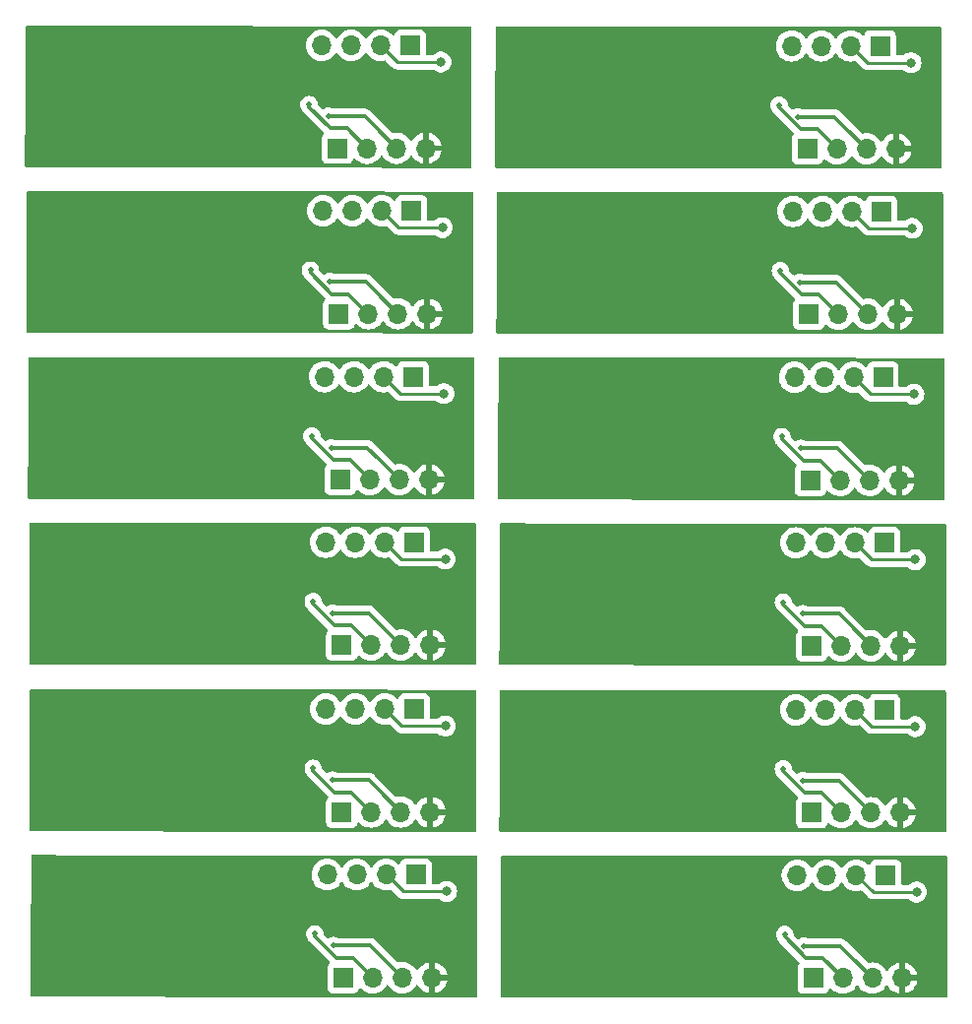
<source format=gbr>
%TF.GenerationSoftware,KiCad,Pcbnew,7.0.1*%
%TF.CreationDate,2023-04-10T19:00:45+03:00*%
%TF.ProjectId,Attiny_USB_panel,41747469-6e79-45f5-9553-425f70616e65,rev?*%
%TF.SameCoordinates,Original*%
%TF.FileFunction,Copper,L2,Bot*%
%TF.FilePolarity,Positive*%
%FSLAX46Y46*%
G04 Gerber Fmt 4.6, Leading zero omitted, Abs format (unit mm)*
G04 Created by KiCad (PCBNEW 7.0.1) date 2023-04-10 19:00:45*
%MOMM*%
%LPD*%
G01*
G04 APERTURE LIST*
%TA.AperFunction,ComponentPad*%
%ADD10R,1.700000X1.700000*%
%TD*%
%TA.AperFunction,ComponentPad*%
%ADD11O,1.700000X1.700000*%
%TD*%
%TA.AperFunction,ViaPad*%
%ADD12C,0.800000*%
%TD*%
%TA.AperFunction,ViaPad*%
%ADD13C,0.500000*%
%TD*%
%TA.AperFunction,Conductor*%
%ADD14C,0.300000*%
%TD*%
%TA.AperFunction,Conductor*%
%ADD15C,0.250000*%
%TD*%
G04 APERTURE END LIST*
D10*
%TO.P,J1,1,Pin_1*%
%TO.N,Net-(J1-Pin_1)*%
X147510000Y-44640000D03*
D11*
%TO.P,J1,2,Pin_2*%
%TO.N,Net-(J1-Pin_2)*%
X144970000Y-44640000D03*
%TO.P,J1,3,Pin_3*%
%TO.N,Net-(J1-Pin_3)*%
X142430000Y-44640000D03*
%TO.P,J1,4,Pin_4*%
%TO.N,+5V*%
X139890000Y-44640000D03*
%TD*%
D10*
%TO.P,J2,1,Pin_1*%
%TO.N,Net-(J2-Pin_1)*%
X141260000Y-53490000D03*
D11*
%TO.P,J2,2,Pin_2*%
%TO.N,Net-(J2-Pin_2)*%
X143800000Y-53490000D03*
%TO.P,J2,3,Pin_3*%
%TO.N,Net-(J2-Pin_3)*%
X146340000Y-53490000D03*
%TO.P,J2,4,Pin_4*%
%TO.N,GND*%
X148880000Y-53490000D03*
%TD*%
D10*
%TO.P,J2,1,Pin_1*%
%TO.N,Net-(J2-Pin_1)*%
X141380000Y-67720000D03*
D11*
%TO.P,J2,2,Pin_2*%
%TO.N,Net-(J2-Pin_2)*%
X143920000Y-67720000D03*
%TO.P,J2,3,Pin_3*%
%TO.N,Net-(J2-Pin_3)*%
X146460000Y-67720000D03*
%TO.P,J2,4,Pin_4*%
%TO.N,GND*%
X149000000Y-67720000D03*
%TD*%
D10*
%TO.P,J1,1,Pin_1*%
%TO.N,Net-(J1-Pin_1)*%
X147630000Y-58870000D03*
D11*
%TO.P,J1,2,Pin_2*%
%TO.N,Net-(J1-Pin_2)*%
X145090000Y-58870000D03*
%TO.P,J1,3,Pin_3*%
%TO.N,Net-(J1-Pin_3)*%
X142550000Y-58870000D03*
%TO.P,J1,4,Pin_4*%
%TO.N,+5V*%
X140010000Y-58870000D03*
%TD*%
D10*
%TO.P,J1,1,Pin_1*%
%TO.N,Net-(J1-Pin_1)*%
X188080000Y-58920000D03*
D11*
%TO.P,J1,2,Pin_2*%
%TO.N,Net-(J1-Pin_2)*%
X185540000Y-58920000D03*
%TO.P,J1,3,Pin_3*%
%TO.N,Net-(J1-Pin_3)*%
X183000000Y-58920000D03*
%TO.P,J1,4,Pin_4*%
%TO.N,+5V*%
X180460000Y-58920000D03*
%TD*%
D10*
%TO.P,J2,1,Pin_1*%
%TO.N,Net-(J2-Pin_1)*%
X181710000Y-53540000D03*
D11*
%TO.P,J2,2,Pin_2*%
%TO.N,Net-(J2-Pin_2)*%
X184250000Y-53540000D03*
%TO.P,J2,3,Pin_3*%
%TO.N,Net-(J2-Pin_3)*%
X186790000Y-53540000D03*
%TO.P,J2,4,Pin_4*%
%TO.N,GND*%
X189330000Y-53540000D03*
%TD*%
D10*
%TO.P,J1,1,Pin_1*%
%TO.N,Net-(J1-Pin_1)*%
X187960000Y-44690000D03*
D11*
%TO.P,J1,2,Pin_2*%
%TO.N,Net-(J1-Pin_2)*%
X185420000Y-44690000D03*
%TO.P,J1,3,Pin_3*%
%TO.N,Net-(J1-Pin_3)*%
X182880000Y-44690000D03*
%TO.P,J1,4,Pin_4*%
%TO.N,+5V*%
X180340000Y-44690000D03*
%TD*%
D10*
%TO.P,J2,1,Pin_1*%
%TO.N,Net-(J2-Pin_1)*%
X181830000Y-67770000D03*
D11*
%TO.P,J2,2,Pin_2*%
%TO.N,Net-(J2-Pin_2)*%
X184370000Y-67770000D03*
%TO.P,J2,3,Pin_3*%
%TO.N,Net-(J2-Pin_3)*%
X186910000Y-67770000D03*
%TO.P,J2,4,Pin_4*%
%TO.N,GND*%
X189450000Y-67770000D03*
%TD*%
D10*
%TO.P,J1,1,Pin_1*%
%TO.N,Net-(J1-Pin_1)*%
X147760000Y-73140000D03*
D11*
%TO.P,J1,2,Pin_2*%
%TO.N,Net-(J1-Pin_2)*%
X145220000Y-73140000D03*
%TO.P,J1,3,Pin_3*%
%TO.N,Net-(J1-Pin_3)*%
X142680000Y-73140000D03*
%TO.P,J1,4,Pin_4*%
%TO.N,+5V*%
X140140000Y-73140000D03*
%TD*%
D10*
%TO.P,J2,1,Pin_1*%
%TO.N,Net-(J2-Pin_1)*%
X141510000Y-81990000D03*
D11*
%TO.P,J2,2,Pin_2*%
%TO.N,Net-(J2-Pin_2)*%
X144050000Y-81990000D03*
%TO.P,J2,3,Pin_3*%
%TO.N,Net-(J2-Pin_3)*%
X146590000Y-81990000D03*
%TO.P,J2,4,Pin_4*%
%TO.N,GND*%
X149130000Y-81990000D03*
%TD*%
D10*
%TO.P,J2,1,Pin_1*%
%TO.N,Net-(J2-Pin_1)*%
X141630000Y-96220000D03*
D11*
%TO.P,J2,2,Pin_2*%
%TO.N,Net-(J2-Pin_2)*%
X144170000Y-96220000D03*
%TO.P,J2,3,Pin_3*%
%TO.N,Net-(J2-Pin_3)*%
X146710000Y-96220000D03*
%TO.P,J2,4,Pin_4*%
%TO.N,GND*%
X149250000Y-96220000D03*
%TD*%
D10*
%TO.P,J1,1,Pin_1*%
%TO.N,Net-(J1-Pin_1)*%
X147880000Y-87370000D03*
D11*
%TO.P,J1,2,Pin_2*%
%TO.N,Net-(J1-Pin_2)*%
X145340000Y-87370000D03*
%TO.P,J1,3,Pin_3*%
%TO.N,Net-(J1-Pin_3)*%
X142800000Y-87370000D03*
%TO.P,J1,4,Pin_4*%
%TO.N,+5V*%
X140260000Y-87370000D03*
%TD*%
D10*
%TO.P,J1,1,Pin_1*%
%TO.N,Net-(J1-Pin_1)*%
X188330000Y-87420000D03*
D11*
%TO.P,J1,2,Pin_2*%
%TO.N,Net-(J1-Pin_2)*%
X185790000Y-87420000D03*
%TO.P,J1,3,Pin_3*%
%TO.N,Net-(J1-Pin_3)*%
X183250000Y-87420000D03*
%TO.P,J1,4,Pin_4*%
%TO.N,+5V*%
X180710000Y-87420000D03*
%TD*%
D10*
%TO.P,J2,1,Pin_1*%
%TO.N,Net-(J2-Pin_1)*%
X181960000Y-82040000D03*
D11*
%TO.P,J2,2,Pin_2*%
%TO.N,Net-(J2-Pin_2)*%
X184500000Y-82040000D03*
%TO.P,J2,3,Pin_3*%
%TO.N,Net-(J2-Pin_3)*%
X187040000Y-82040000D03*
%TO.P,J2,4,Pin_4*%
%TO.N,GND*%
X189580000Y-82040000D03*
%TD*%
D10*
%TO.P,J1,1,Pin_1*%
%TO.N,Net-(J1-Pin_1)*%
X188210000Y-73190000D03*
D11*
%TO.P,J1,2,Pin_2*%
%TO.N,Net-(J1-Pin_2)*%
X185670000Y-73190000D03*
%TO.P,J1,3,Pin_3*%
%TO.N,Net-(J1-Pin_3)*%
X183130000Y-73190000D03*
%TO.P,J1,4,Pin_4*%
%TO.N,+5V*%
X180590000Y-73190000D03*
%TD*%
D10*
%TO.P,J2,1,Pin_1*%
%TO.N,Net-(J2-Pin_1)*%
X182080000Y-96270000D03*
D11*
%TO.P,J2,2,Pin_2*%
%TO.N,Net-(J2-Pin_2)*%
X184620000Y-96270000D03*
%TO.P,J2,3,Pin_3*%
%TO.N,Net-(J2-Pin_3)*%
X187160000Y-96270000D03*
%TO.P,J2,4,Pin_4*%
%TO.N,GND*%
X189700000Y-96270000D03*
%TD*%
D10*
%TO.P,J2,1,Pin_1*%
%TO.N,Net-(J2-Pin_1)*%
X141630000Y-110570000D03*
D11*
%TO.P,J2,2,Pin_2*%
%TO.N,Net-(J2-Pin_2)*%
X144170000Y-110570000D03*
%TO.P,J2,3,Pin_3*%
%TO.N,Net-(J2-Pin_3)*%
X146710000Y-110570000D03*
%TO.P,J2,4,Pin_4*%
%TO.N,GND*%
X149250000Y-110570000D03*
%TD*%
D10*
%TO.P,J1,1,Pin_1*%
%TO.N,Net-(J1-Pin_1)*%
X147880000Y-101720000D03*
D11*
%TO.P,J1,2,Pin_2*%
%TO.N,Net-(J1-Pin_2)*%
X145340000Y-101720000D03*
%TO.P,J1,3,Pin_3*%
%TO.N,Net-(J1-Pin_3)*%
X142800000Y-101720000D03*
%TO.P,J1,4,Pin_4*%
%TO.N,+5V*%
X140260000Y-101720000D03*
%TD*%
D10*
%TO.P,J1,1,Pin_1*%
%TO.N,Net-(J1-Pin_1)*%
X188330000Y-101770000D03*
D11*
%TO.P,J1,2,Pin_2*%
%TO.N,Net-(J1-Pin_2)*%
X185790000Y-101770000D03*
%TO.P,J1,3,Pin_3*%
%TO.N,Net-(J1-Pin_3)*%
X183250000Y-101770000D03*
%TO.P,J1,4,Pin_4*%
%TO.N,+5V*%
X180710000Y-101770000D03*
%TD*%
D10*
%TO.P,J2,1,Pin_1*%
%TO.N,Net-(J2-Pin_1)*%
X182080000Y-110620000D03*
D11*
%TO.P,J2,2,Pin_2*%
%TO.N,Net-(J2-Pin_2)*%
X184620000Y-110620000D03*
%TO.P,J2,3,Pin_3*%
%TO.N,Net-(J2-Pin_3)*%
X187160000Y-110620000D03*
%TO.P,J2,4,Pin_4*%
%TO.N,GND*%
X189700000Y-110620000D03*
%TD*%
D10*
%TO.P,J2,1,Pin_1*%
%TO.N,Net-(J2-Pin_1)*%
X182200000Y-124850000D03*
D11*
%TO.P,J2,2,Pin_2*%
%TO.N,Net-(J2-Pin_2)*%
X184740000Y-124850000D03*
%TO.P,J2,3,Pin_3*%
%TO.N,Net-(J2-Pin_3)*%
X187280000Y-124850000D03*
%TO.P,J2,4,Pin_4*%
%TO.N,GND*%
X189820000Y-124850000D03*
%TD*%
D10*
%TO.P,J1,1,Pin_1*%
%TO.N,Net-(J1-Pin_1)*%
X188450000Y-116000000D03*
D11*
%TO.P,J1,2,Pin_2*%
%TO.N,Net-(J1-Pin_2)*%
X185910000Y-116000000D03*
%TO.P,J1,3,Pin_3*%
%TO.N,Net-(J1-Pin_3)*%
X183370000Y-116000000D03*
%TO.P,J1,4,Pin_4*%
%TO.N,+5V*%
X180830000Y-116000000D03*
%TD*%
D10*
%TO.P,J1,1,Pin_1*%
%TO.N,Net-(J1-Pin_1)*%
X148000000Y-115950000D03*
D11*
%TO.P,J1,2,Pin_2*%
%TO.N,Net-(J1-Pin_2)*%
X145460000Y-115950000D03*
%TO.P,J1,3,Pin_3*%
%TO.N,Net-(J1-Pin_3)*%
X142920000Y-115950000D03*
%TO.P,J1,4,Pin_4*%
%TO.N,+5V*%
X140380000Y-115950000D03*
%TD*%
D10*
%TO.P,J2,1,Pin_1*%
%TO.N,Net-(J2-Pin_1)*%
X141750000Y-124800000D03*
D11*
%TO.P,J2,2,Pin_2*%
%TO.N,Net-(J2-Pin_2)*%
X144290000Y-124800000D03*
%TO.P,J2,3,Pin_3*%
%TO.N,Net-(J2-Pin_3)*%
X146830000Y-124800000D03*
%TO.P,J2,4,Pin_4*%
%TO.N,GND*%
X149370000Y-124800000D03*
%TD*%
D12*
%TO.N,Net-(J1-Pin_2)*%
X150280000Y-60320000D03*
D13*
%TO.N,GND*%
X120030000Y-68520000D03*
X183630000Y-63370000D03*
X178960000Y-47390000D03*
%TO.N,Net-(J2-Pin_3)*%
X140580000Y-64970000D03*
%TO.N,Net-(J2-Pin_2)*%
X138930000Y-63970000D03*
%TO.N,GND*%
X138630000Y-61570000D03*
X143180000Y-63320000D03*
X145030000Y-63320000D03*
X133280000Y-68120000D03*
X130280000Y-68120000D03*
X185480000Y-63370000D03*
%TO.N,Net-(J2-Pin_3)*%
X181030000Y-65020000D03*
%TO.N,Net-(J2-Pin_2)*%
X179260000Y-49790000D03*
%TO.N,GND*%
X160480000Y-68570000D03*
%TO.N,Net-(J2-Pin_2)*%
X138810000Y-49740000D03*
D12*
%TO.N,Net-(J1-Pin_2)*%
X150160000Y-46090000D03*
D13*
%TO.N,GND*%
X119910000Y-54290000D03*
X183510000Y-49140000D03*
X138510000Y-47340000D03*
X143060000Y-49090000D03*
X144910000Y-49090000D03*
X133160000Y-53890000D03*
X173610000Y-53940000D03*
%TO.N,Net-(J2-Pin_3)*%
X140460000Y-50740000D03*
%TO.N,GND*%
X170610000Y-53940000D03*
X179080000Y-61620000D03*
D12*
%TO.N,Net-(J1-Pin_2)*%
X190610000Y-46140000D03*
D13*
%TO.N,GND*%
X173730000Y-68170000D03*
%TO.N,Net-(J2-Pin_3)*%
X180910000Y-50790000D03*
%TO.N,Net-(J2-Pin_2)*%
X179380000Y-64020000D03*
D12*
%TO.N,Net-(J1-Pin_2)*%
X190730000Y-60370000D03*
D13*
%TO.N,GND*%
X160360000Y-54340000D03*
X130160000Y-53890000D03*
X185360000Y-49140000D03*
X170730000Y-68170000D03*
D12*
%TO.N,Net-(J1-Pin_2)*%
X150530000Y-88820000D03*
D13*
%TO.N,GND*%
X120280000Y-97020000D03*
X183880000Y-91870000D03*
X179210000Y-75890000D03*
%TO.N,Net-(J2-Pin_3)*%
X140830000Y-93470000D03*
%TO.N,Net-(J2-Pin_2)*%
X139180000Y-92470000D03*
%TO.N,GND*%
X138880000Y-90070000D03*
X143430000Y-91820000D03*
X145280000Y-91820000D03*
X133530000Y-96620000D03*
X130530000Y-96620000D03*
X185730000Y-91870000D03*
%TO.N,Net-(J2-Pin_3)*%
X181280000Y-93520000D03*
%TO.N,Net-(J2-Pin_2)*%
X179510000Y-78290000D03*
%TO.N,GND*%
X160730000Y-97070000D03*
%TO.N,Net-(J2-Pin_2)*%
X139060000Y-78240000D03*
D12*
%TO.N,Net-(J1-Pin_2)*%
X150410000Y-74590000D03*
D13*
%TO.N,GND*%
X120160000Y-82790000D03*
X183760000Y-77640000D03*
X138760000Y-75840000D03*
X143310000Y-77590000D03*
X145160000Y-77590000D03*
X133410000Y-82390000D03*
X173860000Y-82440000D03*
%TO.N,Net-(J2-Pin_3)*%
X140710000Y-79240000D03*
%TO.N,GND*%
X170860000Y-82440000D03*
X179330000Y-90120000D03*
D12*
%TO.N,Net-(J1-Pin_2)*%
X190860000Y-74640000D03*
D13*
%TO.N,GND*%
X173980000Y-96670000D03*
%TO.N,Net-(J2-Pin_3)*%
X181160000Y-79290000D03*
%TO.N,Net-(J2-Pin_2)*%
X179630000Y-92520000D03*
D12*
%TO.N,Net-(J1-Pin_2)*%
X190980000Y-88870000D03*
D13*
%TO.N,GND*%
X160610000Y-82840000D03*
X130410000Y-82390000D03*
X185610000Y-77640000D03*
X170980000Y-96670000D03*
D12*
%TO.N,Net-(J1-Pin_2)*%
X150530000Y-103170000D03*
D13*
%TO.N,GND*%
X120280000Y-111370000D03*
X183880000Y-106220000D03*
%TO.N,Net-(J2-Pin_3)*%
X140830000Y-107820000D03*
%TO.N,Net-(J2-Pin_2)*%
X139180000Y-106820000D03*
%TO.N,GND*%
X138880000Y-104420000D03*
X143430000Y-106170000D03*
X145280000Y-106170000D03*
X133530000Y-110970000D03*
X130530000Y-110970000D03*
X185730000Y-106220000D03*
%TO.N,Net-(J2-Pin_3)*%
X181280000Y-107870000D03*
%TO.N,GND*%
X160730000Y-111420000D03*
X179330000Y-104470000D03*
X173980000Y-111020000D03*
%TO.N,Net-(J2-Pin_2)*%
X179630000Y-106870000D03*
D12*
%TO.N,Net-(J1-Pin_2)*%
X190980000Y-103220000D03*
D13*
%TO.N,GND*%
X170980000Y-111020000D03*
D12*
%TO.N,Net-(J1-Pin_2)*%
X191100000Y-117450000D03*
D13*
%TO.N,GND*%
X160850000Y-125650000D03*
%TO.N,Net-(J2-Pin_3)*%
X181400000Y-122100000D03*
%TO.N,Net-(J2-Pin_2)*%
X179750000Y-121100000D03*
%TO.N,GND*%
X179450000Y-118700000D03*
X184000000Y-120450000D03*
X185850000Y-120450000D03*
X174100000Y-125250000D03*
X171100000Y-125250000D03*
X139000000Y-118650000D03*
X130650000Y-125200000D03*
X145400000Y-120400000D03*
X143550000Y-120400000D03*
X133650000Y-125200000D03*
X120400000Y-125600000D03*
D12*
%TO.N,Net-(J1-Pin_2)*%
X150650000Y-117400000D03*
D13*
%TO.N,Net-(J2-Pin_2)*%
X139300000Y-121050000D03*
%TO.N,Net-(J2-Pin_3)*%
X140950000Y-122050000D03*
%TD*%
D14*
%TO.N,Net-(J2-Pin_3)*%
X186790000Y-53540000D02*
X184975000Y-51725000D01*
X184975000Y-51725000D02*
X184040000Y-50790000D01*
X184160000Y-65020000D02*
X181030000Y-65020000D01*
%TO.N,Net-(J2-Pin_2)*%
X184250000Y-53540000D02*
X182550000Y-51840000D01*
X182550000Y-51840000D02*
X181110000Y-51840000D01*
D15*
%TO.N,Net-(J1-Pin_2)*%
X185540000Y-58920000D02*
X186990000Y-60370000D01*
D14*
%TO.N,Net-(J2-Pin_3)*%
X146460000Y-67720000D02*
X144645000Y-65905000D01*
X144645000Y-65905000D02*
X143710000Y-64970000D01*
X143710000Y-64970000D02*
X140580000Y-64970000D01*
%TO.N,Net-(J2-Pin_2)*%
X138930000Y-64170000D02*
X138930000Y-63970000D01*
X140780000Y-66020000D02*
X138930000Y-64170000D01*
X142220000Y-66020000D02*
X140780000Y-66020000D01*
X143920000Y-67720000D02*
X142220000Y-66020000D01*
D15*
%TO.N,Net-(J1-Pin_2)*%
X146540000Y-60320000D02*
X150280000Y-60320000D01*
X145090000Y-58870000D02*
X146540000Y-60320000D01*
D14*
%TO.N,Net-(J2-Pin_3)*%
X143590000Y-50740000D02*
X140460000Y-50740000D01*
%TO.N,Net-(J2-Pin_2)*%
X181230000Y-66070000D02*
X179380000Y-64220000D01*
%TO.N,Net-(J2-Pin_3)*%
X184040000Y-50790000D02*
X180910000Y-50790000D01*
D15*
%TO.N,Net-(J1-Pin_2)*%
X185420000Y-44690000D02*
X186870000Y-46140000D01*
D14*
%TO.N,Net-(J2-Pin_2)*%
X138810000Y-49940000D02*
X138810000Y-49740000D01*
X140660000Y-51790000D02*
X138810000Y-49940000D01*
X142100000Y-51790000D02*
X140660000Y-51790000D01*
X143800000Y-53490000D02*
X142100000Y-51790000D01*
D15*
%TO.N,Net-(J1-Pin_2)*%
X146420000Y-46090000D02*
X150160000Y-46090000D01*
X144970000Y-44640000D02*
X146420000Y-46090000D01*
D14*
%TO.N,Net-(J2-Pin_3)*%
X146340000Y-53490000D02*
X144525000Y-51675000D01*
X144525000Y-51675000D02*
X143590000Y-50740000D01*
%TO.N,Net-(J2-Pin_2)*%
X184370000Y-67770000D02*
X182670000Y-66070000D01*
X182670000Y-66070000D02*
X181230000Y-66070000D01*
%TO.N,Net-(J2-Pin_3)*%
X186910000Y-67770000D02*
X185095000Y-65955000D01*
X185095000Y-65955000D02*
X184160000Y-65020000D01*
%TO.N,Net-(J2-Pin_2)*%
X179260000Y-49990000D02*
X179260000Y-49790000D01*
D15*
%TO.N,Net-(J1-Pin_2)*%
X186870000Y-46140000D02*
X190610000Y-46140000D01*
D14*
%TO.N,Net-(J2-Pin_2)*%
X179380000Y-64220000D02*
X179380000Y-64020000D01*
D15*
%TO.N,Net-(J1-Pin_2)*%
X186990000Y-60370000D02*
X190730000Y-60370000D01*
D14*
%TO.N,Net-(J2-Pin_2)*%
X181110000Y-51840000D02*
X179260000Y-49990000D01*
%TO.N,Net-(J2-Pin_3)*%
X187040000Y-82040000D02*
X185225000Y-80225000D01*
X185225000Y-80225000D02*
X184290000Y-79290000D01*
X184410000Y-93520000D02*
X181280000Y-93520000D01*
%TO.N,Net-(J2-Pin_2)*%
X184500000Y-82040000D02*
X182800000Y-80340000D01*
X182800000Y-80340000D02*
X181360000Y-80340000D01*
D15*
%TO.N,Net-(J1-Pin_2)*%
X185790000Y-87420000D02*
X187240000Y-88870000D01*
D14*
%TO.N,Net-(J2-Pin_3)*%
X146710000Y-96220000D02*
X144895000Y-94405000D01*
X144895000Y-94405000D02*
X143960000Y-93470000D01*
X143960000Y-93470000D02*
X140830000Y-93470000D01*
%TO.N,Net-(J2-Pin_2)*%
X139180000Y-92670000D02*
X139180000Y-92470000D01*
X141030000Y-94520000D02*
X139180000Y-92670000D01*
X142470000Y-94520000D02*
X141030000Y-94520000D01*
X144170000Y-96220000D02*
X142470000Y-94520000D01*
D15*
%TO.N,Net-(J1-Pin_2)*%
X146790000Y-88820000D02*
X150530000Y-88820000D01*
X145340000Y-87370000D02*
X146790000Y-88820000D01*
D14*
%TO.N,Net-(J2-Pin_3)*%
X143840000Y-79240000D02*
X140710000Y-79240000D01*
%TO.N,Net-(J2-Pin_2)*%
X181480000Y-94570000D02*
X179630000Y-92720000D01*
%TO.N,Net-(J2-Pin_3)*%
X184290000Y-79290000D02*
X181160000Y-79290000D01*
D15*
%TO.N,Net-(J1-Pin_2)*%
X185670000Y-73190000D02*
X187120000Y-74640000D01*
D14*
%TO.N,Net-(J2-Pin_2)*%
X139060000Y-78440000D02*
X139060000Y-78240000D01*
X140910000Y-80290000D02*
X139060000Y-78440000D01*
X142350000Y-80290000D02*
X140910000Y-80290000D01*
X144050000Y-81990000D02*
X142350000Y-80290000D01*
D15*
%TO.N,Net-(J1-Pin_2)*%
X146670000Y-74590000D02*
X150410000Y-74590000D01*
X145220000Y-73140000D02*
X146670000Y-74590000D01*
D14*
%TO.N,Net-(J2-Pin_3)*%
X146590000Y-81990000D02*
X144775000Y-80175000D01*
X144775000Y-80175000D02*
X143840000Y-79240000D01*
%TO.N,Net-(J2-Pin_2)*%
X184620000Y-96270000D02*
X182920000Y-94570000D01*
X182920000Y-94570000D02*
X181480000Y-94570000D01*
%TO.N,Net-(J2-Pin_3)*%
X187160000Y-96270000D02*
X185345000Y-94455000D01*
X185345000Y-94455000D02*
X184410000Y-93520000D01*
%TO.N,Net-(J2-Pin_2)*%
X179510000Y-78490000D02*
X179510000Y-78290000D01*
D15*
%TO.N,Net-(J1-Pin_2)*%
X187120000Y-74640000D02*
X190860000Y-74640000D01*
D14*
%TO.N,Net-(J2-Pin_2)*%
X179630000Y-92720000D02*
X179630000Y-92520000D01*
D15*
%TO.N,Net-(J1-Pin_2)*%
X187240000Y-88870000D02*
X190980000Y-88870000D01*
D14*
%TO.N,Net-(J2-Pin_2)*%
X181360000Y-80340000D02*
X179510000Y-78490000D01*
%TO.N,Net-(J2-Pin_3)*%
X184410000Y-107870000D02*
X181280000Y-107870000D01*
D15*
%TO.N,Net-(J1-Pin_2)*%
X185790000Y-101770000D02*
X187240000Y-103220000D01*
D14*
%TO.N,Net-(J2-Pin_3)*%
X146710000Y-110570000D02*
X144895000Y-108755000D01*
X144895000Y-108755000D02*
X143960000Y-107820000D01*
X143960000Y-107820000D02*
X140830000Y-107820000D01*
%TO.N,Net-(J2-Pin_2)*%
X139180000Y-107020000D02*
X139180000Y-106820000D01*
X141030000Y-108870000D02*
X139180000Y-107020000D01*
X142470000Y-108870000D02*
X141030000Y-108870000D01*
X144170000Y-110570000D02*
X142470000Y-108870000D01*
D15*
%TO.N,Net-(J1-Pin_2)*%
X146790000Y-103170000D02*
X150530000Y-103170000D01*
X145340000Y-101720000D02*
X146790000Y-103170000D01*
D14*
%TO.N,Net-(J2-Pin_2)*%
X181480000Y-108920000D02*
X179630000Y-107070000D01*
X184620000Y-110620000D02*
X182920000Y-108920000D01*
X182920000Y-108920000D02*
X181480000Y-108920000D01*
%TO.N,Net-(J2-Pin_3)*%
X187160000Y-110620000D02*
X185345000Y-108805000D01*
X185345000Y-108805000D02*
X184410000Y-107870000D01*
%TO.N,Net-(J2-Pin_2)*%
X179630000Y-107070000D02*
X179630000Y-106870000D01*
D15*
%TO.N,Net-(J1-Pin_2)*%
X187240000Y-103220000D02*
X190980000Y-103220000D01*
D14*
%TO.N,Net-(J2-Pin_3)*%
X187280000Y-124850000D02*
X185465000Y-123035000D01*
X185465000Y-123035000D02*
X184530000Y-122100000D01*
X184530000Y-122100000D02*
X181400000Y-122100000D01*
%TO.N,Net-(J2-Pin_2)*%
X179750000Y-121300000D02*
X179750000Y-121100000D01*
X181600000Y-123150000D02*
X179750000Y-121300000D01*
X183040000Y-123150000D02*
X181600000Y-123150000D01*
X184740000Y-124850000D02*
X183040000Y-123150000D01*
D15*
%TO.N,Net-(J1-Pin_2)*%
X187360000Y-117450000D02*
X191100000Y-117450000D01*
X185910000Y-116000000D02*
X187360000Y-117450000D01*
X145460000Y-115950000D02*
X146910000Y-117400000D01*
X146910000Y-117400000D02*
X150650000Y-117400000D01*
D14*
%TO.N,Net-(J2-Pin_2)*%
X144290000Y-124800000D02*
X142590000Y-123100000D01*
X142590000Y-123100000D02*
X141150000Y-123100000D01*
X141150000Y-123100000D02*
X139300000Y-121250000D01*
X139300000Y-121250000D02*
X139300000Y-121050000D01*
%TO.N,Net-(J2-Pin_3)*%
X144080000Y-122050000D02*
X140950000Y-122050000D01*
X145015000Y-122985000D02*
X144080000Y-122050000D01*
X146830000Y-124800000D02*
X145015000Y-122985000D01*
%TD*%
%TA.AperFunction,Conductor*%
%TO.N,GND*%
G36*
X117015786Y-114252754D02*
G01*
X117063161Y-114262229D01*
X117083357Y-114275738D01*
X117094616Y-114280382D01*
X117094617Y-114280383D01*
X117095000Y-114280541D01*
X117095002Y-114280539D01*
X117119616Y-114280524D01*
X117119616Y-114280528D01*
X117119760Y-114280500D01*
X138324000Y-114280500D01*
X153176161Y-114299839D01*
X153238093Y-114316506D01*
X153283414Y-114361886D01*
X153300000Y-114423839D01*
X153300000Y-126375839D01*
X153283360Y-126437886D01*
X153237907Y-126483280D01*
X153175840Y-126499838D01*
X138066934Y-126480191D01*
X114974347Y-126450161D01*
X114912268Y-126433409D01*
X114866925Y-126387821D01*
X114850509Y-126325655D01*
X114872131Y-121049999D01*
X138544750Y-121049999D01*
X138563686Y-121218056D01*
X138619544Y-121377690D01*
X138684998Y-121481859D01*
X138696395Y-121507252D01*
X138709061Y-121528670D01*
X138717621Y-121546143D01*
X138725431Y-121565869D01*
X138752267Y-121602808D01*
X138758673Y-121612560D01*
X138781919Y-121651865D01*
X138781921Y-121651867D01*
X138796925Y-121666871D01*
X138809564Y-121681669D01*
X138822037Y-121698837D01*
X138857212Y-121727936D01*
X138865854Y-121735800D01*
X140544235Y-123414181D01*
X140577717Y-123475489D01*
X140572746Y-123545167D01*
X140549874Y-123575739D01*
X140553138Y-123578183D01*
X140542455Y-123592452D01*
X140542454Y-123592454D01*
X140517368Y-123625965D01*
X140456204Y-123707669D01*
X140405909Y-123842516D01*
X140399500Y-123902130D01*
X140399500Y-125697869D01*
X140405909Y-125757484D01*
X140431056Y-125824906D01*
X140456204Y-125892331D01*
X140542454Y-126007546D01*
X140657669Y-126093796D01*
X140792517Y-126144091D01*
X140852127Y-126150500D01*
X142647872Y-126150499D01*
X142707483Y-126144091D01*
X142842331Y-126093796D01*
X142957546Y-126007546D01*
X143043796Y-125892331D01*
X143092810Y-125760916D01*
X143127789Y-125710537D01*
X143182634Y-125683084D01*
X143243927Y-125685273D01*
X143296673Y-125716568D01*
X143418599Y-125838495D01*
X143612170Y-125974035D01*
X143826337Y-126073903D01*
X144054592Y-126135063D01*
X144290000Y-126155659D01*
X144525408Y-126135063D01*
X144753663Y-126073903D01*
X144967830Y-125974035D01*
X145161401Y-125838495D01*
X145328495Y-125671401D01*
X145458426Y-125485839D01*
X145502743Y-125446975D01*
X145560000Y-125432964D01*
X145617257Y-125446975D01*
X145661573Y-125485839D01*
X145791505Y-125671401D01*
X145958599Y-125838495D01*
X146152170Y-125974035D01*
X146366337Y-126073903D01*
X146594592Y-126135063D01*
X146830000Y-126155659D01*
X147065408Y-126135063D01*
X147293663Y-126073903D01*
X147507830Y-125974035D01*
X147701401Y-125838495D01*
X147868495Y-125671401D01*
X147998732Y-125485402D01*
X148043048Y-125446539D01*
X148100305Y-125432528D01*
X148157562Y-125446539D01*
X148201880Y-125485404D01*
X148331893Y-125671081D01*
X148498918Y-125838106D01*
X148692423Y-125973600D01*
X148906507Y-126073430D01*
X149119999Y-126130635D01*
X149120000Y-126130636D01*
X149120000Y-125050000D01*
X149620000Y-125050000D01*
X149620000Y-126130635D01*
X149833492Y-126073430D01*
X150047576Y-125973600D01*
X150241081Y-125838106D01*
X150408106Y-125671081D01*
X150543600Y-125477576D01*
X150643430Y-125263492D01*
X150700636Y-125050000D01*
X149620000Y-125050000D01*
X149120000Y-125050000D01*
X149120000Y-123469364D01*
X149620000Y-123469364D01*
X149620000Y-124550000D01*
X150700636Y-124550000D01*
X150700635Y-124549999D01*
X150643430Y-124336507D01*
X150543599Y-124122421D01*
X150408109Y-123928921D01*
X150241081Y-123761893D01*
X150047576Y-123626399D01*
X149833492Y-123526569D01*
X149620000Y-123469364D01*
X149120000Y-123469364D01*
X149119999Y-123469364D01*
X148906507Y-123526569D01*
X148692421Y-123626400D01*
X148498921Y-123761890D01*
X148331893Y-123928918D01*
X148201880Y-124114596D01*
X148157562Y-124153461D01*
X148100305Y-124167472D01*
X148043048Y-124153461D01*
X147998730Y-124114595D01*
X147868494Y-123928598D01*
X147701404Y-123761508D01*
X147701401Y-123761505D01*
X147507830Y-123625965D01*
X147293663Y-123526097D01*
X147207138Y-123502913D01*
X147065407Y-123464936D01*
X146830000Y-123444340D01*
X146594591Y-123464936D01*
X146522009Y-123484384D01*
X146457823Y-123484384D01*
X146402236Y-123452290D01*
X144600434Y-121650488D01*
X144587091Y-121633833D01*
X144534166Y-121584134D01*
X144531369Y-121581423D01*
X144511034Y-121561088D01*
X144507547Y-121558383D01*
X144498671Y-121550801D01*
X144465394Y-121519552D01*
X144446793Y-121509326D01*
X144430532Y-121498645D01*
X144413764Y-121485638D01*
X144410771Y-121484343D01*
X144371869Y-121467508D01*
X144361379Y-121462369D01*
X144321367Y-121440372D01*
X144300800Y-121435091D01*
X144282398Y-121428791D01*
X144262924Y-121420364D01*
X144217837Y-121413223D01*
X144206398Y-121410854D01*
X144162178Y-121399500D01*
X144162177Y-121399500D01*
X144140955Y-121399500D01*
X144121556Y-121397973D01*
X144100596Y-121394653D01*
X144100595Y-121394653D01*
X144078558Y-121396736D01*
X144055139Y-121398950D01*
X144043470Y-121399500D01*
X141361088Y-121399500D01*
X141295115Y-121380493D01*
X141277691Y-121369544D01*
X141118056Y-121313686D01*
X140950000Y-121294750D01*
X140781943Y-121313686D01*
X140622307Y-121369545D01*
X140532352Y-121426067D01*
X140480264Y-121444293D01*
X140425426Y-121438114D01*
X140378700Y-121408754D01*
X140090413Y-121120467D01*
X140066374Y-121086588D01*
X140054874Y-121046670D01*
X140036313Y-120881943D01*
X140036313Y-120881941D01*
X139980456Y-120722310D01*
X139890477Y-120579110D01*
X139770890Y-120459523D01*
X139627690Y-120369544D01*
X139468059Y-120313687D01*
X139468058Y-120313686D01*
X139468056Y-120313686D01*
X139300000Y-120294750D01*
X139131943Y-120313686D01*
X138972310Y-120369544D01*
X138829108Y-120459524D01*
X138709524Y-120579108D01*
X138619544Y-120722310D01*
X138563686Y-120881943D01*
X138544750Y-121049999D01*
X114872131Y-121049999D01*
X114893033Y-115950000D01*
X139024340Y-115950000D01*
X139044936Y-116185407D01*
X139089709Y-116352501D01*
X139106097Y-116413663D01*
X139205965Y-116627830D01*
X139341505Y-116821401D01*
X139508599Y-116988495D01*
X139702170Y-117124035D01*
X139916337Y-117223903D01*
X140144592Y-117285063D01*
X140380000Y-117305659D01*
X140615408Y-117285063D01*
X140843663Y-117223903D01*
X141057830Y-117124035D01*
X141251401Y-116988495D01*
X141418495Y-116821401D01*
X141548426Y-116635839D01*
X141592743Y-116596975D01*
X141650000Y-116582964D01*
X141707257Y-116596975D01*
X141751573Y-116635839D01*
X141881505Y-116821401D01*
X142048599Y-116988495D01*
X142242170Y-117124035D01*
X142456337Y-117223903D01*
X142684592Y-117285063D01*
X142920000Y-117305659D01*
X143155408Y-117285063D01*
X143383663Y-117223903D01*
X143597830Y-117124035D01*
X143791401Y-116988495D01*
X143958495Y-116821401D01*
X144088426Y-116635839D01*
X144132743Y-116596975D01*
X144190000Y-116582964D01*
X144247257Y-116596975D01*
X144291573Y-116635839D01*
X144421505Y-116821401D01*
X144588599Y-116988495D01*
X144782170Y-117124035D01*
X144996337Y-117223903D01*
X145224592Y-117285063D01*
X145460000Y-117305659D01*
X145695408Y-117285063D01*
X145795874Y-117258143D01*
X145860059Y-117258143D01*
X145915647Y-117290237D01*
X146409197Y-117783787D01*
X146422098Y-117799889D01*
X146424212Y-117801874D01*
X146424214Y-117801877D01*
X146471561Y-117846339D01*
X146473240Y-117847916D01*
X146476036Y-117850626D01*
X146495530Y-117870120D01*
X146498704Y-117872582D01*
X146507568Y-117880153D01*
X146539418Y-117910062D01*
X146549914Y-117915832D01*
X146556974Y-117919714D01*
X146573231Y-117930392D01*
X146589064Y-117942674D01*
X146605185Y-117949649D01*
X146629156Y-117960023D01*
X146639643Y-117965160D01*
X146677908Y-117986197D01*
X146697316Y-117991180D01*
X146715710Y-117997478D01*
X146734105Y-118005438D01*
X146777254Y-118012271D01*
X146788680Y-118014638D01*
X146804222Y-118018629D01*
X146830980Y-118025500D01*
X146830981Y-118025500D01*
X146851016Y-118025500D01*
X146870413Y-118027026D01*
X146890196Y-118030160D01*
X146933674Y-118026050D01*
X146945344Y-118025500D01*
X149946253Y-118025500D01*
X149996688Y-118036220D01*
X150038401Y-118066526D01*
X150044129Y-118072888D01*
X150197270Y-118184151D01*
X150197271Y-118184151D01*
X150197272Y-118184152D01*
X150370197Y-118261144D01*
X150555352Y-118300500D01*
X150555354Y-118300500D01*
X150744646Y-118300500D01*
X150744648Y-118300500D01*
X150868083Y-118274262D01*
X150929803Y-118261144D01*
X151102730Y-118184151D01*
X151255871Y-118072888D01*
X151382533Y-117932216D01*
X151477179Y-117768284D01*
X151535674Y-117588256D01*
X151555460Y-117400000D01*
X151535674Y-117211744D01*
X151477179Y-117031716D01*
X151477179Y-117031715D01*
X151382533Y-116867783D01*
X151255870Y-116727110D01*
X151102730Y-116615848D01*
X150929802Y-116538855D01*
X150744648Y-116499500D01*
X150744646Y-116499500D01*
X150555354Y-116499500D01*
X150555352Y-116499500D01*
X150370197Y-116538855D01*
X150197272Y-116615847D01*
X150095176Y-116690024D01*
X150044129Y-116727112D01*
X150038401Y-116733473D01*
X149996688Y-116763780D01*
X149946253Y-116774500D01*
X149474500Y-116774500D01*
X149412500Y-116757887D01*
X149367113Y-116712500D01*
X149350500Y-116650500D01*
X149350499Y-115052130D01*
X149348489Y-115033430D01*
X149344091Y-114992517D01*
X149293796Y-114857669D01*
X149207546Y-114742454D01*
X149092331Y-114656204D01*
X148957483Y-114605909D01*
X148897873Y-114599500D01*
X148897869Y-114599500D01*
X147102130Y-114599500D01*
X147042515Y-114605909D01*
X146907669Y-114656204D01*
X146792454Y-114742454D01*
X146706204Y-114857669D01*
X146657189Y-114989083D01*
X146622209Y-115039462D01*
X146567365Y-115066915D01*
X146506072Y-115064726D01*
X146453326Y-115033430D01*
X146331404Y-114911508D01*
X146331401Y-114911505D01*
X146137830Y-114775965D01*
X145923663Y-114676097D01*
X145862501Y-114659709D01*
X145695407Y-114614936D01*
X145460000Y-114594340D01*
X145224592Y-114614936D01*
X144996336Y-114676097D01*
X144782170Y-114775965D01*
X144588598Y-114911505D01*
X144421505Y-115078598D01*
X144291575Y-115264159D01*
X144247257Y-115303025D01*
X144190000Y-115317036D01*
X144132743Y-115303025D01*
X144088425Y-115264159D01*
X143958494Y-115078598D01*
X143791404Y-114911508D01*
X143791401Y-114911505D01*
X143597830Y-114775965D01*
X143383663Y-114676097D01*
X143322501Y-114659709D01*
X143155407Y-114614936D01*
X142920000Y-114594340D01*
X142684592Y-114614936D01*
X142456336Y-114676097D01*
X142242170Y-114775965D01*
X142048598Y-114911505D01*
X141881505Y-115078598D01*
X141751575Y-115264159D01*
X141707257Y-115303025D01*
X141650000Y-115317036D01*
X141592743Y-115303025D01*
X141548425Y-115264159D01*
X141418494Y-115078598D01*
X141251404Y-114911508D01*
X141251401Y-114911505D01*
X141057830Y-114775965D01*
X140843663Y-114676097D01*
X140782501Y-114659709D01*
X140615407Y-114614936D01*
X140380000Y-114594340D01*
X140144592Y-114614936D01*
X139916336Y-114676097D01*
X139702170Y-114775965D01*
X139508598Y-114911505D01*
X139341505Y-115078598D01*
X139205965Y-115272170D01*
X139106097Y-115486336D01*
X139044936Y-115714592D01*
X139024340Y-115950000D01*
X114893033Y-115950000D01*
X114899493Y-114373651D01*
X114916302Y-114311820D01*
X114961732Y-114266635D01*
X115023649Y-114250160D01*
X117015786Y-114252754D01*
G37*
%TD.AperFunction*%
%TD*%
%TA.AperFunction,Conductor*%
%TO.N,GND*%
G36*
X157465786Y-114302754D02*
G01*
X157513161Y-114312229D01*
X157533357Y-114325738D01*
X157544616Y-114330382D01*
X157544617Y-114330383D01*
X157545000Y-114330541D01*
X157545002Y-114330539D01*
X157569616Y-114330524D01*
X157569616Y-114330528D01*
X157569760Y-114330500D01*
X178774000Y-114330500D01*
X193626161Y-114349839D01*
X193688093Y-114366506D01*
X193733414Y-114411886D01*
X193750000Y-114473839D01*
X193750000Y-126425839D01*
X193733360Y-126487886D01*
X193687907Y-126533280D01*
X193625840Y-126549838D01*
X178516934Y-126530191D01*
X155424347Y-126500161D01*
X155362268Y-126483409D01*
X155316925Y-126437821D01*
X155300509Y-126375655D01*
X155309504Y-124180820D01*
X155318860Y-124134076D01*
X155320382Y-124130383D01*
X155320383Y-124130383D01*
X155320500Y-124130099D01*
X155320541Y-124130000D01*
X155320541Y-124105446D01*
X155320500Y-124105240D01*
X155320500Y-121498264D01*
X155320501Y-121497756D01*
X155322131Y-121099999D01*
X178994750Y-121099999D01*
X179013686Y-121268056D01*
X179069544Y-121427690D01*
X179134998Y-121531859D01*
X179146395Y-121557252D01*
X179159061Y-121578670D01*
X179167621Y-121596143D01*
X179175431Y-121615869D01*
X179202267Y-121652808D01*
X179208673Y-121662560D01*
X179231919Y-121701865D01*
X179231921Y-121701867D01*
X179246925Y-121716871D01*
X179259564Y-121731669D01*
X179272037Y-121748837D01*
X179307212Y-121777936D01*
X179315854Y-121785800D01*
X180994235Y-123464181D01*
X181027717Y-123525489D01*
X181022746Y-123595167D01*
X180999874Y-123625739D01*
X181003138Y-123628183D01*
X180992455Y-123642452D01*
X180992454Y-123642454D01*
X180967368Y-123675965D01*
X180906204Y-123757669D01*
X180855909Y-123892516D01*
X180849500Y-123952130D01*
X180849500Y-125747869D01*
X180855909Y-125807484D01*
X180881056Y-125874907D01*
X180906204Y-125942331D01*
X180992454Y-126057546D01*
X181107669Y-126143796D01*
X181242517Y-126194091D01*
X181302127Y-126200500D01*
X183097872Y-126200499D01*
X183157483Y-126194091D01*
X183292331Y-126143796D01*
X183407546Y-126057546D01*
X183493796Y-125942331D01*
X183542810Y-125810916D01*
X183577789Y-125760537D01*
X183632634Y-125733084D01*
X183693927Y-125735273D01*
X183746673Y-125766568D01*
X183868599Y-125888495D01*
X184062170Y-126024035D01*
X184276337Y-126123903D01*
X184504592Y-126185063D01*
X184740000Y-126205659D01*
X184975408Y-126185063D01*
X185203663Y-126123903D01*
X185417830Y-126024035D01*
X185611401Y-125888495D01*
X185778495Y-125721401D01*
X185908426Y-125535839D01*
X185952743Y-125496975D01*
X186010000Y-125482964D01*
X186067257Y-125496975D01*
X186111573Y-125535839D01*
X186241505Y-125721401D01*
X186408599Y-125888495D01*
X186602170Y-126024035D01*
X186816337Y-126123903D01*
X187044592Y-126185063D01*
X187280000Y-126205659D01*
X187515408Y-126185063D01*
X187743663Y-126123903D01*
X187957830Y-126024035D01*
X188151401Y-125888495D01*
X188318495Y-125721401D01*
X188448732Y-125535402D01*
X188493048Y-125496539D01*
X188550305Y-125482528D01*
X188607562Y-125496539D01*
X188651880Y-125535404D01*
X188781893Y-125721081D01*
X188948918Y-125888106D01*
X189142423Y-126023600D01*
X189356507Y-126123430D01*
X189569999Y-126180635D01*
X189570000Y-126180636D01*
X189570000Y-125100000D01*
X190070000Y-125100000D01*
X190070000Y-126180635D01*
X190283492Y-126123430D01*
X190497576Y-126023600D01*
X190691081Y-125888106D01*
X190858106Y-125721081D01*
X190993600Y-125527576D01*
X191093430Y-125313492D01*
X191150636Y-125100000D01*
X190070000Y-125100000D01*
X189570000Y-125100000D01*
X189570000Y-123519364D01*
X190070000Y-123519364D01*
X190070000Y-124600000D01*
X191150636Y-124600000D01*
X191150635Y-124599999D01*
X191093430Y-124386507D01*
X190993599Y-124172421D01*
X190858109Y-123978921D01*
X190691081Y-123811893D01*
X190497576Y-123676399D01*
X190283492Y-123576569D01*
X190070000Y-123519364D01*
X189570000Y-123519364D01*
X189569999Y-123519364D01*
X189356507Y-123576569D01*
X189142421Y-123676400D01*
X188948921Y-123811890D01*
X188781893Y-123978918D01*
X188651880Y-124164596D01*
X188607562Y-124203461D01*
X188550305Y-124217472D01*
X188493048Y-124203461D01*
X188448730Y-124164595D01*
X188318495Y-123978599D01*
X188151401Y-123811505D01*
X187957830Y-123675965D01*
X187743663Y-123576097D01*
X187657138Y-123552913D01*
X187515407Y-123514936D01*
X187280000Y-123494340D01*
X187044591Y-123514936D01*
X186972009Y-123534384D01*
X186907823Y-123534384D01*
X186852236Y-123502290D01*
X185050434Y-121700488D01*
X185037091Y-121683833D01*
X184984166Y-121634134D01*
X184981369Y-121631423D01*
X184961034Y-121611088D01*
X184957547Y-121608383D01*
X184948671Y-121600801D01*
X184915394Y-121569552D01*
X184896793Y-121559326D01*
X184880532Y-121548645D01*
X184863764Y-121535638D01*
X184860771Y-121534343D01*
X184821869Y-121517508D01*
X184811379Y-121512369D01*
X184771367Y-121490372D01*
X184750800Y-121485091D01*
X184732398Y-121478791D01*
X184712924Y-121470364D01*
X184667837Y-121463223D01*
X184656398Y-121460854D01*
X184612178Y-121449500D01*
X184612177Y-121449500D01*
X184590955Y-121449500D01*
X184571556Y-121447973D01*
X184550596Y-121444653D01*
X184550595Y-121444653D01*
X184528558Y-121446736D01*
X184505139Y-121448950D01*
X184493470Y-121449500D01*
X181811088Y-121449500D01*
X181745115Y-121430493D01*
X181727691Y-121419544D01*
X181568056Y-121363686D01*
X181400000Y-121344750D01*
X181231943Y-121363686D01*
X181072307Y-121419545D01*
X180982352Y-121476067D01*
X180930264Y-121494293D01*
X180875426Y-121488114D01*
X180828700Y-121458754D01*
X180540413Y-121170467D01*
X180516374Y-121136588D01*
X180504874Y-121096670D01*
X180486313Y-120931943D01*
X180486313Y-120931941D01*
X180430456Y-120772310D01*
X180340477Y-120629110D01*
X180220890Y-120509523D01*
X180077690Y-120419544D01*
X179918059Y-120363687D01*
X179918058Y-120363686D01*
X179918056Y-120363686D01*
X179749999Y-120344750D01*
X179581943Y-120363686D01*
X179422310Y-120419544D01*
X179279108Y-120509524D01*
X179159524Y-120629108D01*
X179069544Y-120772310D01*
X179013686Y-120931943D01*
X178994750Y-121099999D01*
X155322131Y-121099999D01*
X155325226Y-120344750D01*
X155343032Y-116000000D01*
X179474340Y-116000000D01*
X179494936Y-116235407D01*
X179539709Y-116402502D01*
X179556097Y-116463663D01*
X179655965Y-116677830D01*
X179791505Y-116871401D01*
X179958599Y-117038495D01*
X180152170Y-117174035D01*
X180366337Y-117273903D01*
X180594592Y-117335063D01*
X180830000Y-117355659D01*
X181065408Y-117335063D01*
X181293663Y-117273903D01*
X181507830Y-117174035D01*
X181701401Y-117038495D01*
X181868495Y-116871401D01*
X181998426Y-116685839D01*
X182042743Y-116646975D01*
X182100000Y-116632964D01*
X182157257Y-116646975D01*
X182201573Y-116685839D01*
X182331505Y-116871401D01*
X182498599Y-117038495D01*
X182692170Y-117174035D01*
X182906337Y-117273903D01*
X183134592Y-117335063D01*
X183370000Y-117355659D01*
X183605408Y-117335063D01*
X183833663Y-117273903D01*
X184047830Y-117174035D01*
X184241401Y-117038495D01*
X184408495Y-116871401D01*
X184538426Y-116685839D01*
X184582743Y-116646975D01*
X184640000Y-116632964D01*
X184697257Y-116646975D01*
X184741573Y-116685839D01*
X184871505Y-116871401D01*
X185038599Y-117038495D01*
X185232170Y-117174035D01*
X185446337Y-117273903D01*
X185674592Y-117335063D01*
X185910000Y-117355659D01*
X186145408Y-117335063D01*
X186245874Y-117308143D01*
X186310059Y-117308143D01*
X186365647Y-117340237D01*
X186859197Y-117833787D01*
X186872098Y-117849889D01*
X186874212Y-117851874D01*
X186874214Y-117851877D01*
X186921561Y-117896339D01*
X186923240Y-117897916D01*
X186926036Y-117900626D01*
X186945530Y-117920120D01*
X186948704Y-117922582D01*
X186957568Y-117930153D01*
X186989418Y-117960062D01*
X186999914Y-117965832D01*
X187006974Y-117969714D01*
X187023231Y-117980392D01*
X187039064Y-117992674D01*
X187055185Y-117999649D01*
X187079156Y-118010023D01*
X187089643Y-118015160D01*
X187127908Y-118036197D01*
X187147316Y-118041180D01*
X187165710Y-118047478D01*
X187184105Y-118055438D01*
X187227254Y-118062271D01*
X187238680Y-118064638D01*
X187254222Y-118068629D01*
X187280980Y-118075500D01*
X187280981Y-118075500D01*
X187301016Y-118075500D01*
X187320413Y-118077026D01*
X187340196Y-118080160D01*
X187383674Y-118076050D01*
X187395344Y-118075500D01*
X190396253Y-118075500D01*
X190446688Y-118086220D01*
X190488401Y-118116526D01*
X190494129Y-118122888D01*
X190647270Y-118234151D01*
X190647271Y-118234151D01*
X190647272Y-118234152D01*
X190820197Y-118311144D01*
X191005352Y-118350500D01*
X191005354Y-118350500D01*
X191194646Y-118350500D01*
X191194648Y-118350500D01*
X191318083Y-118324262D01*
X191379803Y-118311144D01*
X191552730Y-118234151D01*
X191705871Y-118122888D01*
X191832533Y-117982216D01*
X191927179Y-117818284D01*
X191985674Y-117638256D01*
X192005460Y-117450000D01*
X191985674Y-117261744D01*
X191927179Y-117081716D01*
X191927179Y-117081715D01*
X191832533Y-116917783D01*
X191705870Y-116777110D01*
X191552730Y-116665848D01*
X191379802Y-116588855D01*
X191194648Y-116549500D01*
X191194646Y-116549500D01*
X191005354Y-116549500D01*
X191005352Y-116549500D01*
X190820197Y-116588855D01*
X190647272Y-116665847D01*
X190545176Y-116740024D01*
X190494129Y-116777112D01*
X190488401Y-116783473D01*
X190446688Y-116813780D01*
X190396253Y-116824500D01*
X189924500Y-116824500D01*
X189862500Y-116807887D01*
X189817113Y-116762500D01*
X189800500Y-116700500D01*
X189800499Y-115102130D01*
X189798489Y-115083430D01*
X189794091Y-115042517D01*
X189743796Y-114907669D01*
X189657546Y-114792454D01*
X189542331Y-114706204D01*
X189407483Y-114655909D01*
X189347873Y-114649500D01*
X189347869Y-114649500D01*
X187552130Y-114649500D01*
X187492515Y-114655909D01*
X187357669Y-114706204D01*
X187242454Y-114792454D01*
X187156204Y-114907669D01*
X187107189Y-115039083D01*
X187072209Y-115089462D01*
X187017365Y-115116915D01*
X186956072Y-115114726D01*
X186903326Y-115083430D01*
X186781404Y-114961508D01*
X186781401Y-114961505D01*
X186587830Y-114825965D01*
X186373663Y-114726097D01*
X186312502Y-114709709D01*
X186145407Y-114664936D01*
X185910000Y-114644340D01*
X185674592Y-114664936D01*
X185446336Y-114726097D01*
X185232170Y-114825965D01*
X185038598Y-114961505D01*
X184871505Y-115128598D01*
X184741575Y-115314159D01*
X184697257Y-115353025D01*
X184640000Y-115367036D01*
X184582743Y-115353025D01*
X184538425Y-115314159D01*
X184408494Y-115128598D01*
X184241404Y-114961508D01*
X184241401Y-114961505D01*
X184047830Y-114825965D01*
X183833663Y-114726097D01*
X183772502Y-114709709D01*
X183605407Y-114664936D01*
X183370000Y-114644340D01*
X183134592Y-114664936D01*
X182906336Y-114726097D01*
X182692170Y-114825965D01*
X182498598Y-114961505D01*
X182331505Y-115128598D01*
X182201575Y-115314159D01*
X182157257Y-115353025D01*
X182100000Y-115367036D01*
X182042743Y-115353025D01*
X181998425Y-115314159D01*
X181868494Y-115128598D01*
X181701404Y-114961508D01*
X181701401Y-114961505D01*
X181507830Y-114825965D01*
X181293663Y-114726097D01*
X181232502Y-114709709D01*
X181065407Y-114664936D01*
X180830000Y-114644340D01*
X180594592Y-114664936D01*
X180366336Y-114726097D01*
X180152170Y-114825965D01*
X179958598Y-114961505D01*
X179791505Y-115128598D01*
X179655965Y-115322170D01*
X179556097Y-115536336D01*
X179494936Y-115764592D01*
X179474340Y-116000000D01*
X155343032Y-116000000D01*
X155349493Y-114423651D01*
X155366302Y-114361820D01*
X155411732Y-114316635D01*
X155473649Y-114300160D01*
X157465786Y-114302754D01*
G37*
%TD.AperFunction*%
%TD*%
%TA.AperFunction,Conductor*%
%TO.N,GND*%
G36*
X116895786Y-100022754D02*
G01*
X116943161Y-100032229D01*
X116963357Y-100045738D01*
X116974616Y-100050382D01*
X116974617Y-100050383D01*
X116975000Y-100050541D01*
X116975002Y-100050539D01*
X116999616Y-100050524D01*
X116999616Y-100050528D01*
X116999760Y-100050500D01*
X138204000Y-100050500D01*
X153056161Y-100069839D01*
X153118093Y-100086506D01*
X153163414Y-100131886D01*
X153180000Y-100193839D01*
X153180000Y-112145839D01*
X153163360Y-112207886D01*
X153117907Y-112253280D01*
X153055840Y-112269838D01*
X137946934Y-112250191D01*
X114854347Y-112220161D01*
X114792268Y-112203409D01*
X114746925Y-112157821D01*
X114730509Y-112095655D01*
X114752131Y-106820000D01*
X138424750Y-106820000D01*
X138443686Y-106988056D01*
X138499544Y-107147690D01*
X138564998Y-107251859D01*
X138576395Y-107277252D01*
X138589061Y-107298670D01*
X138597621Y-107316143D01*
X138605431Y-107335869D01*
X138632267Y-107372808D01*
X138638673Y-107382560D01*
X138661919Y-107421865D01*
X138661921Y-107421867D01*
X138676925Y-107436871D01*
X138689564Y-107451669D01*
X138702037Y-107468837D01*
X138737212Y-107497936D01*
X138745854Y-107505800D01*
X140424235Y-109184181D01*
X140457717Y-109245489D01*
X140452746Y-109315167D01*
X140429874Y-109345739D01*
X140433138Y-109348183D01*
X140422455Y-109362452D01*
X140422454Y-109362454D01*
X140397368Y-109395965D01*
X140336204Y-109477669D01*
X140285909Y-109612516D01*
X140279500Y-109672130D01*
X140279500Y-111467869D01*
X140285909Y-111527484D01*
X140311056Y-111594906D01*
X140336204Y-111662331D01*
X140422454Y-111777546D01*
X140537669Y-111863796D01*
X140672517Y-111914091D01*
X140732127Y-111920500D01*
X142527872Y-111920499D01*
X142587483Y-111914091D01*
X142722331Y-111863796D01*
X142837546Y-111777546D01*
X142923796Y-111662331D01*
X142972810Y-111530916D01*
X143007789Y-111480537D01*
X143062634Y-111453084D01*
X143123927Y-111455273D01*
X143176673Y-111486568D01*
X143298599Y-111608495D01*
X143492170Y-111744035D01*
X143706337Y-111843903D01*
X143934592Y-111905063D01*
X144170000Y-111925659D01*
X144405408Y-111905063D01*
X144633663Y-111843903D01*
X144847830Y-111744035D01*
X145041401Y-111608495D01*
X145208495Y-111441401D01*
X145338426Y-111255839D01*
X145382743Y-111216975D01*
X145440000Y-111202964D01*
X145497257Y-111216975D01*
X145541573Y-111255839D01*
X145671505Y-111441401D01*
X145838599Y-111608495D01*
X146032170Y-111744035D01*
X146246337Y-111843903D01*
X146474592Y-111905063D01*
X146710000Y-111925659D01*
X146945408Y-111905063D01*
X147173663Y-111843903D01*
X147387830Y-111744035D01*
X147581401Y-111608495D01*
X147748495Y-111441401D01*
X147878732Y-111255402D01*
X147923048Y-111216539D01*
X147980305Y-111202528D01*
X148037562Y-111216539D01*
X148081880Y-111255404D01*
X148211893Y-111441081D01*
X148378918Y-111608106D01*
X148572423Y-111743600D01*
X148786507Y-111843430D01*
X148999999Y-111900635D01*
X149000000Y-111900636D01*
X149000000Y-110820000D01*
X149500000Y-110820000D01*
X149500000Y-111900635D01*
X149713492Y-111843430D01*
X149927576Y-111743600D01*
X150121081Y-111608106D01*
X150288106Y-111441081D01*
X150423600Y-111247576D01*
X150523430Y-111033492D01*
X150580636Y-110820000D01*
X149500000Y-110820000D01*
X149000000Y-110820000D01*
X149000000Y-109239364D01*
X149500000Y-109239364D01*
X149500000Y-110320000D01*
X150580636Y-110320000D01*
X150580635Y-110319999D01*
X150523430Y-110106507D01*
X150423599Y-109892421D01*
X150288109Y-109698921D01*
X150121081Y-109531893D01*
X149927576Y-109396399D01*
X149713492Y-109296569D01*
X149500000Y-109239364D01*
X149000000Y-109239364D01*
X148999999Y-109239364D01*
X148786507Y-109296569D01*
X148572421Y-109396400D01*
X148378921Y-109531890D01*
X148211893Y-109698918D01*
X148081880Y-109884596D01*
X148037562Y-109923461D01*
X147980305Y-109937472D01*
X147923048Y-109923461D01*
X147878730Y-109884595D01*
X147748494Y-109698598D01*
X147581404Y-109531508D01*
X147581404Y-109531507D01*
X147581401Y-109531505D01*
X147387830Y-109395965D01*
X147173663Y-109296097D01*
X147087138Y-109272913D01*
X146945407Y-109234936D01*
X146710000Y-109214340D01*
X146474591Y-109234936D01*
X146402009Y-109254384D01*
X146337823Y-109254384D01*
X146282236Y-109222290D01*
X145343476Y-108283530D01*
X145343473Y-108283526D01*
X144480434Y-107420488D01*
X144467091Y-107403833D01*
X144414166Y-107354134D01*
X144411369Y-107351423D01*
X144391034Y-107331088D01*
X144387547Y-107328383D01*
X144378671Y-107320801D01*
X144345394Y-107289552D01*
X144326793Y-107279326D01*
X144310532Y-107268645D01*
X144293764Y-107255638D01*
X144290771Y-107254343D01*
X144251869Y-107237508D01*
X144241379Y-107232369D01*
X144201367Y-107210372D01*
X144180800Y-107205091D01*
X144162398Y-107198791D01*
X144142924Y-107190364D01*
X144097837Y-107183223D01*
X144086398Y-107180854D01*
X144042178Y-107169500D01*
X144042177Y-107169500D01*
X144020955Y-107169500D01*
X144001556Y-107167973D01*
X143980596Y-107164653D01*
X143980595Y-107164653D01*
X143958558Y-107166736D01*
X143935139Y-107168950D01*
X143923470Y-107169500D01*
X141241088Y-107169500D01*
X141175115Y-107150493D01*
X141157691Y-107139544D01*
X140998056Y-107083686D01*
X140830000Y-107064750D01*
X140661943Y-107083686D01*
X140502307Y-107139545D01*
X140412352Y-107196067D01*
X140360264Y-107214293D01*
X140305426Y-107208114D01*
X140258700Y-107178754D01*
X139970413Y-106890467D01*
X139946374Y-106856588D01*
X139934874Y-106816670D01*
X139916313Y-106651943D01*
X139916313Y-106651941D01*
X139860456Y-106492310D01*
X139770477Y-106349110D01*
X139650890Y-106229523D01*
X139507690Y-106139544D01*
X139348059Y-106083687D01*
X139348058Y-106083686D01*
X139348056Y-106083686D01*
X139179999Y-106064750D01*
X139011943Y-106083686D01*
X138852310Y-106139544D01*
X138709108Y-106229524D01*
X138589524Y-106349108D01*
X138499544Y-106492310D01*
X138443686Y-106651943D01*
X138424750Y-106820000D01*
X114752131Y-106820000D01*
X114773033Y-101720000D01*
X138904340Y-101720000D01*
X138924936Y-101955407D01*
X138969709Y-102122501D01*
X138986097Y-102183663D01*
X139085965Y-102397830D01*
X139221505Y-102591401D01*
X139388599Y-102758495D01*
X139582170Y-102894035D01*
X139796337Y-102993903D01*
X140024592Y-103055063D01*
X140260000Y-103075659D01*
X140495408Y-103055063D01*
X140723663Y-102993903D01*
X140937830Y-102894035D01*
X141131401Y-102758495D01*
X141298495Y-102591401D01*
X141428426Y-102405839D01*
X141472743Y-102366975D01*
X141530000Y-102352964D01*
X141587257Y-102366975D01*
X141631573Y-102405839D01*
X141761505Y-102591401D01*
X141928599Y-102758495D01*
X142122170Y-102894035D01*
X142336337Y-102993903D01*
X142564592Y-103055063D01*
X142800000Y-103075659D01*
X143035408Y-103055063D01*
X143263663Y-102993903D01*
X143477830Y-102894035D01*
X143671401Y-102758495D01*
X143838495Y-102591401D01*
X143968426Y-102405839D01*
X144012743Y-102366975D01*
X144070000Y-102352964D01*
X144127257Y-102366975D01*
X144171573Y-102405839D01*
X144301505Y-102591401D01*
X144468599Y-102758495D01*
X144662170Y-102894035D01*
X144876337Y-102993903D01*
X145104592Y-103055063D01*
X145340000Y-103075659D01*
X145575408Y-103055063D01*
X145675874Y-103028143D01*
X145740059Y-103028143D01*
X145795647Y-103060237D01*
X146289197Y-103553787D01*
X146302098Y-103569889D01*
X146304212Y-103571874D01*
X146304214Y-103571877D01*
X146351561Y-103616339D01*
X146353240Y-103617916D01*
X146356036Y-103620626D01*
X146375530Y-103640120D01*
X146378704Y-103642582D01*
X146387568Y-103650153D01*
X146419418Y-103680062D01*
X146429914Y-103685832D01*
X146436974Y-103689714D01*
X146453231Y-103700392D01*
X146469064Y-103712674D01*
X146485185Y-103719649D01*
X146509156Y-103730023D01*
X146519643Y-103735160D01*
X146557908Y-103756197D01*
X146577316Y-103761180D01*
X146595710Y-103767478D01*
X146614105Y-103775438D01*
X146657254Y-103782271D01*
X146668680Y-103784638D01*
X146684222Y-103788629D01*
X146710980Y-103795500D01*
X146710981Y-103795500D01*
X146731016Y-103795500D01*
X146750413Y-103797026D01*
X146770196Y-103800160D01*
X146813674Y-103796050D01*
X146825344Y-103795500D01*
X149826253Y-103795500D01*
X149876688Y-103806220D01*
X149918401Y-103836526D01*
X149924129Y-103842888D01*
X150077270Y-103954151D01*
X150077271Y-103954151D01*
X150077272Y-103954152D01*
X150250197Y-104031144D01*
X150435352Y-104070500D01*
X150435354Y-104070500D01*
X150624646Y-104070500D01*
X150624648Y-104070500D01*
X150748084Y-104044262D01*
X150809803Y-104031144D01*
X150982730Y-103954151D01*
X151135871Y-103842888D01*
X151262533Y-103702216D01*
X151357179Y-103538284D01*
X151415674Y-103358256D01*
X151435460Y-103170000D01*
X151415674Y-102981744D01*
X151357179Y-102801716D01*
X151357179Y-102801715D01*
X151262533Y-102637783D01*
X151135870Y-102497110D01*
X150982730Y-102385848D01*
X150809802Y-102308855D01*
X150624648Y-102269500D01*
X150624646Y-102269500D01*
X150435354Y-102269500D01*
X150435352Y-102269500D01*
X150250197Y-102308855D01*
X150077272Y-102385847D01*
X149975175Y-102460024D01*
X149924129Y-102497112D01*
X149918401Y-102503473D01*
X149876688Y-102533780D01*
X149826253Y-102544500D01*
X149354500Y-102544500D01*
X149292500Y-102527887D01*
X149247113Y-102482500D01*
X149230500Y-102420500D01*
X149230499Y-100822130D01*
X149228489Y-100803430D01*
X149224091Y-100762517D01*
X149173796Y-100627669D01*
X149087546Y-100512454D01*
X148972331Y-100426204D01*
X148837483Y-100375909D01*
X148777873Y-100369500D01*
X148777869Y-100369500D01*
X146982130Y-100369500D01*
X146922515Y-100375909D01*
X146787669Y-100426204D01*
X146672454Y-100512454D01*
X146586204Y-100627669D01*
X146537189Y-100759083D01*
X146502209Y-100809462D01*
X146447365Y-100836915D01*
X146386072Y-100834726D01*
X146333326Y-100803430D01*
X146211404Y-100681508D01*
X146211404Y-100681507D01*
X146211401Y-100681505D01*
X146017830Y-100545965D01*
X145803663Y-100446097D01*
X145742501Y-100429709D01*
X145575407Y-100384936D01*
X145340000Y-100364340D01*
X145104592Y-100384936D01*
X144876336Y-100446097D01*
X144662170Y-100545965D01*
X144468598Y-100681505D01*
X144301505Y-100848598D01*
X144171575Y-101034159D01*
X144127257Y-101073025D01*
X144070000Y-101087036D01*
X144012743Y-101073025D01*
X143968425Y-101034159D01*
X143838494Y-100848598D01*
X143671404Y-100681508D01*
X143671404Y-100681507D01*
X143671401Y-100681505D01*
X143477830Y-100545965D01*
X143263663Y-100446097D01*
X143202501Y-100429709D01*
X143035407Y-100384936D01*
X142800000Y-100364340D01*
X142564592Y-100384936D01*
X142336336Y-100446097D01*
X142122170Y-100545965D01*
X141928598Y-100681505D01*
X141761505Y-100848598D01*
X141631575Y-101034159D01*
X141587257Y-101073025D01*
X141530000Y-101087036D01*
X141472743Y-101073025D01*
X141428425Y-101034159D01*
X141298494Y-100848598D01*
X141131404Y-100681508D01*
X141131404Y-100681507D01*
X141131401Y-100681505D01*
X140937830Y-100545965D01*
X140723663Y-100446097D01*
X140662501Y-100429709D01*
X140495407Y-100384936D01*
X140260000Y-100364340D01*
X140024592Y-100384936D01*
X139796336Y-100446097D01*
X139582170Y-100545965D01*
X139388598Y-100681505D01*
X139221505Y-100848598D01*
X139085965Y-101042170D01*
X138986097Y-101256336D01*
X138924936Y-101484592D01*
X138904340Y-101720000D01*
X114773033Y-101720000D01*
X114779493Y-100143651D01*
X114796302Y-100081820D01*
X114841732Y-100036635D01*
X114903649Y-100020160D01*
X116895786Y-100022754D01*
G37*
%TD.AperFunction*%
%TD*%
%TA.AperFunction,Conductor*%
%TO.N,GND*%
G36*
X116895786Y-85672754D02*
G01*
X116943161Y-85682229D01*
X116963357Y-85695738D01*
X116974616Y-85700382D01*
X116974617Y-85700383D01*
X116975000Y-85700541D01*
X116975002Y-85700539D01*
X116999616Y-85700524D01*
X116999616Y-85700528D01*
X116999760Y-85700500D01*
X138204000Y-85700500D01*
X153056161Y-85719839D01*
X153118093Y-85736506D01*
X153163414Y-85781886D01*
X153180000Y-85843839D01*
X153180000Y-97795839D01*
X153163360Y-97857886D01*
X153117907Y-97903280D01*
X153055840Y-97919838D01*
X137946934Y-97900191D01*
X114854347Y-97870161D01*
X114792268Y-97853409D01*
X114746925Y-97807821D01*
X114730509Y-97745655D01*
X114752131Y-92469999D01*
X138424750Y-92469999D01*
X138443686Y-92638056D01*
X138499544Y-92797690D01*
X138564998Y-92901859D01*
X138576395Y-92927252D01*
X138589061Y-92948670D01*
X138597621Y-92966143D01*
X138605431Y-92985869D01*
X138632267Y-93022808D01*
X138638673Y-93032560D01*
X138661919Y-93071865D01*
X138661921Y-93071867D01*
X138676925Y-93086871D01*
X138689564Y-93101669D01*
X138702037Y-93118837D01*
X138737212Y-93147936D01*
X138745854Y-93155800D01*
X140424235Y-94834181D01*
X140457717Y-94895489D01*
X140452746Y-94965167D01*
X140429874Y-94995739D01*
X140433138Y-94998183D01*
X140422455Y-95012452D01*
X140422454Y-95012454D01*
X140397368Y-95045965D01*
X140336204Y-95127669D01*
X140285909Y-95262516D01*
X140279500Y-95322130D01*
X140279500Y-97117869D01*
X140285909Y-97177484D01*
X140311056Y-97244907D01*
X140336204Y-97312331D01*
X140422454Y-97427546D01*
X140537669Y-97513796D01*
X140672517Y-97564091D01*
X140732127Y-97570500D01*
X142527872Y-97570499D01*
X142587483Y-97564091D01*
X142722331Y-97513796D01*
X142837546Y-97427546D01*
X142923796Y-97312331D01*
X142972810Y-97180916D01*
X143007789Y-97130537D01*
X143062634Y-97103084D01*
X143123927Y-97105273D01*
X143176673Y-97136569D01*
X143298599Y-97258495D01*
X143492170Y-97394035D01*
X143706337Y-97493903D01*
X143934592Y-97555063D01*
X144170000Y-97575659D01*
X144405408Y-97555063D01*
X144633663Y-97493903D01*
X144847830Y-97394035D01*
X145041401Y-97258495D01*
X145208495Y-97091401D01*
X145338426Y-96905839D01*
X145382743Y-96866975D01*
X145440000Y-96852964D01*
X145497257Y-96866975D01*
X145541573Y-96905839D01*
X145671505Y-97091401D01*
X145838599Y-97258495D01*
X146032170Y-97394035D01*
X146246337Y-97493903D01*
X146474592Y-97555063D01*
X146710000Y-97575659D01*
X146945408Y-97555063D01*
X147173663Y-97493903D01*
X147387830Y-97394035D01*
X147581401Y-97258495D01*
X147748495Y-97091401D01*
X147878732Y-96905402D01*
X147923048Y-96866539D01*
X147980305Y-96852528D01*
X148037562Y-96866539D01*
X148081880Y-96905404D01*
X148211893Y-97091081D01*
X148378918Y-97258106D01*
X148572423Y-97393600D01*
X148786507Y-97493430D01*
X148999999Y-97550635D01*
X149000000Y-97550636D01*
X149000000Y-96470000D01*
X149500000Y-96470000D01*
X149500000Y-97550635D01*
X149713492Y-97493430D01*
X149927576Y-97393600D01*
X150121081Y-97258106D01*
X150288106Y-97091081D01*
X150423600Y-96897576D01*
X150523430Y-96683492D01*
X150580636Y-96470000D01*
X149500000Y-96470000D01*
X149000000Y-96470000D01*
X149000000Y-94889364D01*
X149500000Y-94889364D01*
X149500000Y-95970000D01*
X150580636Y-95970000D01*
X150580635Y-95969999D01*
X150523430Y-95756507D01*
X150423599Y-95542421D01*
X150288109Y-95348921D01*
X150121081Y-95181893D01*
X149927576Y-95046399D01*
X149713492Y-94946569D01*
X149500000Y-94889364D01*
X149000000Y-94889364D01*
X148999999Y-94889364D01*
X148786507Y-94946569D01*
X148572421Y-95046400D01*
X148378921Y-95181890D01*
X148211893Y-95348918D01*
X148081880Y-95534596D01*
X148037562Y-95573461D01*
X147980305Y-95587472D01*
X147923048Y-95573461D01*
X147878730Y-95534595D01*
X147748494Y-95348598D01*
X147581404Y-95181508D01*
X147581401Y-95181505D01*
X147387830Y-95045965D01*
X147173663Y-94946097D01*
X147087138Y-94922913D01*
X146945407Y-94884936D01*
X146710000Y-94864340D01*
X146474591Y-94884936D01*
X146402009Y-94904384D01*
X146337823Y-94904384D01*
X146282236Y-94872290D01*
X145343476Y-93933530D01*
X145343473Y-93933526D01*
X144480434Y-93070488D01*
X144467091Y-93053833D01*
X144414166Y-93004134D01*
X144411369Y-93001423D01*
X144391034Y-92981088D01*
X144387547Y-92978383D01*
X144378671Y-92970801D01*
X144345394Y-92939552D01*
X144326793Y-92929326D01*
X144310532Y-92918645D01*
X144293764Y-92905638D01*
X144290771Y-92904343D01*
X144251869Y-92887508D01*
X144241379Y-92882369D01*
X144201367Y-92860372D01*
X144180800Y-92855091D01*
X144162398Y-92848791D01*
X144142924Y-92840364D01*
X144097837Y-92833223D01*
X144086398Y-92830854D01*
X144042178Y-92819500D01*
X144042177Y-92819500D01*
X144020955Y-92819500D01*
X144001556Y-92817973D01*
X143980596Y-92814653D01*
X143980595Y-92814653D01*
X143958558Y-92816736D01*
X143935139Y-92818950D01*
X143923470Y-92819500D01*
X141241088Y-92819500D01*
X141175115Y-92800493D01*
X141157691Y-92789544D01*
X140998056Y-92733686D01*
X140830000Y-92714750D01*
X140661943Y-92733686D01*
X140502307Y-92789545D01*
X140412352Y-92846067D01*
X140360264Y-92864293D01*
X140305426Y-92858114D01*
X140258700Y-92828754D01*
X139970413Y-92540467D01*
X139946374Y-92506588D01*
X139934874Y-92466670D01*
X139916313Y-92301943D01*
X139916313Y-92301941D01*
X139860456Y-92142310D01*
X139770477Y-91999110D01*
X139650890Y-91879523D01*
X139507690Y-91789544D01*
X139348059Y-91733687D01*
X139348058Y-91733686D01*
X139348056Y-91733686D01*
X139179999Y-91714750D01*
X139011943Y-91733686D01*
X138852310Y-91789544D01*
X138709108Y-91879524D01*
X138589524Y-91999108D01*
X138499544Y-92142310D01*
X138443686Y-92301943D01*
X138424750Y-92469999D01*
X114752131Y-92469999D01*
X114773033Y-87369999D01*
X138904340Y-87369999D01*
X138924936Y-87605407D01*
X138969709Y-87772502D01*
X138986097Y-87833663D01*
X139085965Y-88047830D01*
X139221505Y-88241401D01*
X139388599Y-88408495D01*
X139582170Y-88544035D01*
X139796337Y-88643903D01*
X140024591Y-88705062D01*
X140024592Y-88705063D01*
X140259999Y-88725659D01*
X140259999Y-88725658D01*
X140260000Y-88725659D01*
X140495408Y-88705063D01*
X140723663Y-88643903D01*
X140937830Y-88544035D01*
X141131401Y-88408495D01*
X141298495Y-88241401D01*
X141428426Y-88055839D01*
X141472743Y-88016975D01*
X141530000Y-88002964D01*
X141587257Y-88016975D01*
X141631573Y-88055839D01*
X141761505Y-88241401D01*
X141928599Y-88408495D01*
X142122170Y-88544035D01*
X142336337Y-88643903D01*
X142564591Y-88705062D01*
X142564592Y-88705063D01*
X142799999Y-88725659D01*
X142799999Y-88725658D01*
X142800000Y-88725659D01*
X143035408Y-88705063D01*
X143263663Y-88643903D01*
X143477830Y-88544035D01*
X143671401Y-88408495D01*
X143838495Y-88241401D01*
X143968426Y-88055839D01*
X144012743Y-88016975D01*
X144070000Y-88002964D01*
X144127257Y-88016975D01*
X144171573Y-88055839D01*
X144301505Y-88241401D01*
X144468599Y-88408495D01*
X144662170Y-88544035D01*
X144876337Y-88643903D01*
X145104591Y-88705062D01*
X145104592Y-88705063D01*
X145339999Y-88725659D01*
X145339999Y-88725658D01*
X145340000Y-88725659D01*
X145575408Y-88705063D01*
X145675874Y-88678143D01*
X145740059Y-88678143D01*
X145795647Y-88710237D01*
X146289197Y-89203787D01*
X146302098Y-89219889D01*
X146304212Y-89221874D01*
X146304214Y-89221877D01*
X146351561Y-89266339D01*
X146353240Y-89267916D01*
X146356035Y-89270625D01*
X146375530Y-89290120D01*
X146378704Y-89292582D01*
X146387568Y-89300153D01*
X146419418Y-89330062D01*
X146429914Y-89335832D01*
X146436974Y-89339714D01*
X146453231Y-89350392D01*
X146469064Y-89362674D01*
X146485185Y-89369649D01*
X146509156Y-89380023D01*
X146519643Y-89385160D01*
X146557908Y-89406197D01*
X146577316Y-89411180D01*
X146595710Y-89417478D01*
X146614105Y-89425438D01*
X146657254Y-89432271D01*
X146668680Y-89434638D01*
X146684222Y-89438629D01*
X146710980Y-89445500D01*
X146710981Y-89445500D01*
X146731016Y-89445500D01*
X146750413Y-89447026D01*
X146770196Y-89450160D01*
X146813674Y-89446050D01*
X146825344Y-89445500D01*
X149826253Y-89445500D01*
X149876688Y-89456220D01*
X149918401Y-89486526D01*
X149924129Y-89492888D01*
X150077270Y-89604151D01*
X150077271Y-89604151D01*
X150077272Y-89604152D01*
X150250197Y-89681144D01*
X150435352Y-89720500D01*
X150435354Y-89720500D01*
X150624646Y-89720500D01*
X150624648Y-89720500D01*
X150748084Y-89694262D01*
X150809803Y-89681144D01*
X150982730Y-89604151D01*
X151135871Y-89492888D01*
X151262533Y-89352216D01*
X151357179Y-89188284D01*
X151415674Y-89008256D01*
X151435460Y-88820000D01*
X151415674Y-88631744D01*
X151357179Y-88451716D01*
X151357179Y-88451715D01*
X151262533Y-88287783D01*
X151135870Y-88147110D01*
X150982730Y-88035848D01*
X150809802Y-87958855D01*
X150624648Y-87919500D01*
X150624646Y-87919500D01*
X150435354Y-87919500D01*
X150435352Y-87919500D01*
X150250197Y-87958855D01*
X150077272Y-88035847D01*
X149975175Y-88110024D01*
X149924129Y-88147112D01*
X149918401Y-88153473D01*
X149876688Y-88183780D01*
X149826253Y-88194500D01*
X149354500Y-88194500D01*
X149292500Y-88177887D01*
X149247113Y-88132500D01*
X149230500Y-88070500D01*
X149230499Y-86472130D01*
X149228489Y-86453430D01*
X149224091Y-86412517D01*
X149173796Y-86277669D01*
X149087546Y-86162454D01*
X148972331Y-86076204D01*
X148837483Y-86025909D01*
X148777873Y-86019500D01*
X148777869Y-86019500D01*
X146982130Y-86019500D01*
X146922515Y-86025909D01*
X146787669Y-86076204D01*
X146672454Y-86162454D01*
X146586204Y-86277669D01*
X146537189Y-86409083D01*
X146502209Y-86459462D01*
X146447365Y-86486915D01*
X146386072Y-86484726D01*
X146333326Y-86453430D01*
X146211404Y-86331508D01*
X146211404Y-86331507D01*
X146211401Y-86331505D01*
X146017830Y-86195965D01*
X145803663Y-86096097D01*
X145742502Y-86079709D01*
X145575407Y-86034936D01*
X145340000Y-86014340D01*
X145104592Y-86034936D01*
X144876336Y-86096097D01*
X144662170Y-86195965D01*
X144468598Y-86331505D01*
X144301505Y-86498598D01*
X144171575Y-86684159D01*
X144127257Y-86723025D01*
X144070000Y-86737036D01*
X144012743Y-86723025D01*
X143968425Y-86684159D01*
X143838494Y-86498598D01*
X143671404Y-86331508D01*
X143671404Y-86331507D01*
X143671401Y-86331505D01*
X143477830Y-86195965D01*
X143263663Y-86096097D01*
X143202502Y-86079709D01*
X143035407Y-86034936D01*
X142800000Y-86014340D01*
X142564592Y-86034936D01*
X142336336Y-86096097D01*
X142122170Y-86195965D01*
X141928598Y-86331505D01*
X141761505Y-86498598D01*
X141631575Y-86684159D01*
X141587257Y-86723025D01*
X141530000Y-86737036D01*
X141472743Y-86723025D01*
X141428425Y-86684159D01*
X141298494Y-86498598D01*
X141131404Y-86331508D01*
X141131404Y-86331507D01*
X141131401Y-86331505D01*
X140937830Y-86195965D01*
X140723663Y-86096097D01*
X140662502Y-86079709D01*
X140495407Y-86034936D01*
X140260000Y-86014340D01*
X140024592Y-86034936D01*
X139796336Y-86096097D01*
X139582170Y-86195965D01*
X139388598Y-86331505D01*
X139221505Y-86498598D01*
X139085965Y-86692170D01*
X138986097Y-86906336D01*
X138924936Y-87134592D01*
X138904340Y-87369999D01*
X114773033Y-87369999D01*
X114779493Y-85793651D01*
X114796302Y-85731820D01*
X114841732Y-85686635D01*
X114903649Y-85670160D01*
X116895786Y-85672754D01*
G37*
%TD.AperFunction*%
%TD*%
%TA.AperFunction,Conductor*%
%TO.N,GND*%
G36*
X157345786Y-85722754D02*
G01*
X157393161Y-85732229D01*
X157413357Y-85745738D01*
X157424616Y-85750382D01*
X157424617Y-85750383D01*
X157425000Y-85750541D01*
X157425002Y-85750539D01*
X157449616Y-85750524D01*
X157449616Y-85750528D01*
X157449760Y-85750500D01*
X178654000Y-85750500D01*
X193506161Y-85769839D01*
X193568093Y-85786506D01*
X193613414Y-85831886D01*
X193630000Y-85893839D01*
X193630000Y-97845839D01*
X193613360Y-97907886D01*
X193567907Y-97953280D01*
X193505840Y-97969838D01*
X178396934Y-97950191D01*
X155304347Y-97920161D01*
X155242268Y-97903409D01*
X155196925Y-97857821D01*
X155180509Y-97795655D01*
X155189504Y-95600820D01*
X155198860Y-95554076D01*
X155200382Y-95550383D01*
X155200383Y-95550383D01*
X155200500Y-95550099D01*
X155200541Y-95550000D01*
X155200541Y-95525446D01*
X155200500Y-95525240D01*
X155200500Y-92918264D01*
X155200501Y-92917756D01*
X155202131Y-92520000D01*
X178874750Y-92520000D01*
X178893686Y-92688056D01*
X178949544Y-92847690D01*
X179014998Y-92951859D01*
X179026395Y-92977252D01*
X179039061Y-92998670D01*
X179047621Y-93016143D01*
X179055431Y-93035869D01*
X179082267Y-93072808D01*
X179088673Y-93082560D01*
X179111919Y-93121865D01*
X179111921Y-93121867D01*
X179126925Y-93136871D01*
X179139564Y-93151669D01*
X179152037Y-93168837D01*
X179187212Y-93197936D01*
X179195854Y-93205800D01*
X180874235Y-94884181D01*
X180907717Y-94945489D01*
X180902746Y-95015167D01*
X180879874Y-95045739D01*
X180883138Y-95048183D01*
X180872455Y-95062452D01*
X180872454Y-95062454D01*
X180847368Y-95095965D01*
X180786204Y-95177669D01*
X180735909Y-95312516D01*
X180729500Y-95372130D01*
X180729500Y-97167869D01*
X180735909Y-97227484D01*
X180761056Y-97294907D01*
X180786204Y-97362331D01*
X180872454Y-97477546D01*
X180987669Y-97563796D01*
X181122517Y-97614091D01*
X181182127Y-97620500D01*
X182977872Y-97620499D01*
X183037483Y-97614091D01*
X183172331Y-97563796D01*
X183287546Y-97477546D01*
X183373796Y-97362331D01*
X183422810Y-97230916D01*
X183457789Y-97180537D01*
X183512634Y-97153084D01*
X183573927Y-97155273D01*
X183626673Y-97186568D01*
X183748599Y-97308495D01*
X183942170Y-97444035D01*
X184156337Y-97543903D01*
X184384592Y-97605063D01*
X184620000Y-97625659D01*
X184855408Y-97605063D01*
X185083663Y-97543903D01*
X185297830Y-97444035D01*
X185491401Y-97308495D01*
X185658495Y-97141401D01*
X185788426Y-96955839D01*
X185832743Y-96916975D01*
X185890000Y-96902964D01*
X185947257Y-96916975D01*
X185991573Y-96955839D01*
X186121505Y-97141401D01*
X186288599Y-97308495D01*
X186482170Y-97444035D01*
X186696337Y-97543903D01*
X186924592Y-97605063D01*
X187160000Y-97625659D01*
X187395408Y-97605063D01*
X187623663Y-97543903D01*
X187837830Y-97444035D01*
X188031401Y-97308495D01*
X188198495Y-97141401D01*
X188328732Y-96955402D01*
X188373048Y-96916539D01*
X188430305Y-96902528D01*
X188487562Y-96916539D01*
X188531880Y-96955404D01*
X188661893Y-97141081D01*
X188828918Y-97308106D01*
X189022423Y-97443600D01*
X189236507Y-97543430D01*
X189449999Y-97600635D01*
X189450000Y-97600636D01*
X189450000Y-96520000D01*
X189950000Y-96520000D01*
X189950000Y-97600635D01*
X190163492Y-97543430D01*
X190377576Y-97443600D01*
X190571081Y-97308106D01*
X190738106Y-97141081D01*
X190873600Y-96947576D01*
X190973430Y-96733492D01*
X191030636Y-96520000D01*
X189950000Y-96520000D01*
X189450000Y-96520000D01*
X189450000Y-94939364D01*
X189950000Y-94939364D01*
X189950000Y-96020000D01*
X191030636Y-96020000D01*
X191030635Y-96019999D01*
X190973430Y-95806507D01*
X190873599Y-95592421D01*
X190738109Y-95398921D01*
X190571081Y-95231893D01*
X190377576Y-95096399D01*
X190163492Y-94996569D01*
X189950000Y-94939364D01*
X189450000Y-94939364D01*
X189449999Y-94939364D01*
X189236507Y-94996569D01*
X189022421Y-95096400D01*
X188828921Y-95231890D01*
X188661893Y-95398918D01*
X188531880Y-95584596D01*
X188487562Y-95623461D01*
X188430305Y-95637472D01*
X188373048Y-95623461D01*
X188328730Y-95584595D01*
X188198495Y-95398599D01*
X188031401Y-95231505D01*
X187837830Y-95095965D01*
X187623663Y-94996097D01*
X187537138Y-94972913D01*
X187395407Y-94934936D01*
X187160000Y-94914340D01*
X186924591Y-94934936D01*
X186852009Y-94954384D01*
X186787823Y-94954384D01*
X186732236Y-94922290D01*
X184930434Y-93120488D01*
X184917091Y-93103833D01*
X184864166Y-93054134D01*
X184861369Y-93051423D01*
X184841034Y-93031088D01*
X184837547Y-93028383D01*
X184828671Y-93020801D01*
X184795394Y-92989552D01*
X184776793Y-92979326D01*
X184760532Y-92968645D01*
X184743764Y-92955638D01*
X184740771Y-92954343D01*
X184701869Y-92937508D01*
X184691379Y-92932369D01*
X184651367Y-92910372D01*
X184630800Y-92905091D01*
X184612398Y-92898791D01*
X184592924Y-92890364D01*
X184547837Y-92883223D01*
X184536398Y-92880854D01*
X184492178Y-92869500D01*
X184492177Y-92869500D01*
X184470955Y-92869500D01*
X184451556Y-92867973D01*
X184430596Y-92864653D01*
X184430595Y-92864653D01*
X184408558Y-92866736D01*
X184385139Y-92868950D01*
X184373470Y-92869500D01*
X181691088Y-92869500D01*
X181625115Y-92850493D01*
X181607691Y-92839544D01*
X181448056Y-92783686D01*
X181280000Y-92764750D01*
X181111943Y-92783686D01*
X180952307Y-92839545D01*
X180862352Y-92896067D01*
X180810264Y-92914293D01*
X180755426Y-92908114D01*
X180708700Y-92878754D01*
X180420413Y-92590467D01*
X180396374Y-92556588D01*
X180384874Y-92516670D01*
X180366313Y-92351943D01*
X180366313Y-92351941D01*
X180310456Y-92192310D01*
X180220477Y-92049110D01*
X180100890Y-91929523D01*
X179957690Y-91839544D01*
X179798059Y-91783687D01*
X179798058Y-91783686D01*
X179798056Y-91783686D01*
X179630000Y-91764750D01*
X179461943Y-91783686D01*
X179302310Y-91839544D01*
X179159108Y-91929524D01*
X179039524Y-92049108D01*
X178949544Y-92192310D01*
X178893686Y-92351943D01*
X178874750Y-92520000D01*
X155202131Y-92520000D01*
X155205226Y-91764750D01*
X155223032Y-87420000D01*
X179354340Y-87420000D01*
X179374936Y-87655407D01*
X179419709Y-87822502D01*
X179436097Y-87883663D01*
X179535965Y-88097830D01*
X179671505Y-88291401D01*
X179838599Y-88458495D01*
X180032170Y-88594035D01*
X180246337Y-88693903D01*
X180474592Y-88755063D01*
X180710000Y-88775659D01*
X180945408Y-88755063D01*
X181173663Y-88693903D01*
X181387830Y-88594035D01*
X181581401Y-88458495D01*
X181748495Y-88291401D01*
X181878426Y-88105839D01*
X181922743Y-88066975D01*
X181980000Y-88052964D01*
X182037257Y-88066975D01*
X182081573Y-88105839D01*
X182211505Y-88291401D01*
X182378599Y-88458495D01*
X182572170Y-88594035D01*
X182786337Y-88693903D01*
X183014592Y-88755063D01*
X183250000Y-88775659D01*
X183485408Y-88755063D01*
X183713663Y-88693903D01*
X183927830Y-88594035D01*
X184121401Y-88458495D01*
X184288495Y-88291401D01*
X184418426Y-88105839D01*
X184462743Y-88066975D01*
X184520000Y-88052964D01*
X184577257Y-88066975D01*
X184621573Y-88105839D01*
X184751505Y-88291401D01*
X184918599Y-88458495D01*
X185112170Y-88594035D01*
X185326337Y-88693903D01*
X185554592Y-88755063D01*
X185790000Y-88775659D01*
X186025408Y-88755063D01*
X186125874Y-88728143D01*
X186190059Y-88728143D01*
X186245647Y-88760237D01*
X186739197Y-89253787D01*
X186752098Y-89269889D01*
X186754212Y-89271874D01*
X186754214Y-89271877D01*
X186801561Y-89316339D01*
X186803240Y-89317916D01*
X186806036Y-89320625D01*
X186825530Y-89340120D01*
X186828704Y-89342582D01*
X186837568Y-89350153D01*
X186869418Y-89380062D01*
X186879914Y-89385832D01*
X186886974Y-89389714D01*
X186903231Y-89400392D01*
X186919064Y-89412674D01*
X186935185Y-89419649D01*
X186959156Y-89430023D01*
X186969643Y-89435160D01*
X187007908Y-89456197D01*
X187027316Y-89461180D01*
X187045710Y-89467478D01*
X187064105Y-89475438D01*
X187107254Y-89482271D01*
X187118680Y-89484638D01*
X187134222Y-89488629D01*
X187160980Y-89495500D01*
X187160981Y-89495500D01*
X187181016Y-89495500D01*
X187200413Y-89497026D01*
X187220196Y-89500160D01*
X187263674Y-89496050D01*
X187275344Y-89495500D01*
X190276253Y-89495500D01*
X190326688Y-89506220D01*
X190368401Y-89536526D01*
X190374129Y-89542888D01*
X190527270Y-89654151D01*
X190527271Y-89654151D01*
X190527272Y-89654152D01*
X190700197Y-89731144D01*
X190885352Y-89770500D01*
X190885354Y-89770500D01*
X191074646Y-89770500D01*
X191074648Y-89770500D01*
X191198084Y-89744262D01*
X191259803Y-89731144D01*
X191432730Y-89654151D01*
X191585871Y-89542888D01*
X191712533Y-89402216D01*
X191807179Y-89238284D01*
X191865674Y-89058256D01*
X191885460Y-88870000D01*
X191865674Y-88681744D01*
X191807179Y-88501716D01*
X191807179Y-88501715D01*
X191712533Y-88337783D01*
X191585870Y-88197110D01*
X191432730Y-88085848D01*
X191259802Y-88008855D01*
X191074648Y-87969500D01*
X191074646Y-87969500D01*
X190885354Y-87969500D01*
X190885352Y-87969500D01*
X190700197Y-88008855D01*
X190527272Y-88085847D01*
X190425176Y-88160024D01*
X190374129Y-88197112D01*
X190368401Y-88203473D01*
X190326688Y-88233780D01*
X190276253Y-88244500D01*
X189804500Y-88244500D01*
X189742500Y-88227887D01*
X189697113Y-88182500D01*
X189680500Y-88120500D01*
X189680499Y-86522130D01*
X189678489Y-86503430D01*
X189674091Y-86462517D01*
X189623796Y-86327669D01*
X189537546Y-86212454D01*
X189422331Y-86126204D01*
X189287483Y-86075909D01*
X189227873Y-86069500D01*
X189227869Y-86069500D01*
X187432130Y-86069500D01*
X187372515Y-86075909D01*
X187237669Y-86126204D01*
X187122454Y-86212454D01*
X187036204Y-86327669D01*
X186987189Y-86459083D01*
X186952209Y-86509462D01*
X186897365Y-86536915D01*
X186836072Y-86534726D01*
X186783326Y-86503430D01*
X186661404Y-86381508D01*
X186661401Y-86381505D01*
X186467830Y-86245965D01*
X186253663Y-86146097D01*
X186192502Y-86129709D01*
X186025407Y-86084936D01*
X185790000Y-86064340D01*
X185554592Y-86084936D01*
X185326336Y-86146097D01*
X185112170Y-86245965D01*
X184918598Y-86381505D01*
X184751505Y-86548598D01*
X184621575Y-86734159D01*
X184577257Y-86773025D01*
X184520000Y-86787036D01*
X184462743Y-86773025D01*
X184418425Y-86734159D01*
X184288494Y-86548598D01*
X184121404Y-86381508D01*
X184121401Y-86381505D01*
X183927830Y-86245965D01*
X183713663Y-86146097D01*
X183652502Y-86129709D01*
X183485407Y-86084936D01*
X183250000Y-86064340D01*
X183014592Y-86084936D01*
X182786336Y-86146097D01*
X182572170Y-86245965D01*
X182378598Y-86381505D01*
X182211505Y-86548598D01*
X182081575Y-86734159D01*
X182037257Y-86773025D01*
X181980000Y-86787036D01*
X181922743Y-86773025D01*
X181878425Y-86734159D01*
X181748494Y-86548598D01*
X181581404Y-86381508D01*
X181581401Y-86381505D01*
X181387830Y-86245965D01*
X181173663Y-86146097D01*
X181112502Y-86129709D01*
X180945407Y-86084936D01*
X180710000Y-86064340D01*
X180474592Y-86084936D01*
X180246336Y-86146097D01*
X180032170Y-86245965D01*
X179838598Y-86381505D01*
X179671505Y-86548598D01*
X179535965Y-86742170D01*
X179436097Y-86956336D01*
X179374936Y-87184592D01*
X179354340Y-87420000D01*
X155223032Y-87420000D01*
X155229493Y-85843651D01*
X155246302Y-85781820D01*
X155291732Y-85736635D01*
X155353649Y-85720160D01*
X157345786Y-85722754D01*
G37*
%TD.AperFunction*%
%TD*%
%TA.AperFunction,Conductor*%
%TO.N,GND*%
G36*
X116775786Y-71442754D02*
G01*
X116823161Y-71452229D01*
X116843357Y-71465738D01*
X116854616Y-71470382D01*
X116854617Y-71470383D01*
X116855000Y-71470541D01*
X116855002Y-71470539D01*
X116879616Y-71470524D01*
X116879616Y-71470528D01*
X116879760Y-71470500D01*
X138084000Y-71470500D01*
X152936161Y-71489839D01*
X152998093Y-71506506D01*
X153043414Y-71551886D01*
X153060000Y-71613839D01*
X153060000Y-83565839D01*
X153043360Y-83627886D01*
X152997907Y-83673280D01*
X152935840Y-83689838D01*
X137826934Y-83670191D01*
X114734347Y-83640161D01*
X114672268Y-83623409D01*
X114626925Y-83577821D01*
X114610509Y-83515655D01*
X114632131Y-78240000D01*
X138304750Y-78240000D01*
X138323686Y-78408056D01*
X138379544Y-78567690D01*
X138444998Y-78671859D01*
X138456395Y-78697252D01*
X138469061Y-78718670D01*
X138477621Y-78736143D01*
X138485431Y-78755869D01*
X138512267Y-78792808D01*
X138518673Y-78802560D01*
X138541919Y-78841865D01*
X138541921Y-78841866D01*
X138541921Y-78841867D01*
X138556925Y-78856871D01*
X138569564Y-78871669D01*
X138582037Y-78888837D01*
X138617212Y-78917936D01*
X138625854Y-78925800D01*
X140304235Y-80604181D01*
X140337717Y-80665489D01*
X140332746Y-80735167D01*
X140309874Y-80765739D01*
X140313138Y-80768183D01*
X140302455Y-80782452D01*
X140302454Y-80782454D01*
X140277368Y-80815965D01*
X140216204Y-80897669D01*
X140165909Y-81032516D01*
X140159500Y-81092130D01*
X140159500Y-82887869D01*
X140165909Y-82947484D01*
X140191056Y-83014906D01*
X140216204Y-83082331D01*
X140302454Y-83197546D01*
X140417669Y-83283796D01*
X140552517Y-83334091D01*
X140612127Y-83340500D01*
X142407872Y-83340499D01*
X142467483Y-83334091D01*
X142602331Y-83283796D01*
X142717546Y-83197546D01*
X142803796Y-83082331D01*
X142852810Y-82950916D01*
X142887789Y-82900537D01*
X142942634Y-82873084D01*
X143003927Y-82875273D01*
X143056673Y-82906568D01*
X143178599Y-83028495D01*
X143372170Y-83164035D01*
X143586337Y-83263903D01*
X143798070Y-83320636D01*
X143814592Y-83325063D01*
X144049999Y-83345659D01*
X144049999Y-83345658D01*
X144050000Y-83345659D01*
X144285408Y-83325063D01*
X144513663Y-83263903D01*
X144727830Y-83164035D01*
X144921401Y-83028495D01*
X145088495Y-82861401D01*
X145218426Y-82675839D01*
X145262743Y-82636975D01*
X145320000Y-82622964D01*
X145377257Y-82636975D01*
X145421573Y-82675839D01*
X145551505Y-82861401D01*
X145718599Y-83028495D01*
X145912170Y-83164035D01*
X146126337Y-83263903D01*
X146338070Y-83320636D01*
X146354592Y-83325063D01*
X146589999Y-83345659D01*
X146589999Y-83345658D01*
X146590000Y-83345659D01*
X146825408Y-83325063D01*
X147053663Y-83263903D01*
X147267830Y-83164035D01*
X147461401Y-83028495D01*
X147628495Y-82861401D01*
X147758732Y-82675402D01*
X147803048Y-82636539D01*
X147860305Y-82622528D01*
X147917562Y-82636539D01*
X147961880Y-82675404D01*
X148091893Y-82861081D01*
X148258918Y-83028106D01*
X148452423Y-83163600D01*
X148666507Y-83263430D01*
X148879999Y-83320635D01*
X148880000Y-83320636D01*
X148880000Y-82240000D01*
X149380000Y-82240000D01*
X149380000Y-83320635D01*
X149593492Y-83263430D01*
X149807576Y-83163600D01*
X150001081Y-83028106D01*
X150168106Y-82861081D01*
X150303600Y-82667576D01*
X150403430Y-82453492D01*
X150460636Y-82240000D01*
X149380000Y-82240000D01*
X148880000Y-82240000D01*
X148880000Y-80659364D01*
X149380000Y-80659364D01*
X149380000Y-81740000D01*
X150460636Y-81740000D01*
X150460635Y-81739999D01*
X150403430Y-81526507D01*
X150303599Y-81312421D01*
X150168109Y-81118921D01*
X150001081Y-80951893D01*
X149807576Y-80816399D01*
X149593492Y-80716569D01*
X149380000Y-80659364D01*
X148880000Y-80659364D01*
X148879999Y-80659364D01*
X148666507Y-80716569D01*
X148452421Y-80816400D01*
X148258921Y-80951890D01*
X148091893Y-81118918D01*
X147961880Y-81304596D01*
X147917562Y-81343461D01*
X147860305Y-81357472D01*
X147803048Y-81343461D01*
X147758730Y-81304595D01*
X147628494Y-81118598D01*
X147461404Y-80951508D01*
X147461401Y-80951505D01*
X147267830Y-80815965D01*
X147053663Y-80716097D01*
X146967138Y-80692913D01*
X146825407Y-80654936D01*
X146590000Y-80634340D01*
X146354591Y-80654936D01*
X146282009Y-80674384D01*
X146217823Y-80674384D01*
X146162236Y-80642290D01*
X145223476Y-79703530D01*
X145223473Y-79703526D01*
X144360434Y-78840488D01*
X144347091Y-78823833D01*
X144294166Y-78774134D01*
X144291369Y-78771423D01*
X144271034Y-78751088D01*
X144267547Y-78748383D01*
X144258671Y-78740801D01*
X144225394Y-78709552D01*
X144206793Y-78699326D01*
X144190532Y-78688645D01*
X144173764Y-78675638D01*
X144170771Y-78674343D01*
X144131869Y-78657508D01*
X144121379Y-78652369D01*
X144081367Y-78630372D01*
X144060800Y-78625091D01*
X144042398Y-78618791D01*
X144022924Y-78610364D01*
X143977837Y-78603223D01*
X143966398Y-78600854D01*
X143922178Y-78589500D01*
X143922177Y-78589500D01*
X143900955Y-78589500D01*
X143881556Y-78587973D01*
X143860596Y-78584653D01*
X143860595Y-78584653D01*
X143838558Y-78586736D01*
X143815139Y-78588950D01*
X143803470Y-78589500D01*
X141121088Y-78589500D01*
X141055115Y-78570493D01*
X141037691Y-78559544D01*
X140878056Y-78503686D01*
X140710000Y-78484750D01*
X140541943Y-78503686D01*
X140382307Y-78559545D01*
X140292352Y-78616067D01*
X140240264Y-78634293D01*
X140185426Y-78628114D01*
X140138700Y-78598754D01*
X139850413Y-78310467D01*
X139826374Y-78276588D01*
X139814874Y-78236670D01*
X139796313Y-78071943D01*
X139796313Y-78071941D01*
X139740456Y-77912310D01*
X139650477Y-77769110D01*
X139530890Y-77649523D01*
X139387690Y-77559544D01*
X139228059Y-77503687D01*
X139228058Y-77503686D01*
X139228056Y-77503686D01*
X139060000Y-77484750D01*
X138891943Y-77503686D01*
X138732310Y-77559544D01*
X138589108Y-77649524D01*
X138469524Y-77769108D01*
X138379544Y-77912310D01*
X138323686Y-78071943D01*
X138304750Y-78240000D01*
X114632131Y-78240000D01*
X114653033Y-73140000D01*
X138784340Y-73140000D01*
X138804936Y-73375407D01*
X138849709Y-73542502D01*
X138866097Y-73603663D01*
X138965965Y-73817830D01*
X139101505Y-74011401D01*
X139268599Y-74178495D01*
X139462170Y-74314035D01*
X139676337Y-74413903D01*
X139904592Y-74475063D01*
X140140000Y-74495659D01*
X140375408Y-74475063D01*
X140603663Y-74413903D01*
X140817830Y-74314035D01*
X141011401Y-74178495D01*
X141178495Y-74011401D01*
X141308426Y-73825839D01*
X141352743Y-73786975D01*
X141410000Y-73772964D01*
X141467257Y-73786975D01*
X141511573Y-73825839D01*
X141641505Y-74011401D01*
X141808599Y-74178495D01*
X142002170Y-74314035D01*
X142216337Y-74413903D01*
X142444592Y-74475063D01*
X142680000Y-74495659D01*
X142915408Y-74475063D01*
X143143663Y-74413903D01*
X143357830Y-74314035D01*
X143551401Y-74178495D01*
X143718495Y-74011401D01*
X143848426Y-73825839D01*
X143892743Y-73786975D01*
X143950000Y-73772964D01*
X144007257Y-73786975D01*
X144051573Y-73825839D01*
X144181505Y-74011401D01*
X144348599Y-74178495D01*
X144542170Y-74314035D01*
X144756337Y-74413903D01*
X144984592Y-74475063D01*
X145220000Y-74495659D01*
X145455408Y-74475063D01*
X145555874Y-74448143D01*
X145620059Y-74448143D01*
X145675647Y-74480237D01*
X146169197Y-74973787D01*
X146182098Y-74989889D01*
X146184212Y-74991874D01*
X146184214Y-74991877D01*
X146231561Y-75036339D01*
X146233240Y-75037916D01*
X146236035Y-75040625D01*
X146255530Y-75060120D01*
X146258704Y-75062582D01*
X146267568Y-75070153D01*
X146299418Y-75100062D01*
X146309914Y-75105832D01*
X146316974Y-75109714D01*
X146333231Y-75120392D01*
X146349064Y-75132674D01*
X146365185Y-75139649D01*
X146389156Y-75150023D01*
X146399643Y-75155160D01*
X146437908Y-75176197D01*
X146457316Y-75181180D01*
X146475710Y-75187478D01*
X146494105Y-75195438D01*
X146537254Y-75202271D01*
X146548680Y-75204638D01*
X146564222Y-75208629D01*
X146590980Y-75215500D01*
X146590981Y-75215500D01*
X146611016Y-75215500D01*
X146630413Y-75217026D01*
X146650196Y-75220160D01*
X146693674Y-75216050D01*
X146705344Y-75215500D01*
X149706253Y-75215500D01*
X149756688Y-75226220D01*
X149798401Y-75256526D01*
X149804129Y-75262888D01*
X149957270Y-75374151D01*
X149957271Y-75374151D01*
X149957272Y-75374152D01*
X150130197Y-75451144D01*
X150315352Y-75490500D01*
X150315354Y-75490500D01*
X150504646Y-75490500D01*
X150504648Y-75490500D01*
X150628083Y-75464262D01*
X150689803Y-75451144D01*
X150862730Y-75374151D01*
X151015871Y-75262888D01*
X151142533Y-75122216D01*
X151237179Y-74958284D01*
X151295674Y-74778256D01*
X151315460Y-74590000D01*
X151295674Y-74401744D01*
X151237179Y-74221716D01*
X151237179Y-74221715D01*
X151142533Y-74057783D01*
X151015870Y-73917110D01*
X150862730Y-73805848D01*
X150689802Y-73728855D01*
X150504648Y-73689500D01*
X150504646Y-73689500D01*
X150315354Y-73689500D01*
X150315352Y-73689500D01*
X150130197Y-73728855D01*
X149957272Y-73805847D01*
X149855175Y-73880024D01*
X149804129Y-73917112D01*
X149798401Y-73923473D01*
X149756688Y-73953780D01*
X149706253Y-73964500D01*
X149234500Y-73964500D01*
X149172500Y-73947887D01*
X149127113Y-73902500D01*
X149110500Y-73840500D01*
X149110499Y-72242130D01*
X149108489Y-72223430D01*
X149104091Y-72182517D01*
X149053796Y-72047669D01*
X148967546Y-71932454D01*
X148852331Y-71846204D01*
X148717483Y-71795909D01*
X148657873Y-71789500D01*
X148657869Y-71789500D01*
X146862130Y-71789500D01*
X146802515Y-71795909D01*
X146667669Y-71846204D01*
X146552454Y-71932454D01*
X146466204Y-72047669D01*
X146417189Y-72179083D01*
X146382209Y-72229462D01*
X146327365Y-72256915D01*
X146266072Y-72254726D01*
X146213326Y-72223430D01*
X146091404Y-72101508D01*
X146091401Y-72101505D01*
X145897830Y-71965965D01*
X145683663Y-71866097D01*
X145622501Y-71849709D01*
X145455407Y-71804936D01*
X145220000Y-71784340D01*
X144984592Y-71804936D01*
X144756336Y-71866097D01*
X144542170Y-71965965D01*
X144348598Y-72101505D01*
X144181505Y-72268598D01*
X144051575Y-72454159D01*
X144007257Y-72493025D01*
X143950000Y-72507036D01*
X143892743Y-72493025D01*
X143848425Y-72454159D01*
X143718494Y-72268598D01*
X143551404Y-72101508D01*
X143551401Y-72101505D01*
X143357830Y-71965965D01*
X143143663Y-71866097D01*
X143082501Y-71849709D01*
X142915407Y-71804936D01*
X142680000Y-71784340D01*
X142444592Y-71804936D01*
X142216336Y-71866097D01*
X142002170Y-71965965D01*
X141808598Y-72101505D01*
X141641505Y-72268598D01*
X141511575Y-72454159D01*
X141467257Y-72493025D01*
X141410000Y-72507036D01*
X141352743Y-72493025D01*
X141308425Y-72454159D01*
X141178494Y-72268598D01*
X141011404Y-72101508D01*
X141011401Y-72101505D01*
X140817830Y-71965965D01*
X140603663Y-71866097D01*
X140542501Y-71849709D01*
X140375407Y-71804936D01*
X140140000Y-71784340D01*
X139904592Y-71804936D01*
X139676336Y-71866097D01*
X139462170Y-71965965D01*
X139268598Y-72101505D01*
X139101505Y-72268598D01*
X138965965Y-72462170D01*
X138866097Y-72676336D01*
X138804936Y-72904592D01*
X138784340Y-73140000D01*
X114653033Y-73140000D01*
X114659493Y-71563651D01*
X114676302Y-71501820D01*
X114721732Y-71456635D01*
X114783649Y-71440160D01*
X116775786Y-71442754D01*
G37*
%TD.AperFunction*%
%TD*%
%TA.AperFunction,Conductor*%
%TO.N,GND*%
G36*
X157095786Y-57222754D02*
G01*
X157143161Y-57232229D01*
X157163357Y-57245738D01*
X157174616Y-57250382D01*
X157174617Y-57250383D01*
X157175000Y-57250541D01*
X157175002Y-57250539D01*
X157199616Y-57250524D01*
X157199616Y-57250528D01*
X157199760Y-57250500D01*
X178404000Y-57250500D01*
X193256161Y-57269839D01*
X193318093Y-57286506D01*
X193363414Y-57331886D01*
X193380000Y-57393839D01*
X193380000Y-69345839D01*
X193363360Y-69407886D01*
X193317907Y-69453280D01*
X193255840Y-69469838D01*
X178146934Y-69450191D01*
X155054347Y-69420161D01*
X154992268Y-69403409D01*
X154946925Y-69357821D01*
X154930509Y-69295655D01*
X154939504Y-67100820D01*
X154948860Y-67054076D01*
X154950382Y-67050383D01*
X154950383Y-67050383D01*
X154950500Y-67050099D01*
X154950541Y-67050000D01*
X154950541Y-67025446D01*
X154950500Y-67025240D01*
X154950500Y-64418264D01*
X154950501Y-64417756D01*
X154952131Y-64019999D01*
X178624750Y-64019999D01*
X178643686Y-64188056D01*
X178699544Y-64347690D01*
X178764998Y-64451859D01*
X178776395Y-64477252D01*
X178789061Y-64498670D01*
X178797621Y-64516143D01*
X178805431Y-64535869D01*
X178832267Y-64572808D01*
X178838673Y-64582560D01*
X178861919Y-64621865D01*
X178861921Y-64621867D01*
X178876925Y-64636871D01*
X178889564Y-64651669D01*
X178902037Y-64668837D01*
X178937212Y-64697936D01*
X178945854Y-64705800D01*
X180624235Y-66384181D01*
X180657717Y-66445489D01*
X180652746Y-66515167D01*
X180629874Y-66545739D01*
X180633138Y-66548183D01*
X180622455Y-66562452D01*
X180622454Y-66562454D01*
X180597368Y-66595965D01*
X180536204Y-66677669D01*
X180485909Y-66812516D01*
X180479500Y-66872130D01*
X180479500Y-68667869D01*
X180485909Y-68727484D01*
X180511056Y-68794907D01*
X180536204Y-68862331D01*
X180622454Y-68977546D01*
X180737669Y-69063796D01*
X180872517Y-69114091D01*
X180932127Y-69120500D01*
X182727872Y-69120499D01*
X182787483Y-69114091D01*
X182922331Y-69063796D01*
X183037546Y-68977546D01*
X183123796Y-68862331D01*
X183172810Y-68730916D01*
X183207789Y-68680537D01*
X183262634Y-68653084D01*
X183323927Y-68655273D01*
X183376673Y-68686569D01*
X183498599Y-68808495D01*
X183692170Y-68944035D01*
X183906337Y-69043903D01*
X184118070Y-69100636D01*
X184134592Y-69105063D01*
X184369999Y-69125659D01*
X184369999Y-69125658D01*
X184370000Y-69125659D01*
X184605408Y-69105063D01*
X184833663Y-69043903D01*
X185047830Y-68944035D01*
X185241401Y-68808495D01*
X185408495Y-68641401D01*
X185538426Y-68455839D01*
X185582743Y-68416975D01*
X185640000Y-68402964D01*
X185697257Y-68416975D01*
X185741573Y-68455839D01*
X185871505Y-68641401D01*
X186038599Y-68808495D01*
X186232170Y-68944035D01*
X186446337Y-69043903D01*
X186658070Y-69100636D01*
X186674592Y-69105063D01*
X186909999Y-69125659D01*
X186909999Y-69125658D01*
X186910000Y-69125659D01*
X187145408Y-69105063D01*
X187373663Y-69043903D01*
X187587830Y-68944035D01*
X187781401Y-68808495D01*
X187948495Y-68641401D01*
X188078732Y-68455402D01*
X188123048Y-68416539D01*
X188180305Y-68402528D01*
X188237562Y-68416539D01*
X188281880Y-68455404D01*
X188411893Y-68641081D01*
X188578918Y-68808106D01*
X188772423Y-68943600D01*
X188986507Y-69043430D01*
X189199999Y-69100635D01*
X189200000Y-69100636D01*
X189200000Y-68020000D01*
X189700000Y-68020000D01*
X189700000Y-69100635D01*
X189913492Y-69043430D01*
X190127576Y-68943600D01*
X190321081Y-68808106D01*
X190488106Y-68641081D01*
X190623600Y-68447576D01*
X190723430Y-68233492D01*
X190780636Y-68020000D01*
X189700000Y-68020000D01*
X189200000Y-68020000D01*
X189200000Y-66439364D01*
X189700000Y-66439364D01*
X189700000Y-67520000D01*
X190780636Y-67520000D01*
X190780635Y-67519999D01*
X190723430Y-67306507D01*
X190623599Y-67092421D01*
X190488109Y-66898921D01*
X190321081Y-66731893D01*
X190127576Y-66596399D01*
X189913492Y-66496569D01*
X189700000Y-66439364D01*
X189200000Y-66439364D01*
X189199999Y-66439364D01*
X188986507Y-66496569D01*
X188772421Y-66596400D01*
X188578921Y-66731890D01*
X188411893Y-66898918D01*
X188281880Y-67084596D01*
X188237562Y-67123461D01*
X188180305Y-67137472D01*
X188123048Y-67123461D01*
X188078730Y-67084595D01*
X187948495Y-66898599D01*
X187781401Y-66731505D01*
X187587830Y-66595965D01*
X187373663Y-66496097D01*
X187287138Y-66472913D01*
X187145407Y-66434936D01*
X186910000Y-66414340D01*
X186674591Y-66434936D01*
X186602009Y-66454384D01*
X186537823Y-66454384D01*
X186482236Y-66422290D01*
X185543476Y-65483530D01*
X185543473Y-65483526D01*
X184680434Y-64620488D01*
X184667091Y-64603833D01*
X184614166Y-64554134D01*
X184611369Y-64551423D01*
X184591034Y-64531088D01*
X184587547Y-64528383D01*
X184578671Y-64520801D01*
X184545394Y-64489552D01*
X184526793Y-64479326D01*
X184510532Y-64468645D01*
X184493764Y-64455638D01*
X184490771Y-64454343D01*
X184451869Y-64437508D01*
X184441379Y-64432369D01*
X184401367Y-64410372D01*
X184380800Y-64405091D01*
X184362398Y-64398791D01*
X184342924Y-64390364D01*
X184297837Y-64383223D01*
X184286398Y-64380854D01*
X184242178Y-64369500D01*
X184242177Y-64369500D01*
X184220955Y-64369500D01*
X184201556Y-64367973D01*
X184180596Y-64364653D01*
X184180595Y-64364653D01*
X184158558Y-64366736D01*
X184135139Y-64368950D01*
X184123470Y-64369500D01*
X181441088Y-64369500D01*
X181375115Y-64350493D01*
X181357691Y-64339544D01*
X181198056Y-64283686D01*
X181030000Y-64264750D01*
X180861943Y-64283686D01*
X180702307Y-64339545D01*
X180612352Y-64396067D01*
X180560264Y-64414293D01*
X180505426Y-64408114D01*
X180458700Y-64378754D01*
X180170413Y-64090467D01*
X180146374Y-64056588D01*
X180134874Y-64016670D01*
X180116313Y-63851943D01*
X180116313Y-63851941D01*
X180060456Y-63692310D01*
X179970477Y-63549110D01*
X179850890Y-63429523D01*
X179707690Y-63339544D01*
X179548059Y-63283687D01*
X179548058Y-63283686D01*
X179548056Y-63283686D01*
X179380000Y-63264750D01*
X179211943Y-63283686D01*
X179052310Y-63339544D01*
X178909108Y-63429524D01*
X178789524Y-63549108D01*
X178699544Y-63692310D01*
X178643686Y-63851943D01*
X178624750Y-64019999D01*
X154952131Y-64019999D01*
X154955226Y-63264750D01*
X154973033Y-58919999D01*
X179104340Y-58919999D01*
X179124936Y-59155407D01*
X179169709Y-59322501D01*
X179186097Y-59383663D01*
X179285965Y-59597830D01*
X179421505Y-59791401D01*
X179588599Y-59958495D01*
X179782170Y-60094035D01*
X179996337Y-60193903D01*
X180224592Y-60255063D01*
X180460000Y-60275659D01*
X180695408Y-60255063D01*
X180923663Y-60193903D01*
X181137830Y-60094035D01*
X181331401Y-59958495D01*
X181498495Y-59791401D01*
X181628426Y-59605839D01*
X181672743Y-59566975D01*
X181730000Y-59552964D01*
X181787257Y-59566975D01*
X181831573Y-59605839D01*
X181961505Y-59791401D01*
X182128599Y-59958495D01*
X182322170Y-60094035D01*
X182536337Y-60193903D01*
X182764592Y-60255063D01*
X183000000Y-60275659D01*
X183235408Y-60255063D01*
X183463663Y-60193903D01*
X183677830Y-60094035D01*
X183871401Y-59958495D01*
X184038495Y-59791401D01*
X184168426Y-59605839D01*
X184212743Y-59566975D01*
X184270000Y-59552964D01*
X184327257Y-59566975D01*
X184371573Y-59605839D01*
X184501505Y-59791401D01*
X184668599Y-59958495D01*
X184862170Y-60094035D01*
X185076337Y-60193903D01*
X185304592Y-60255063D01*
X185540000Y-60275659D01*
X185775408Y-60255063D01*
X185875874Y-60228143D01*
X185940059Y-60228143D01*
X185995647Y-60260237D01*
X186489197Y-60753787D01*
X186502098Y-60769889D01*
X186504212Y-60771874D01*
X186504214Y-60771877D01*
X186551561Y-60816339D01*
X186553240Y-60817916D01*
X186556036Y-60820626D01*
X186575530Y-60840120D01*
X186578704Y-60842582D01*
X186587568Y-60850153D01*
X186619418Y-60880062D01*
X186629914Y-60885832D01*
X186636974Y-60889714D01*
X186653231Y-60900392D01*
X186669064Y-60912674D01*
X186685185Y-60919649D01*
X186709156Y-60930023D01*
X186719643Y-60935160D01*
X186757908Y-60956197D01*
X186777316Y-60961180D01*
X186795710Y-60967478D01*
X186814105Y-60975438D01*
X186857254Y-60982271D01*
X186868680Y-60984638D01*
X186884222Y-60988629D01*
X186910980Y-60995500D01*
X186910981Y-60995500D01*
X186931016Y-60995500D01*
X186950413Y-60997026D01*
X186970196Y-61000160D01*
X187013674Y-60996050D01*
X187025344Y-60995500D01*
X190026253Y-60995500D01*
X190076688Y-61006220D01*
X190118401Y-61036526D01*
X190124129Y-61042888D01*
X190277270Y-61154151D01*
X190277271Y-61154151D01*
X190277272Y-61154152D01*
X190450197Y-61231144D01*
X190635352Y-61270500D01*
X190635354Y-61270500D01*
X190824646Y-61270500D01*
X190824648Y-61270500D01*
X190948083Y-61244262D01*
X191009803Y-61231144D01*
X191182730Y-61154151D01*
X191335871Y-61042888D01*
X191462533Y-60902216D01*
X191557179Y-60738284D01*
X191615674Y-60558256D01*
X191635460Y-60370000D01*
X191615674Y-60181744D01*
X191557179Y-60001716D01*
X191557179Y-60001715D01*
X191462533Y-59837783D01*
X191335870Y-59697110D01*
X191182730Y-59585848D01*
X191009802Y-59508855D01*
X190824648Y-59469500D01*
X190824646Y-59469500D01*
X190635354Y-59469500D01*
X190635352Y-59469500D01*
X190450197Y-59508855D01*
X190277272Y-59585847D01*
X190175176Y-59660024D01*
X190124129Y-59697112D01*
X190118401Y-59703473D01*
X190076688Y-59733780D01*
X190026253Y-59744500D01*
X189554500Y-59744500D01*
X189492500Y-59727887D01*
X189447113Y-59682500D01*
X189430500Y-59620500D01*
X189430499Y-58022130D01*
X189428489Y-58003430D01*
X189424091Y-57962517D01*
X189373796Y-57827669D01*
X189287546Y-57712454D01*
X189172331Y-57626204D01*
X189037483Y-57575909D01*
X188977873Y-57569500D01*
X188977869Y-57569500D01*
X187182130Y-57569500D01*
X187122515Y-57575909D01*
X186987669Y-57626204D01*
X186872454Y-57712454D01*
X186786204Y-57827669D01*
X186737189Y-57959083D01*
X186702209Y-58009462D01*
X186647365Y-58036915D01*
X186586072Y-58034726D01*
X186533326Y-58003430D01*
X186411404Y-57881508D01*
X186411401Y-57881505D01*
X186217830Y-57745965D01*
X186003663Y-57646097D01*
X185942502Y-57629709D01*
X185775407Y-57584936D01*
X185540000Y-57564340D01*
X185304592Y-57584936D01*
X185076336Y-57646097D01*
X184862170Y-57745965D01*
X184668598Y-57881505D01*
X184501505Y-58048598D01*
X184371575Y-58234159D01*
X184327257Y-58273025D01*
X184270000Y-58287036D01*
X184212743Y-58273025D01*
X184168425Y-58234159D01*
X184038494Y-58048598D01*
X183871404Y-57881508D01*
X183871401Y-57881505D01*
X183677830Y-57745965D01*
X183463663Y-57646097D01*
X183402502Y-57629709D01*
X183235407Y-57584936D01*
X183000000Y-57564340D01*
X182764592Y-57584936D01*
X182536336Y-57646097D01*
X182322170Y-57745965D01*
X182128598Y-57881505D01*
X181961505Y-58048598D01*
X181831575Y-58234159D01*
X181787257Y-58273025D01*
X181730000Y-58287036D01*
X181672743Y-58273025D01*
X181628425Y-58234159D01*
X181498494Y-58048598D01*
X181331404Y-57881508D01*
X181331401Y-57881505D01*
X181137830Y-57745965D01*
X180923663Y-57646097D01*
X180862502Y-57629709D01*
X180695407Y-57584936D01*
X180460000Y-57564340D01*
X180224592Y-57584936D01*
X179996336Y-57646097D01*
X179782170Y-57745965D01*
X179588598Y-57881505D01*
X179421505Y-58048598D01*
X179285965Y-58242170D01*
X179186097Y-58456336D01*
X179124936Y-58684592D01*
X179104340Y-58919999D01*
X154973033Y-58919999D01*
X154979493Y-57343651D01*
X154996302Y-57281820D01*
X155041732Y-57236635D01*
X155103649Y-57220160D01*
X157095786Y-57222754D01*
G37*
%TD.AperFunction*%
%TD*%
%TA.AperFunction,Conductor*%
%TO.N,GND*%
G36*
X155956931Y-42991428D02*
G01*
X193136161Y-43039839D01*
X193198093Y-43056506D01*
X193243414Y-43101886D01*
X193260000Y-43163839D01*
X193260000Y-55115839D01*
X193243360Y-55177886D01*
X193197907Y-55223280D01*
X193135840Y-55239838D01*
X178026934Y-55220191D01*
X154934347Y-55190161D01*
X154872268Y-55173409D01*
X154826925Y-55127821D01*
X154810509Y-55065655D01*
X154819504Y-52870820D01*
X154828860Y-52824076D01*
X154830382Y-52820383D01*
X154830383Y-52820383D01*
X154830500Y-52820099D01*
X154830541Y-52820000D01*
X154830541Y-52795446D01*
X154830500Y-52795240D01*
X154830500Y-50188264D01*
X154830501Y-50187756D01*
X154832131Y-49789999D01*
X178504750Y-49789999D01*
X178523686Y-49958056D01*
X178579544Y-50117690D01*
X178644998Y-50221859D01*
X178656395Y-50247252D01*
X178669061Y-50268670D01*
X178677621Y-50286143D01*
X178685431Y-50305869D01*
X178712267Y-50342808D01*
X178718673Y-50352560D01*
X178741919Y-50391865D01*
X178741921Y-50391867D01*
X178756925Y-50406871D01*
X178769564Y-50421669D01*
X178782037Y-50438837D01*
X178817212Y-50467936D01*
X178825854Y-50475800D01*
X180504235Y-52154181D01*
X180537717Y-52215489D01*
X180532746Y-52285167D01*
X180509874Y-52315739D01*
X180513138Y-52318183D01*
X180502455Y-52332452D01*
X180502454Y-52332454D01*
X180477368Y-52365965D01*
X180416204Y-52447669D01*
X180365909Y-52582516D01*
X180359500Y-52642130D01*
X180359500Y-54437869D01*
X180365909Y-54497484D01*
X180391056Y-54564907D01*
X180416204Y-54632331D01*
X180502454Y-54747546D01*
X180617669Y-54833796D01*
X180752517Y-54884091D01*
X180812127Y-54890500D01*
X182607872Y-54890499D01*
X182667483Y-54884091D01*
X182802331Y-54833796D01*
X182917546Y-54747546D01*
X183003796Y-54632331D01*
X183052810Y-54500916D01*
X183087789Y-54450537D01*
X183142634Y-54423084D01*
X183203927Y-54425273D01*
X183256673Y-54456569D01*
X183378599Y-54578495D01*
X183572170Y-54714035D01*
X183786337Y-54813903D01*
X184014592Y-54875063D01*
X184250000Y-54895659D01*
X184485408Y-54875063D01*
X184713663Y-54813903D01*
X184927830Y-54714035D01*
X185121401Y-54578495D01*
X185288495Y-54411401D01*
X185418426Y-54225839D01*
X185462743Y-54186975D01*
X185520000Y-54172964D01*
X185577257Y-54186975D01*
X185621573Y-54225839D01*
X185751505Y-54411401D01*
X185918599Y-54578495D01*
X186112170Y-54714035D01*
X186326337Y-54813903D01*
X186554592Y-54875063D01*
X186790000Y-54895659D01*
X187025408Y-54875063D01*
X187253663Y-54813903D01*
X187467830Y-54714035D01*
X187661401Y-54578495D01*
X187828495Y-54411401D01*
X187958732Y-54225402D01*
X188003048Y-54186539D01*
X188060305Y-54172528D01*
X188117562Y-54186539D01*
X188161880Y-54225404D01*
X188291893Y-54411081D01*
X188458918Y-54578106D01*
X188652423Y-54713600D01*
X188866507Y-54813430D01*
X189079999Y-54870635D01*
X189080000Y-54870636D01*
X189080000Y-53790000D01*
X189580000Y-53790000D01*
X189580000Y-54870635D01*
X189793492Y-54813430D01*
X190007576Y-54713600D01*
X190201081Y-54578106D01*
X190368106Y-54411081D01*
X190503600Y-54217576D01*
X190603430Y-54003492D01*
X190660636Y-53790000D01*
X189580000Y-53790000D01*
X189080000Y-53790000D01*
X189080000Y-52209364D01*
X189580000Y-52209364D01*
X189580000Y-53290000D01*
X190660636Y-53290000D01*
X190660635Y-53289999D01*
X190603430Y-53076507D01*
X190503599Y-52862421D01*
X190368109Y-52668921D01*
X190201081Y-52501893D01*
X190007576Y-52366399D01*
X189793492Y-52266569D01*
X189580000Y-52209364D01*
X189080000Y-52209364D01*
X189079999Y-52209364D01*
X188866507Y-52266569D01*
X188652421Y-52366400D01*
X188458921Y-52501890D01*
X188291893Y-52668918D01*
X188161880Y-52854596D01*
X188117562Y-52893461D01*
X188060305Y-52907472D01*
X188003048Y-52893461D01*
X187958730Y-52854595D01*
X187828495Y-52668599D01*
X187661401Y-52501505D01*
X187467830Y-52365965D01*
X187253663Y-52266097D01*
X187167138Y-52242913D01*
X187025407Y-52204936D01*
X186790000Y-52184340D01*
X186554591Y-52204936D01*
X186482009Y-52224384D01*
X186417823Y-52224384D01*
X186362236Y-52192290D01*
X185423476Y-51253530D01*
X185423473Y-51253526D01*
X184560434Y-50390488D01*
X184547091Y-50373833D01*
X184494166Y-50324134D01*
X184491369Y-50321423D01*
X184471034Y-50301088D01*
X184467547Y-50298383D01*
X184458671Y-50290801D01*
X184425394Y-50259552D01*
X184406793Y-50249326D01*
X184390532Y-50238645D01*
X184373764Y-50225638D01*
X184370771Y-50224343D01*
X184331869Y-50207508D01*
X184321379Y-50202369D01*
X184281367Y-50180372D01*
X184260800Y-50175091D01*
X184242398Y-50168791D01*
X184222924Y-50160364D01*
X184177837Y-50153223D01*
X184166398Y-50150854D01*
X184122178Y-50139500D01*
X184122177Y-50139500D01*
X184100955Y-50139500D01*
X184081556Y-50137973D01*
X184060596Y-50134653D01*
X184060595Y-50134653D01*
X184038558Y-50136736D01*
X184015139Y-50138950D01*
X184003470Y-50139500D01*
X181321088Y-50139500D01*
X181255115Y-50120493D01*
X181237691Y-50109544D01*
X181078056Y-50053686D01*
X180910000Y-50034750D01*
X180741943Y-50053686D01*
X180582307Y-50109545D01*
X180492352Y-50166067D01*
X180440264Y-50184293D01*
X180385426Y-50178114D01*
X180338700Y-50148754D01*
X180050413Y-49860467D01*
X180026374Y-49826588D01*
X180014874Y-49786670D01*
X179996313Y-49621943D01*
X179996313Y-49621941D01*
X179940456Y-49462310D01*
X179850477Y-49319110D01*
X179730890Y-49199523D01*
X179587690Y-49109544D01*
X179428059Y-49053687D01*
X179428058Y-49053686D01*
X179428056Y-49053686D01*
X179259999Y-49034750D01*
X179091943Y-49053686D01*
X178932310Y-49109544D01*
X178789108Y-49199524D01*
X178669524Y-49319108D01*
X178579544Y-49462310D01*
X178523686Y-49621943D01*
X178504750Y-49789999D01*
X154832131Y-49789999D01*
X154835226Y-49034750D01*
X154853033Y-44690000D01*
X178984340Y-44690000D01*
X179004936Y-44925407D01*
X179049709Y-45092502D01*
X179066097Y-45153663D01*
X179165965Y-45367830D01*
X179301505Y-45561401D01*
X179468599Y-45728495D01*
X179662170Y-45864035D01*
X179876337Y-45963903D01*
X180104591Y-46025062D01*
X180104592Y-46025063D01*
X180339999Y-46045659D01*
X180339999Y-46045658D01*
X180340000Y-46045659D01*
X180575408Y-46025063D01*
X180803663Y-45963903D01*
X181017830Y-45864035D01*
X181211401Y-45728495D01*
X181378495Y-45561401D01*
X181508426Y-45375839D01*
X181552743Y-45336975D01*
X181610000Y-45322964D01*
X181667257Y-45336975D01*
X181711573Y-45375839D01*
X181841505Y-45561401D01*
X182008599Y-45728495D01*
X182202170Y-45864035D01*
X182416337Y-45963903D01*
X182644591Y-46025062D01*
X182644592Y-46025063D01*
X182879999Y-46045659D01*
X182879999Y-46045658D01*
X182880000Y-46045659D01*
X183115408Y-46025063D01*
X183343663Y-45963903D01*
X183557830Y-45864035D01*
X183751401Y-45728495D01*
X183918495Y-45561401D01*
X184048426Y-45375839D01*
X184092743Y-45336975D01*
X184150000Y-45322964D01*
X184207257Y-45336975D01*
X184251573Y-45375839D01*
X184381505Y-45561401D01*
X184548599Y-45728495D01*
X184742170Y-45864035D01*
X184956337Y-45963903D01*
X185184591Y-46025062D01*
X185184592Y-46025063D01*
X185419999Y-46045659D01*
X185419999Y-46045658D01*
X185420000Y-46045659D01*
X185655408Y-46025063D01*
X185755874Y-45998143D01*
X185820059Y-45998143D01*
X185875647Y-46030237D01*
X186369197Y-46523787D01*
X186382098Y-46539889D01*
X186384212Y-46541874D01*
X186384214Y-46541877D01*
X186431561Y-46586339D01*
X186433240Y-46587916D01*
X186436036Y-46590626D01*
X186455530Y-46610120D01*
X186458704Y-46612582D01*
X186467568Y-46620153D01*
X186499418Y-46650062D01*
X186509914Y-46655832D01*
X186516974Y-46659714D01*
X186533231Y-46670392D01*
X186549064Y-46682674D01*
X186565185Y-46689649D01*
X186589156Y-46700023D01*
X186599643Y-46705160D01*
X186637908Y-46726197D01*
X186657316Y-46731180D01*
X186675710Y-46737478D01*
X186694105Y-46745438D01*
X186737254Y-46752271D01*
X186748680Y-46754638D01*
X186764222Y-46758629D01*
X186790980Y-46765500D01*
X186790981Y-46765500D01*
X186811016Y-46765500D01*
X186830413Y-46767026D01*
X186850196Y-46770160D01*
X186893674Y-46766050D01*
X186905344Y-46765500D01*
X189906253Y-46765500D01*
X189956688Y-46776220D01*
X189998401Y-46806526D01*
X190004129Y-46812888D01*
X190157270Y-46924151D01*
X190157271Y-46924151D01*
X190157272Y-46924152D01*
X190330197Y-47001144D01*
X190515352Y-47040500D01*
X190515354Y-47040500D01*
X190704646Y-47040500D01*
X190704648Y-47040500D01*
X190828083Y-47014262D01*
X190889803Y-47001144D01*
X191062730Y-46924151D01*
X191215871Y-46812888D01*
X191342533Y-46672216D01*
X191437179Y-46508284D01*
X191495674Y-46328256D01*
X191515460Y-46140000D01*
X191495674Y-45951744D01*
X191437179Y-45771716D01*
X191437179Y-45771715D01*
X191342533Y-45607783D01*
X191215870Y-45467110D01*
X191062730Y-45355848D01*
X190889802Y-45278855D01*
X190704648Y-45239500D01*
X190704646Y-45239500D01*
X190515354Y-45239500D01*
X190515352Y-45239500D01*
X190330197Y-45278855D01*
X190157272Y-45355847D01*
X190055175Y-45430024D01*
X190004129Y-45467112D01*
X189998401Y-45473473D01*
X189956688Y-45503780D01*
X189906253Y-45514500D01*
X189434500Y-45514500D01*
X189372500Y-45497887D01*
X189327113Y-45452500D01*
X189310500Y-45390500D01*
X189310499Y-43792130D01*
X189308489Y-43773430D01*
X189304091Y-43732517D01*
X189253796Y-43597669D01*
X189167546Y-43482454D01*
X189052331Y-43396204D01*
X188917483Y-43345909D01*
X188857873Y-43339500D01*
X188857869Y-43339500D01*
X187062130Y-43339500D01*
X187002515Y-43345909D01*
X186867669Y-43396204D01*
X186752454Y-43482454D01*
X186666204Y-43597669D01*
X186617189Y-43729083D01*
X186582209Y-43779462D01*
X186527365Y-43806915D01*
X186466072Y-43804726D01*
X186413326Y-43773430D01*
X186291404Y-43651508D01*
X186291401Y-43651505D01*
X186097830Y-43515965D01*
X185883663Y-43416097D01*
X185822501Y-43399709D01*
X185655407Y-43354936D01*
X185420000Y-43334340D01*
X185184592Y-43354936D01*
X184956336Y-43416097D01*
X184742170Y-43515965D01*
X184548598Y-43651505D01*
X184381505Y-43818598D01*
X184251575Y-44004159D01*
X184207257Y-44043025D01*
X184150000Y-44057036D01*
X184092743Y-44043025D01*
X184048425Y-44004159D01*
X183918494Y-43818598D01*
X183751404Y-43651508D01*
X183751401Y-43651505D01*
X183557830Y-43515965D01*
X183343663Y-43416097D01*
X183282501Y-43399709D01*
X183115407Y-43354936D01*
X182880000Y-43334340D01*
X182644592Y-43354936D01*
X182416336Y-43416097D01*
X182202170Y-43515965D01*
X182008598Y-43651505D01*
X181841505Y-43818598D01*
X181711575Y-44004159D01*
X181667257Y-44043025D01*
X181610000Y-44057036D01*
X181552743Y-44043025D01*
X181508425Y-44004159D01*
X181378494Y-43818598D01*
X181211404Y-43651508D01*
X181211401Y-43651505D01*
X181017830Y-43515965D01*
X180803663Y-43416097D01*
X180742501Y-43399709D01*
X180575407Y-43354936D01*
X180340000Y-43334340D01*
X180104592Y-43354936D01*
X179876336Y-43416097D01*
X179662170Y-43515965D01*
X179468598Y-43651505D01*
X179301505Y-43818598D01*
X179165965Y-44012170D01*
X179066097Y-44226336D01*
X179004936Y-44454592D01*
X178984340Y-44690000D01*
X154853033Y-44690000D01*
X154859493Y-43113652D01*
X154876302Y-43051821D01*
X154921732Y-43006636D01*
X154983652Y-42990161D01*
X155956931Y-42991428D01*
G37*
%TD.AperFunction*%
%TD*%
%TA.AperFunction,Conductor*%
%TO.N,GND*%
G36*
X115506931Y-42941428D02*
G01*
X152686161Y-42989839D01*
X152748093Y-43006506D01*
X152793414Y-43051886D01*
X152810000Y-43113839D01*
X152810000Y-55065839D01*
X152793360Y-55127886D01*
X152747907Y-55173280D01*
X152685840Y-55189838D01*
X137576934Y-55170191D01*
X114484347Y-55140161D01*
X114422268Y-55123409D01*
X114376925Y-55077821D01*
X114360509Y-55015655D01*
X114382131Y-49740000D01*
X138054750Y-49740000D01*
X138073686Y-49908056D01*
X138129544Y-50067690D01*
X138194998Y-50171859D01*
X138206395Y-50197252D01*
X138219061Y-50218670D01*
X138227621Y-50236143D01*
X138235431Y-50255869D01*
X138262267Y-50292808D01*
X138268673Y-50302560D01*
X138291919Y-50341865D01*
X138291921Y-50341867D01*
X138306925Y-50356871D01*
X138319564Y-50371669D01*
X138332037Y-50388837D01*
X138367212Y-50417936D01*
X138375854Y-50425800D01*
X140054235Y-52104181D01*
X140087717Y-52165489D01*
X140082746Y-52235167D01*
X140059874Y-52265739D01*
X140063138Y-52268183D01*
X140052455Y-52282452D01*
X140052454Y-52282454D01*
X140027368Y-52315965D01*
X139966204Y-52397669D01*
X139915909Y-52532516D01*
X139909500Y-52592130D01*
X139909500Y-54387869D01*
X139915909Y-54447484D01*
X139941056Y-54514906D01*
X139966204Y-54582331D01*
X140052454Y-54697546D01*
X140167669Y-54783796D01*
X140302517Y-54834091D01*
X140362127Y-54840500D01*
X142157872Y-54840499D01*
X142217483Y-54834091D01*
X142352331Y-54783796D01*
X142467546Y-54697546D01*
X142553796Y-54582331D01*
X142602810Y-54450916D01*
X142637789Y-54400537D01*
X142692634Y-54373084D01*
X142753927Y-54375273D01*
X142806673Y-54406568D01*
X142928599Y-54528495D01*
X143122170Y-54664035D01*
X143336337Y-54763903D01*
X143564592Y-54825063D01*
X143800000Y-54845659D01*
X144035408Y-54825063D01*
X144263663Y-54763903D01*
X144477830Y-54664035D01*
X144671401Y-54528495D01*
X144838495Y-54361401D01*
X144968426Y-54175839D01*
X145012743Y-54136975D01*
X145070000Y-54122964D01*
X145127257Y-54136975D01*
X145171573Y-54175839D01*
X145301505Y-54361401D01*
X145468599Y-54528495D01*
X145662170Y-54664035D01*
X145876337Y-54763903D01*
X146104592Y-54825063D01*
X146340000Y-54845659D01*
X146575408Y-54825063D01*
X146803663Y-54763903D01*
X147017830Y-54664035D01*
X147211401Y-54528495D01*
X147378495Y-54361401D01*
X147508732Y-54175402D01*
X147553048Y-54136539D01*
X147610305Y-54122528D01*
X147667562Y-54136539D01*
X147711880Y-54175404D01*
X147841893Y-54361081D01*
X148008918Y-54528106D01*
X148202423Y-54663600D01*
X148416507Y-54763430D01*
X148629999Y-54820635D01*
X148630000Y-54820636D01*
X148630000Y-53740000D01*
X149130000Y-53740000D01*
X149130000Y-54820635D01*
X149343492Y-54763430D01*
X149557576Y-54663600D01*
X149751081Y-54528106D01*
X149918106Y-54361081D01*
X150053600Y-54167576D01*
X150153430Y-53953492D01*
X150210636Y-53740000D01*
X149130000Y-53740000D01*
X148630000Y-53740000D01*
X148630000Y-52159364D01*
X149130000Y-52159364D01*
X149130000Y-53240000D01*
X150210636Y-53240000D01*
X150210635Y-53239999D01*
X150153430Y-53026507D01*
X150053599Y-52812421D01*
X149918109Y-52618921D01*
X149751081Y-52451893D01*
X149557576Y-52316399D01*
X149343492Y-52216569D01*
X149130000Y-52159364D01*
X148630000Y-52159364D01*
X148629999Y-52159364D01*
X148416507Y-52216569D01*
X148202421Y-52316400D01*
X148008921Y-52451890D01*
X147841893Y-52618918D01*
X147711880Y-52804596D01*
X147667562Y-52843461D01*
X147610305Y-52857472D01*
X147553048Y-52843461D01*
X147508730Y-52804595D01*
X147378494Y-52618598D01*
X147211404Y-52451508D01*
X147211404Y-52451507D01*
X147211401Y-52451505D01*
X147017830Y-52315965D01*
X146803663Y-52216097D01*
X146717138Y-52192913D01*
X146575407Y-52154936D01*
X146340000Y-52134340D01*
X146104591Y-52154936D01*
X146032009Y-52174384D01*
X145967823Y-52174384D01*
X145912236Y-52142290D01*
X144110434Y-50340488D01*
X144097091Y-50323833D01*
X144044166Y-50274134D01*
X144041369Y-50271423D01*
X144021034Y-50251088D01*
X144017547Y-50248383D01*
X144008671Y-50240801D01*
X143975394Y-50209552D01*
X143956793Y-50199326D01*
X143940532Y-50188645D01*
X143923764Y-50175638D01*
X143920771Y-50174343D01*
X143881869Y-50157508D01*
X143871379Y-50152369D01*
X143831367Y-50130372D01*
X143810800Y-50125091D01*
X143792398Y-50118791D01*
X143772924Y-50110364D01*
X143727837Y-50103223D01*
X143716398Y-50100854D01*
X143672178Y-50089500D01*
X143672177Y-50089500D01*
X143650955Y-50089500D01*
X143631556Y-50087973D01*
X143610596Y-50084653D01*
X143610595Y-50084653D01*
X143588558Y-50086736D01*
X143565139Y-50088950D01*
X143553470Y-50089500D01*
X140871088Y-50089500D01*
X140805115Y-50070493D01*
X140787691Y-50059544D01*
X140628056Y-50003686D01*
X140460000Y-49984750D01*
X140291943Y-50003686D01*
X140132307Y-50059545D01*
X140042352Y-50116067D01*
X139990264Y-50134293D01*
X139935426Y-50128114D01*
X139888700Y-50098754D01*
X139600413Y-49810467D01*
X139576374Y-49776588D01*
X139564874Y-49736670D01*
X139546313Y-49571943D01*
X139546313Y-49571941D01*
X139490456Y-49412310D01*
X139400477Y-49269110D01*
X139280890Y-49149523D01*
X139137690Y-49059544D01*
X138978059Y-49003687D01*
X138978058Y-49003686D01*
X138978056Y-49003686D01*
X138810000Y-48984750D01*
X138641943Y-49003686D01*
X138482310Y-49059544D01*
X138339108Y-49149524D01*
X138219524Y-49269108D01*
X138129544Y-49412310D01*
X138073686Y-49571943D01*
X138054750Y-49740000D01*
X114382131Y-49740000D01*
X114403033Y-44639999D01*
X138534340Y-44639999D01*
X138554936Y-44875407D01*
X138599709Y-45042501D01*
X138616097Y-45103663D01*
X138715965Y-45317830D01*
X138851505Y-45511401D01*
X139018599Y-45678495D01*
X139212170Y-45814035D01*
X139426337Y-45913903D01*
X139654592Y-45975063D01*
X139890000Y-45995659D01*
X140125408Y-45975063D01*
X140353663Y-45913903D01*
X140567830Y-45814035D01*
X140761401Y-45678495D01*
X140928495Y-45511401D01*
X141058426Y-45325839D01*
X141102743Y-45286975D01*
X141160000Y-45272964D01*
X141217257Y-45286975D01*
X141261573Y-45325839D01*
X141391505Y-45511401D01*
X141558599Y-45678495D01*
X141752170Y-45814035D01*
X141966337Y-45913903D01*
X142194592Y-45975063D01*
X142430000Y-45995659D01*
X142665408Y-45975063D01*
X142893663Y-45913903D01*
X143107830Y-45814035D01*
X143301401Y-45678495D01*
X143468495Y-45511401D01*
X143598426Y-45325839D01*
X143642743Y-45286975D01*
X143700000Y-45272964D01*
X143757257Y-45286975D01*
X143801573Y-45325839D01*
X143931505Y-45511401D01*
X144098599Y-45678495D01*
X144292170Y-45814035D01*
X144506337Y-45913903D01*
X144734592Y-45975063D01*
X144970000Y-45995659D01*
X145205408Y-45975063D01*
X145305874Y-45948143D01*
X145370059Y-45948143D01*
X145425647Y-45980237D01*
X145919197Y-46473787D01*
X145932098Y-46489889D01*
X145934212Y-46491874D01*
X145934214Y-46491877D01*
X145981561Y-46536339D01*
X145983240Y-46537916D01*
X145986035Y-46540625D01*
X146005530Y-46560120D01*
X146008704Y-46562582D01*
X146017568Y-46570153D01*
X146049418Y-46600062D01*
X146059914Y-46605832D01*
X146066974Y-46609714D01*
X146083231Y-46620392D01*
X146099064Y-46632674D01*
X146115185Y-46639649D01*
X146139156Y-46650023D01*
X146149643Y-46655160D01*
X146187908Y-46676197D01*
X146207316Y-46681180D01*
X146225710Y-46687478D01*
X146244105Y-46695438D01*
X146287254Y-46702271D01*
X146298680Y-46704638D01*
X146314222Y-46708629D01*
X146340980Y-46715500D01*
X146340981Y-46715500D01*
X146361016Y-46715500D01*
X146380413Y-46717026D01*
X146400196Y-46720160D01*
X146443674Y-46716050D01*
X146455344Y-46715500D01*
X149456253Y-46715500D01*
X149506688Y-46726220D01*
X149548401Y-46756526D01*
X149554129Y-46762888D01*
X149707270Y-46874151D01*
X149707271Y-46874151D01*
X149707272Y-46874152D01*
X149880197Y-46951144D01*
X150065352Y-46990500D01*
X150065354Y-46990500D01*
X150254646Y-46990500D01*
X150254648Y-46990500D01*
X150378083Y-46964262D01*
X150439803Y-46951144D01*
X150612730Y-46874151D01*
X150765871Y-46762888D01*
X150892533Y-46622216D01*
X150987179Y-46458284D01*
X151045674Y-46278256D01*
X151065460Y-46090000D01*
X151045674Y-45901744D01*
X150987179Y-45721716D01*
X150987179Y-45721715D01*
X150892533Y-45557783D01*
X150765870Y-45417110D01*
X150612730Y-45305848D01*
X150439802Y-45228855D01*
X150254648Y-45189500D01*
X150254646Y-45189500D01*
X150065354Y-45189500D01*
X150065352Y-45189500D01*
X149880197Y-45228855D01*
X149707272Y-45305847D01*
X149605175Y-45380024D01*
X149554129Y-45417112D01*
X149548401Y-45423473D01*
X149506688Y-45453780D01*
X149456253Y-45464500D01*
X148984500Y-45464500D01*
X148922500Y-45447887D01*
X148877113Y-45402500D01*
X148860500Y-45340500D01*
X148860499Y-43742130D01*
X148858489Y-43723430D01*
X148854091Y-43682517D01*
X148803796Y-43547669D01*
X148717546Y-43432454D01*
X148602331Y-43346204D01*
X148467483Y-43295909D01*
X148407873Y-43289500D01*
X148407869Y-43289500D01*
X146612130Y-43289500D01*
X146552515Y-43295909D01*
X146417669Y-43346204D01*
X146302454Y-43432454D01*
X146216204Y-43547669D01*
X146167189Y-43679083D01*
X146132209Y-43729462D01*
X146077365Y-43756915D01*
X146016072Y-43754726D01*
X145963326Y-43723430D01*
X145841404Y-43601508D01*
X145841401Y-43601505D01*
X145647830Y-43465965D01*
X145433663Y-43366097D01*
X145372502Y-43349709D01*
X145205407Y-43304936D01*
X144970000Y-43284340D01*
X144734592Y-43304936D01*
X144506336Y-43366097D01*
X144292170Y-43465965D01*
X144098598Y-43601505D01*
X143931505Y-43768598D01*
X143801575Y-43954159D01*
X143757257Y-43993025D01*
X143700000Y-44007036D01*
X143642743Y-43993025D01*
X143598425Y-43954159D01*
X143468494Y-43768598D01*
X143301404Y-43601508D01*
X143301401Y-43601505D01*
X143107830Y-43465965D01*
X142893663Y-43366097D01*
X142832502Y-43349709D01*
X142665407Y-43304936D01*
X142430000Y-43284340D01*
X142194592Y-43304936D01*
X141966336Y-43366097D01*
X141752170Y-43465965D01*
X141558598Y-43601505D01*
X141391505Y-43768598D01*
X141261575Y-43954159D01*
X141217257Y-43993025D01*
X141160000Y-44007036D01*
X141102743Y-43993025D01*
X141058425Y-43954159D01*
X140928494Y-43768598D01*
X140761404Y-43601508D01*
X140761401Y-43601505D01*
X140567830Y-43465965D01*
X140353663Y-43366097D01*
X140292502Y-43349709D01*
X140125407Y-43304936D01*
X139890000Y-43284340D01*
X139654592Y-43304936D01*
X139426336Y-43366097D01*
X139212170Y-43465965D01*
X139018598Y-43601505D01*
X138851505Y-43768598D01*
X138715965Y-43962170D01*
X138616097Y-44176336D01*
X138554936Y-44404592D01*
X138534340Y-44639999D01*
X114403033Y-44639999D01*
X114409493Y-43063652D01*
X114426302Y-43001821D01*
X114471732Y-42956636D01*
X114533652Y-42940161D01*
X115506931Y-42941428D01*
G37*
%TD.AperFunction*%
%TD*%
%TA.AperFunction,Conductor*%
%TO.N,GND*%
G36*
X116645786Y-57172754D02*
G01*
X116693161Y-57182229D01*
X116713357Y-57195738D01*
X116724616Y-57200382D01*
X116724617Y-57200383D01*
X116725000Y-57200541D01*
X116725002Y-57200539D01*
X116749616Y-57200524D01*
X116749616Y-57200528D01*
X116749760Y-57200500D01*
X137954000Y-57200500D01*
X152806161Y-57219839D01*
X152868093Y-57236506D01*
X152913414Y-57281886D01*
X152930000Y-57343839D01*
X152930000Y-69295839D01*
X152913360Y-69357886D01*
X152867907Y-69403280D01*
X152805840Y-69419838D01*
X137696934Y-69400191D01*
X114604347Y-69370161D01*
X114542268Y-69353409D01*
X114496925Y-69307821D01*
X114480509Y-69245655D01*
X114502131Y-63970000D01*
X138174750Y-63970000D01*
X138193686Y-64138056D01*
X138249544Y-64297690D01*
X138314998Y-64401859D01*
X138326395Y-64427252D01*
X138339061Y-64448670D01*
X138347621Y-64466143D01*
X138355431Y-64485869D01*
X138382267Y-64522808D01*
X138388673Y-64532560D01*
X138411919Y-64571865D01*
X138411921Y-64571867D01*
X138426925Y-64586871D01*
X138439564Y-64601669D01*
X138452037Y-64618837D01*
X138487212Y-64647936D01*
X138495854Y-64655800D01*
X140174235Y-66334181D01*
X140207717Y-66395489D01*
X140202746Y-66465167D01*
X140179874Y-66495739D01*
X140183138Y-66498183D01*
X140172455Y-66512452D01*
X140172454Y-66512454D01*
X140147368Y-66545965D01*
X140086204Y-66627669D01*
X140035909Y-66762516D01*
X140029500Y-66822130D01*
X140029500Y-68617869D01*
X140035909Y-68677484D01*
X140061056Y-68744907D01*
X140086204Y-68812331D01*
X140172454Y-68927546D01*
X140287669Y-69013796D01*
X140422517Y-69064091D01*
X140482127Y-69070500D01*
X142277872Y-69070499D01*
X142337483Y-69064091D01*
X142472331Y-69013796D01*
X142587546Y-68927546D01*
X142673796Y-68812331D01*
X142722810Y-68680916D01*
X142757789Y-68630537D01*
X142812634Y-68603084D01*
X142873927Y-68605273D01*
X142926673Y-68636569D01*
X143048599Y-68758495D01*
X143242170Y-68894035D01*
X143456337Y-68993903D01*
X143684592Y-69055063D01*
X143920000Y-69075659D01*
X144155408Y-69055063D01*
X144383663Y-68993903D01*
X144597830Y-68894035D01*
X144791401Y-68758495D01*
X144958495Y-68591401D01*
X145088426Y-68405839D01*
X145132743Y-68366975D01*
X145190000Y-68352964D01*
X145247257Y-68366975D01*
X145291573Y-68405839D01*
X145421505Y-68591401D01*
X145588599Y-68758495D01*
X145782170Y-68894035D01*
X145996337Y-68993903D01*
X146224592Y-69055063D01*
X146460000Y-69075659D01*
X146695408Y-69055063D01*
X146923663Y-68993903D01*
X147137830Y-68894035D01*
X147331401Y-68758495D01*
X147498495Y-68591401D01*
X147628732Y-68405402D01*
X147673048Y-68366539D01*
X147730305Y-68352528D01*
X147787562Y-68366539D01*
X147831880Y-68405404D01*
X147961893Y-68591081D01*
X148128918Y-68758106D01*
X148322423Y-68893600D01*
X148536507Y-68993430D01*
X148749999Y-69050635D01*
X148750000Y-69050636D01*
X148750000Y-67970000D01*
X149250000Y-67970000D01*
X149250000Y-69050635D01*
X149463492Y-68993430D01*
X149677576Y-68893600D01*
X149871081Y-68758106D01*
X150038106Y-68591081D01*
X150173600Y-68397576D01*
X150273430Y-68183492D01*
X150330636Y-67970000D01*
X149250000Y-67970000D01*
X148750000Y-67970000D01*
X148750000Y-66389364D01*
X149250000Y-66389364D01*
X149250000Y-67470000D01*
X150330636Y-67470000D01*
X150330635Y-67469999D01*
X150273430Y-67256507D01*
X150173599Y-67042421D01*
X150038109Y-66848921D01*
X149871081Y-66681893D01*
X149677576Y-66546399D01*
X149463492Y-66446569D01*
X149250000Y-66389364D01*
X148750000Y-66389364D01*
X148749999Y-66389364D01*
X148536507Y-66446569D01*
X148322421Y-66546400D01*
X148128921Y-66681890D01*
X147961893Y-66848918D01*
X147831880Y-67034596D01*
X147787562Y-67073461D01*
X147730305Y-67087472D01*
X147673048Y-67073461D01*
X147628730Y-67034595D01*
X147498494Y-66848598D01*
X147331404Y-66681508D01*
X147331401Y-66681505D01*
X147137830Y-66545965D01*
X146923663Y-66446097D01*
X146837138Y-66422913D01*
X146695407Y-66384936D01*
X146460000Y-66364340D01*
X146224591Y-66384936D01*
X146152009Y-66404384D01*
X146087823Y-66404384D01*
X146032236Y-66372290D01*
X144230434Y-64570488D01*
X144217091Y-64553833D01*
X144164166Y-64504134D01*
X144161369Y-64501423D01*
X144141034Y-64481088D01*
X144137547Y-64478383D01*
X144128671Y-64470801D01*
X144095394Y-64439552D01*
X144076793Y-64429326D01*
X144060532Y-64418645D01*
X144043764Y-64405638D01*
X144040771Y-64404343D01*
X144001869Y-64387508D01*
X143991379Y-64382369D01*
X143951367Y-64360372D01*
X143930800Y-64355091D01*
X143912398Y-64348791D01*
X143892924Y-64340364D01*
X143847837Y-64333223D01*
X143836398Y-64330854D01*
X143792178Y-64319500D01*
X143792177Y-64319500D01*
X143770955Y-64319500D01*
X143751556Y-64317973D01*
X143730596Y-64314653D01*
X143730595Y-64314653D01*
X143708558Y-64316736D01*
X143685139Y-64318950D01*
X143673470Y-64319500D01*
X140991088Y-64319500D01*
X140925115Y-64300493D01*
X140907691Y-64289544D01*
X140748056Y-64233686D01*
X140580000Y-64214750D01*
X140411943Y-64233686D01*
X140252307Y-64289545D01*
X140162352Y-64346067D01*
X140110264Y-64364293D01*
X140055426Y-64358114D01*
X140008700Y-64328754D01*
X139720413Y-64040467D01*
X139696374Y-64006588D01*
X139684874Y-63966670D01*
X139666313Y-63801943D01*
X139666313Y-63801941D01*
X139610456Y-63642310D01*
X139520477Y-63499110D01*
X139400890Y-63379523D01*
X139257690Y-63289544D01*
X139098059Y-63233687D01*
X139098058Y-63233686D01*
X139098056Y-63233686D01*
X138930000Y-63214750D01*
X138761943Y-63233686D01*
X138602310Y-63289544D01*
X138459108Y-63379524D01*
X138339524Y-63499108D01*
X138249544Y-63642310D01*
X138193686Y-63801943D01*
X138174750Y-63970000D01*
X114502131Y-63970000D01*
X114523033Y-58869999D01*
X138654340Y-58869999D01*
X138674936Y-59105407D01*
X138719709Y-59272502D01*
X138736097Y-59333663D01*
X138835965Y-59547830D01*
X138971505Y-59741401D01*
X139138599Y-59908495D01*
X139332170Y-60044035D01*
X139546337Y-60143903D01*
X139774592Y-60205063D01*
X140010000Y-60225659D01*
X140245408Y-60205063D01*
X140473663Y-60143903D01*
X140687830Y-60044035D01*
X140881401Y-59908495D01*
X141048495Y-59741401D01*
X141178426Y-59555839D01*
X141222743Y-59516975D01*
X141280000Y-59502964D01*
X141337257Y-59516975D01*
X141381573Y-59555839D01*
X141511505Y-59741401D01*
X141678599Y-59908495D01*
X141872170Y-60044035D01*
X142086337Y-60143903D01*
X142314592Y-60205063D01*
X142550000Y-60225659D01*
X142785408Y-60205063D01*
X143013663Y-60143903D01*
X143227830Y-60044035D01*
X143421401Y-59908495D01*
X143588495Y-59741401D01*
X143718426Y-59555839D01*
X143762743Y-59516975D01*
X143820000Y-59502964D01*
X143877257Y-59516975D01*
X143921573Y-59555839D01*
X144051505Y-59741401D01*
X144218599Y-59908495D01*
X144412170Y-60044035D01*
X144626337Y-60143903D01*
X144854592Y-60205063D01*
X145090000Y-60225659D01*
X145325408Y-60205063D01*
X145425874Y-60178143D01*
X145490059Y-60178143D01*
X145545647Y-60210237D01*
X146039197Y-60703787D01*
X146052098Y-60719889D01*
X146054212Y-60721874D01*
X146054214Y-60721877D01*
X146101561Y-60766339D01*
X146103240Y-60767916D01*
X146106036Y-60770626D01*
X146125530Y-60790120D01*
X146128704Y-60792582D01*
X146137568Y-60800153D01*
X146169418Y-60830062D01*
X146179914Y-60835832D01*
X146186974Y-60839714D01*
X146203231Y-60850392D01*
X146219064Y-60862674D01*
X146235185Y-60869649D01*
X146259156Y-60880023D01*
X146269643Y-60885160D01*
X146307908Y-60906197D01*
X146327316Y-60911180D01*
X146345710Y-60917478D01*
X146364105Y-60925438D01*
X146407254Y-60932271D01*
X146418680Y-60934638D01*
X146434222Y-60938629D01*
X146460980Y-60945500D01*
X146460981Y-60945500D01*
X146481016Y-60945500D01*
X146500413Y-60947026D01*
X146520196Y-60950160D01*
X146563674Y-60946050D01*
X146575344Y-60945500D01*
X149576253Y-60945500D01*
X149626688Y-60956220D01*
X149668401Y-60986526D01*
X149674129Y-60992888D01*
X149827270Y-61104151D01*
X149827271Y-61104151D01*
X149827272Y-61104152D01*
X150000197Y-61181144D01*
X150185352Y-61220500D01*
X150185354Y-61220500D01*
X150374646Y-61220500D01*
X150374648Y-61220500D01*
X150498083Y-61194262D01*
X150559803Y-61181144D01*
X150732730Y-61104151D01*
X150885871Y-60992888D01*
X151012533Y-60852216D01*
X151107179Y-60688284D01*
X151165674Y-60508256D01*
X151185460Y-60320000D01*
X151165674Y-60131744D01*
X151107179Y-59951716D01*
X151107179Y-59951715D01*
X151012533Y-59787783D01*
X150885870Y-59647110D01*
X150732730Y-59535848D01*
X150559802Y-59458855D01*
X150374648Y-59419500D01*
X150374646Y-59419500D01*
X150185354Y-59419500D01*
X150185352Y-59419500D01*
X150000197Y-59458855D01*
X149827272Y-59535847D01*
X149725175Y-59610024D01*
X149674129Y-59647112D01*
X149668401Y-59653473D01*
X149626688Y-59683780D01*
X149576253Y-59694500D01*
X149104500Y-59694500D01*
X149042500Y-59677887D01*
X148997113Y-59632500D01*
X148980500Y-59570500D01*
X148980499Y-57972130D01*
X148978489Y-57953430D01*
X148974091Y-57912517D01*
X148923796Y-57777669D01*
X148837546Y-57662454D01*
X148722331Y-57576204D01*
X148587483Y-57525909D01*
X148527873Y-57519500D01*
X148527869Y-57519500D01*
X146732130Y-57519500D01*
X146672515Y-57525909D01*
X146537669Y-57576204D01*
X146422454Y-57662454D01*
X146336204Y-57777669D01*
X146287189Y-57909083D01*
X146252209Y-57959462D01*
X146197365Y-57986915D01*
X146136072Y-57984726D01*
X146083326Y-57953430D01*
X145961404Y-57831508D01*
X145961401Y-57831505D01*
X145767830Y-57695965D01*
X145553663Y-57596097D01*
X145492502Y-57579709D01*
X145325407Y-57534936D01*
X145090000Y-57514340D01*
X144854592Y-57534936D01*
X144626336Y-57596097D01*
X144412170Y-57695965D01*
X144218598Y-57831505D01*
X144051505Y-57998598D01*
X143921575Y-58184159D01*
X143877257Y-58223025D01*
X143820000Y-58237036D01*
X143762743Y-58223025D01*
X143718425Y-58184159D01*
X143588494Y-57998598D01*
X143421404Y-57831508D01*
X143421401Y-57831505D01*
X143227830Y-57695965D01*
X143013663Y-57596097D01*
X142952502Y-57579709D01*
X142785407Y-57534936D01*
X142550000Y-57514340D01*
X142314592Y-57534936D01*
X142086336Y-57596097D01*
X141872170Y-57695965D01*
X141678598Y-57831505D01*
X141511505Y-57998598D01*
X141381575Y-58184159D01*
X141337257Y-58223025D01*
X141280000Y-58237036D01*
X141222743Y-58223025D01*
X141178425Y-58184159D01*
X141048494Y-57998598D01*
X140881404Y-57831508D01*
X140881401Y-57831505D01*
X140687830Y-57695965D01*
X140473663Y-57596097D01*
X140412502Y-57579709D01*
X140245407Y-57534936D01*
X140010000Y-57514340D01*
X139774592Y-57534936D01*
X139546336Y-57596097D01*
X139332170Y-57695965D01*
X139138598Y-57831505D01*
X138971505Y-57998598D01*
X138835965Y-58192170D01*
X138736097Y-58406336D01*
X138674936Y-58634592D01*
X138654340Y-58869999D01*
X114523033Y-58869999D01*
X114529493Y-57293651D01*
X114546302Y-57231820D01*
X114591732Y-57186635D01*
X114653649Y-57170160D01*
X116645786Y-57172754D01*
G37*
%TD.AperFunction*%
%TD*%
%TA.AperFunction,Conductor*%
%TO.N,GND*%
G36*
X157345786Y-100072754D02*
G01*
X157393161Y-100082229D01*
X157413357Y-100095738D01*
X157424616Y-100100382D01*
X157424617Y-100100383D01*
X157425000Y-100100541D01*
X157425002Y-100100539D01*
X157449616Y-100100524D01*
X157449616Y-100100528D01*
X157449760Y-100100500D01*
X178654000Y-100100500D01*
X193506161Y-100119839D01*
X193568093Y-100136506D01*
X193613414Y-100181886D01*
X193630000Y-100243839D01*
X193630000Y-112195839D01*
X193613360Y-112257886D01*
X193567907Y-112303280D01*
X193505840Y-112319838D01*
X178396934Y-112300191D01*
X155304347Y-112270161D01*
X155242268Y-112253409D01*
X155196925Y-112207821D01*
X155180509Y-112145655D01*
X155189504Y-109950820D01*
X155198860Y-109904076D01*
X155200382Y-109900383D01*
X155200383Y-109900383D01*
X155200500Y-109900099D01*
X155200541Y-109900000D01*
X155200541Y-109875446D01*
X155200500Y-109875240D01*
X155200500Y-107268264D01*
X155200501Y-107267756D01*
X155202131Y-106870000D01*
X178874750Y-106870000D01*
X178893686Y-107038056D01*
X178949544Y-107197690D01*
X179014998Y-107301859D01*
X179026395Y-107327252D01*
X179039061Y-107348670D01*
X179047621Y-107366143D01*
X179055431Y-107385869D01*
X179082267Y-107422808D01*
X179088673Y-107432560D01*
X179111919Y-107471865D01*
X179111921Y-107471867D01*
X179126925Y-107486871D01*
X179139564Y-107501669D01*
X179152037Y-107518837D01*
X179187212Y-107547936D01*
X179195854Y-107555800D01*
X180874235Y-109234181D01*
X180907717Y-109295489D01*
X180902746Y-109365167D01*
X180879874Y-109395739D01*
X180883138Y-109398183D01*
X180872455Y-109412452D01*
X180872454Y-109412454D01*
X180847368Y-109445965D01*
X180786204Y-109527669D01*
X180735909Y-109662516D01*
X180729500Y-109722130D01*
X180729500Y-111517869D01*
X180735909Y-111577484D01*
X180761056Y-111644907D01*
X180786204Y-111712331D01*
X180872454Y-111827546D01*
X180987669Y-111913796D01*
X181122517Y-111964091D01*
X181182127Y-111970500D01*
X182977872Y-111970499D01*
X183037483Y-111964091D01*
X183172331Y-111913796D01*
X183287546Y-111827546D01*
X183373796Y-111712331D01*
X183422810Y-111580916D01*
X183457789Y-111530537D01*
X183512634Y-111503084D01*
X183573927Y-111505273D01*
X183626673Y-111536569D01*
X183748599Y-111658495D01*
X183942170Y-111794035D01*
X184156337Y-111893903D01*
X184384592Y-111955063D01*
X184620000Y-111975659D01*
X184855408Y-111955063D01*
X185083663Y-111893903D01*
X185297830Y-111794035D01*
X185491401Y-111658495D01*
X185658495Y-111491401D01*
X185788426Y-111305839D01*
X185832743Y-111266975D01*
X185890000Y-111252964D01*
X185947257Y-111266975D01*
X185991573Y-111305839D01*
X186121505Y-111491401D01*
X186288599Y-111658495D01*
X186482170Y-111794035D01*
X186696337Y-111893903D01*
X186924592Y-111955063D01*
X187160000Y-111975659D01*
X187395408Y-111955063D01*
X187623663Y-111893903D01*
X187837830Y-111794035D01*
X188031401Y-111658495D01*
X188198495Y-111491401D01*
X188328732Y-111305402D01*
X188373048Y-111266539D01*
X188430305Y-111252528D01*
X188487562Y-111266539D01*
X188531880Y-111305404D01*
X188661893Y-111491081D01*
X188828918Y-111658106D01*
X189022423Y-111793600D01*
X189236507Y-111893430D01*
X189449999Y-111950635D01*
X189450000Y-111950636D01*
X189450000Y-110870000D01*
X189950000Y-110870000D01*
X189950000Y-111950635D01*
X190163492Y-111893430D01*
X190377576Y-111793600D01*
X190571081Y-111658106D01*
X190738106Y-111491081D01*
X190873600Y-111297576D01*
X190973430Y-111083492D01*
X191030636Y-110870000D01*
X189950000Y-110870000D01*
X189450000Y-110870000D01*
X189450000Y-109289364D01*
X189950000Y-109289364D01*
X189950000Y-110370000D01*
X191030636Y-110370000D01*
X191030635Y-110369999D01*
X190973430Y-110156507D01*
X190873599Y-109942421D01*
X190738109Y-109748921D01*
X190571081Y-109581893D01*
X190377576Y-109446399D01*
X190163492Y-109346569D01*
X189950000Y-109289364D01*
X189450000Y-109289364D01*
X189449999Y-109289364D01*
X189236507Y-109346569D01*
X189022421Y-109446400D01*
X188828921Y-109581890D01*
X188661893Y-109748918D01*
X188531880Y-109934596D01*
X188487562Y-109973461D01*
X188430305Y-109987472D01*
X188373048Y-109973461D01*
X188328730Y-109934595D01*
X188198495Y-109748599D01*
X188031401Y-109581505D01*
X187837830Y-109445965D01*
X187623663Y-109346097D01*
X187537138Y-109322913D01*
X187395407Y-109284936D01*
X187160000Y-109264340D01*
X186924591Y-109284936D01*
X186852009Y-109304384D01*
X186787823Y-109304384D01*
X186732236Y-109272290D01*
X184930434Y-107470488D01*
X184917091Y-107453833D01*
X184864166Y-107404134D01*
X184861369Y-107401423D01*
X184841034Y-107381088D01*
X184837547Y-107378383D01*
X184828671Y-107370801D01*
X184795394Y-107339552D01*
X184776793Y-107329326D01*
X184760532Y-107318645D01*
X184743764Y-107305638D01*
X184740771Y-107304343D01*
X184701869Y-107287508D01*
X184691379Y-107282369D01*
X184651367Y-107260372D01*
X184630800Y-107255091D01*
X184612398Y-107248791D01*
X184592924Y-107240364D01*
X184547837Y-107233223D01*
X184536398Y-107230854D01*
X184492178Y-107219500D01*
X184492177Y-107219500D01*
X184470955Y-107219500D01*
X184451556Y-107217973D01*
X184430596Y-107214653D01*
X184430595Y-107214653D01*
X184408558Y-107216736D01*
X184385139Y-107218950D01*
X184373470Y-107219500D01*
X181691088Y-107219500D01*
X181625115Y-107200493D01*
X181607691Y-107189544D01*
X181448056Y-107133686D01*
X181280000Y-107114750D01*
X181111943Y-107133686D01*
X180952307Y-107189545D01*
X180862352Y-107246067D01*
X180810264Y-107264293D01*
X180755426Y-107258114D01*
X180708700Y-107228754D01*
X180420413Y-106940467D01*
X180396374Y-106906588D01*
X180384874Y-106866670D01*
X180366313Y-106701943D01*
X180366313Y-106701941D01*
X180310456Y-106542310D01*
X180220477Y-106399110D01*
X180100890Y-106279523D01*
X179957690Y-106189544D01*
X179798059Y-106133687D01*
X179798058Y-106133686D01*
X179798056Y-106133686D01*
X179629999Y-106114750D01*
X179461943Y-106133686D01*
X179302310Y-106189544D01*
X179159108Y-106279524D01*
X179039524Y-106399108D01*
X178949544Y-106542310D01*
X178893686Y-106701943D01*
X178874750Y-106870000D01*
X155202131Y-106870000D01*
X155205226Y-106114750D01*
X155223033Y-101769999D01*
X179354340Y-101769999D01*
X179374936Y-102005407D01*
X179419709Y-102172501D01*
X179436097Y-102233663D01*
X179535965Y-102447830D01*
X179671505Y-102641401D01*
X179838599Y-102808495D01*
X180032170Y-102944035D01*
X180246337Y-103043903D01*
X180474592Y-103105063D01*
X180710000Y-103125659D01*
X180945408Y-103105063D01*
X181173663Y-103043903D01*
X181387830Y-102944035D01*
X181581401Y-102808495D01*
X181748495Y-102641401D01*
X181878426Y-102455839D01*
X181922743Y-102416975D01*
X181980000Y-102402964D01*
X182037257Y-102416975D01*
X182081573Y-102455839D01*
X182211505Y-102641401D01*
X182378599Y-102808495D01*
X182572170Y-102944035D01*
X182786337Y-103043903D01*
X183014592Y-103105063D01*
X183250000Y-103125659D01*
X183485408Y-103105063D01*
X183713663Y-103043903D01*
X183927830Y-102944035D01*
X184121401Y-102808495D01*
X184288495Y-102641401D01*
X184418426Y-102455839D01*
X184462743Y-102416975D01*
X184520000Y-102402964D01*
X184577257Y-102416975D01*
X184621573Y-102455839D01*
X184751505Y-102641401D01*
X184918599Y-102808495D01*
X185112170Y-102944035D01*
X185326337Y-103043903D01*
X185554592Y-103105063D01*
X185790000Y-103125659D01*
X186025408Y-103105063D01*
X186125874Y-103078143D01*
X186190059Y-103078143D01*
X186245647Y-103110237D01*
X186739197Y-103603787D01*
X186752098Y-103619889D01*
X186754212Y-103621874D01*
X186754214Y-103621877D01*
X186801561Y-103666339D01*
X186803240Y-103667916D01*
X186806036Y-103670626D01*
X186825530Y-103690120D01*
X186828704Y-103692582D01*
X186837568Y-103700153D01*
X186869418Y-103730062D01*
X186879914Y-103735832D01*
X186886974Y-103739714D01*
X186903231Y-103750392D01*
X186919064Y-103762674D01*
X186935185Y-103769649D01*
X186959156Y-103780023D01*
X186969643Y-103785160D01*
X187007908Y-103806197D01*
X187027316Y-103811180D01*
X187045710Y-103817478D01*
X187064105Y-103825438D01*
X187107254Y-103832271D01*
X187118680Y-103834638D01*
X187134222Y-103838629D01*
X187160980Y-103845500D01*
X187160981Y-103845500D01*
X187181016Y-103845500D01*
X187200413Y-103847026D01*
X187220196Y-103850160D01*
X187263674Y-103846050D01*
X187275344Y-103845500D01*
X190276253Y-103845500D01*
X190326688Y-103856220D01*
X190368401Y-103886526D01*
X190374129Y-103892888D01*
X190527270Y-104004151D01*
X190527271Y-104004151D01*
X190527272Y-104004152D01*
X190700197Y-104081144D01*
X190885352Y-104120500D01*
X190885354Y-104120500D01*
X191074646Y-104120500D01*
X191074648Y-104120500D01*
X191198083Y-104094262D01*
X191259803Y-104081144D01*
X191432730Y-104004151D01*
X191585871Y-103892888D01*
X191712533Y-103752216D01*
X191807179Y-103588284D01*
X191865674Y-103408256D01*
X191885460Y-103220000D01*
X191865674Y-103031744D01*
X191807179Y-102851716D01*
X191807179Y-102851715D01*
X191712533Y-102687783D01*
X191585870Y-102547110D01*
X191432730Y-102435848D01*
X191259802Y-102358855D01*
X191074648Y-102319500D01*
X191074646Y-102319500D01*
X190885354Y-102319500D01*
X190885352Y-102319500D01*
X190700197Y-102358855D01*
X190527272Y-102435847D01*
X190425176Y-102510024D01*
X190374129Y-102547112D01*
X190368401Y-102553473D01*
X190326688Y-102583780D01*
X190276253Y-102594500D01*
X189804500Y-102594500D01*
X189742500Y-102577887D01*
X189697113Y-102532500D01*
X189680500Y-102470500D01*
X189680499Y-100872130D01*
X189678489Y-100853430D01*
X189674091Y-100812517D01*
X189623796Y-100677669D01*
X189537546Y-100562454D01*
X189422331Y-100476204D01*
X189287483Y-100425909D01*
X189227873Y-100419500D01*
X189227869Y-100419500D01*
X187432130Y-100419500D01*
X187372515Y-100425909D01*
X187237669Y-100476204D01*
X187122454Y-100562454D01*
X187036204Y-100677669D01*
X186987189Y-100809083D01*
X186952209Y-100859462D01*
X186897365Y-100886915D01*
X186836072Y-100884726D01*
X186783326Y-100853430D01*
X186661404Y-100731508D01*
X186661401Y-100731505D01*
X186467830Y-100595965D01*
X186253663Y-100496097D01*
X186192501Y-100479709D01*
X186025407Y-100434936D01*
X185790000Y-100414340D01*
X185554592Y-100434936D01*
X185326336Y-100496097D01*
X185112170Y-100595965D01*
X184918598Y-100731505D01*
X184751505Y-100898598D01*
X184621575Y-101084159D01*
X184577257Y-101123025D01*
X184520000Y-101137036D01*
X184462743Y-101123025D01*
X184418425Y-101084159D01*
X184288494Y-100898598D01*
X184121404Y-100731508D01*
X184121401Y-100731505D01*
X183927830Y-100595965D01*
X183713663Y-100496097D01*
X183652501Y-100479709D01*
X183485407Y-100434936D01*
X183250000Y-100414340D01*
X183014592Y-100434936D01*
X182786336Y-100496097D01*
X182572170Y-100595965D01*
X182378598Y-100731505D01*
X182211505Y-100898598D01*
X182081575Y-101084159D01*
X182037257Y-101123025D01*
X181980000Y-101137036D01*
X181922743Y-101123025D01*
X181878425Y-101084159D01*
X181748494Y-100898598D01*
X181581404Y-100731508D01*
X181581401Y-100731505D01*
X181387830Y-100595965D01*
X181173663Y-100496097D01*
X181112501Y-100479709D01*
X180945407Y-100434936D01*
X180710000Y-100414340D01*
X180474592Y-100434936D01*
X180246336Y-100496097D01*
X180032170Y-100595965D01*
X179838598Y-100731505D01*
X179671505Y-100898598D01*
X179535965Y-101092170D01*
X179436097Y-101306336D01*
X179374936Y-101534592D01*
X179354340Y-101769999D01*
X155223033Y-101769999D01*
X155229493Y-100193651D01*
X155246302Y-100131820D01*
X155291732Y-100086635D01*
X155353649Y-100070160D01*
X157345786Y-100072754D01*
G37*
%TD.AperFunction*%
%TD*%
%TA.AperFunction,Conductor*%
%TO.N,GND*%
G36*
X157225786Y-71492754D02*
G01*
X157273161Y-71502229D01*
X157293357Y-71515738D01*
X157304616Y-71520382D01*
X157304617Y-71520383D01*
X157305000Y-71520541D01*
X157305002Y-71520539D01*
X157329616Y-71520524D01*
X157329616Y-71520528D01*
X157329760Y-71520500D01*
X178534000Y-71520500D01*
X193386161Y-71539839D01*
X193448093Y-71556506D01*
X193493414Y-71601886D01*
X193510000Y-71663839D01*
X193510000Y-83615839D01*
X193493360Y-83677886D01*
X193447907Y-83723280D01*
X193385840Y-83739838D01*
X178276934Y-83720191D01*
X155184347Y-83690161D01*
X155122268Y-83673409D01*
X155076925Y-83627821D01*
X155060509Y-83565655D01*
X155069504Y-81370820D01*
X155078860Y-81324076D01*
X155080382Y-81320383D01*
X155080383Y-81320383D01*
X155080500Y-81320099D01*
X155080541Y-81320000D01*
X155080541Y-81295446D01*
X155080500Y-81295240D01*
X155080500Y-78688264D01*
X155080501Y-78687756D01*
X155082131Y-78289999D01*
X178754750Y-78289999D01*
X178773686Y-78458056D01*
X178829544Y-78617690D01*
X178894998Y-78721859D01*
X178906395Y-78747252D01*
X178919061Y-78768670D01*
X178927621Y-78786143D01*
X178935431Y-78805869D01*
X178962267Y-78842808D01*
X178968673Y-78852560D01*
X178991919Y-78891865D01*
X178991921Y-78891867D01*
X179006925Y-78906871D01*
X179019564Y-78921669D01*
X179032037Y-78938837D01*
X179067212Y-78967936D01*
X179075854Y-78975800D01*
X180754235Y-80654181D01*
X180787717Y-80715489D01*
X180782746Y-80785167D01*
X180759874Y-80815739D01*
X180763138Y-80818183D01*
X180752455Y-80832452D01*
X180752454Y-80832454D01*
X180727368Y-80865965D01*
X180666204Y-80947669D01*
X180615909Y-81082516D01*
X180609500Y-81142130D01*
X180609500Y-82937869D01*
X180615909Y-82997484D01*
X180641056Y-83064906D01*
X180666204Y-83132331D01*
X180752454Y-83247546D01*
X180867669Y-83333796D01*
X181002517Y-83384091D01*
X181062127Y-83390500D01*
X182857872Y-83390499D01*
X182917483Y-83384091D01*
X183052331Y-83333796D01*
X183167546Y-83247546D01*
X183253796Y-83132331D01*
X183302810Y-83000916D01*
X183337789Y-82950537D01*
X183392634Y-82923084D01*
X183453927Y-82925273D01*
X183506673Y-82956569D01*
X183628599Y-83078495D01*
X183822170Y-83214035D01*
X184036337Y-83313903D01*
X184248070Y-83370636D01*
X184264592Y-83375063D01*
X184499999Y-83395659D01*
X184499999Y-83395658D01*
X184500000Y-83395659D01*
X184735408Y-83375063D01*
X184963663Y-83313903D01*
X185177830Y-83214035D01*
X185371401Y-83078495D01*
X185538495Y-82911401D01*
X185668426Y-82725839D01*
X185712743Y-82686975D01*
X185770000Y-82672964D01*
X185827257Y-82686975D01*
X185871573Y-82725839D01*
X186001505Y-82911401D01*
X186168599Y-83078495D01*
X186362170Y-83214035D01*
X186576337Y-83313903D01*
X186788070Y-83370636D01*
X186804592Y-83375063D01*
X187039999Y-83395659D01*
X187039999Y-83395658D01*
X187040000Y-83395659D01*
X187275408Y-83375063D01*
X187503663Y-83313903D01*
X187717830Y-83214035D01*
X187911401Y-83078495D01*
X188078495Y-82911401D01*
X188208732Y-82725402D01*
X188253048Y-82686539D01*
X188310305Y-82672528D01*
X188367562Y-82686539D01*
X188411880Y-82725404D01*
X188541893Y-82911081D01*
X188708918Y-83078106D01*
X188902423Y-83213600D01*
X189116507Y-83313430D01*
X189329999Y-83370635D01*
X189330000Y-83370636D01*
X189330000Y-82290000D01*
X189830000Y-82290000D01*
X189830000Y-83370635D01*
X190043492Y-83313430D01*
X190257576Y-83213600D01*
X190451081Y-83078106D01*
X190618106Y-82911081D01*
X190753600Y-82717576D01*
X190853430Y-82503492D01*
X190910636Y-82290000D01*
X189830000Y-82290000D01*
X189330000Y-82290000D01*
X189330000Y-80709364D01*
X189830000Y-80709364D01*
X189830000Y-81790000D01*
X190910636Y-81790000D01*
X190910635Y-81789999D01*
X190853430Y-81576507D01*
X190753599Y-81362421D01*
X190618109Y-81168921D01*
X190451081Y-81001893D01*
X190257576Y-80866399D01*
X190043492Y-80766569D01*
X189830000Y-80709364D01*
X189330000Y-80709364D01*
X189329999Y-80709364D01*
X189116507Y-80766569D01*
X188902421Y-80866400D01*
X188708921Y-81001890D01*
X188541893Y-81168918D01*
X188411880Y-81354596D01*
X188367562Y-81393461D01*
X188310305Y-81407472D01*
X188253048Y-81393461D01*
X188208730Y-81354595D01*
X188078495Y-81168599D01*
X187911401Y-81001505D01*
X187717830Y-80865965D01*
X187503663Y-80766097D01*
X187417138Y-80742913D01*
X187275407Y-80704936D01*
X187040000Y-80684340D01*
X186804591Y-80704936D01*
X186732009Y-80724384D01*
X186667823Y-80724384D01*
X186612236Y-80692290D01*
X184810434Y-78890488D01*
X184797091Y-78873833D01*
X184744166Y-78824134D01*
X184741369Y-78821423D01*
X184721034Y-78801088D01*
X184717547Y-78798383D01*
X184708671Y-78790801D01*
X184675394Y-78759552D01*
X184656793Y-78749326D01*
X184640532Y-78738645D01*
X184623764Y-78725638D01*
X184620771Y-78724343D01*
X184581869Y-78707508D01*
X184571379Y-78702369D01*
X184531367Y-78680372D01*
X184510800Y-78675091D01*
X184492398Y-78668791D01*
X184472924Y-78660364D01*
X184427837Y-78653223D01*
X184416398Y-78650854D01*
X184372178Y-78639500D01*
X184372177Y-78639500D01*
X184350955Y-78639500D01*
X184331556Y-78637973D01*
X184310596Y-78634653D01*
X184310595Y-78634653D01*
X184288558Y-78636736D01*
X184265139Y-78638950D01*
X184253470Y-78639500D01*
X181571088Y-78639500D01*
X181505115Y-78620493D01*
X181487691Y-78609544D01*
X181328056Y-78553686D01*
X181160000Y-78534750D01*
X180991943Y-78553686D01*
X180832307Y-78609545D01*
X180742352Y-78666067D01*
X180690264Y-78684293D01*
X180635426Y-78678114D01*
X180588700Y-78648754D01*
X180300413Y-78360467D01*
X180276374Y-78326588D01*
X180264874Y-78286670D01*
X180246313Y-78121943D01*
X180246313Y-78121941D01*
X180190456Y-77962310D01*
X180100477Y-77819110D01*
X179980890Y-77699523D01*
X179837690Y-77609544D01*
X179678059Y-77553687D01*
X179678058Y-77553686D01*
X179678056Y-77553686D01*
X179510000Y-77534750D01*
X179341943Y-77553686D01*
X179182310Y-77609544D01*
X179039108Y-77699524D01*
X178919524Y-77819108D01*
X178829544Y-77962310D01*
X178773686Y-78121943D01*
X178754750Y-78289999D01*
X155082131Y-78289999D01*
X155085226Y-77534750D01*
X155103032Y-73190000D01*
X179234340Y-73190000D01*
X179254936Y-73425407D01*
X179299709Y-73592502D01*
X179316097Y-73653663D01*
X179415965Y-73867830D01*
X179551505Y-74061401D01*
X179718599Y-74228495D01*
X179912170Y-74364035D01*
X180126337Y-74463903D01*
X180354591Y-74525062D01*
X180354592Y-74525063D01*
X180589999Y-74545659D01*
X180589999Y-74545658D01*
X180590000Y-74545659D01*
X180825408Y-74525063D01*
X181053663Y-74463903D01*
X181267830Y-74364035D01*
X181461401Y-74228495D01*
X181628495Y-74061401D01*
X181758426Y-73875839D01*
X181802743Y-73836975D01*
X181860000Y-73822964D01*
X181917257Y-73836975D01*
X181961573Y-73875839D01*
X182091505Y-74061401D01*
X182258599Y-74228495D01*
X182452170Y-74364035D01*
X182666337Y-74463903D01*
X182894591Y-74525062D01*
X182894592Y-74525063D01*
X183129999Y-74545659D01*
X183129999Y-74545658D01*
X183130000Y-74545659D01*
X183365408Y-74525063D01*
X183593663Y-74463903D01*
X183807830Y-74364035D01*
X184001401Y-74228495D01*
X184168495Y-74061401D01*
X184298426Y-73875839D01*
X184342743Y-73836975D01*
X184400000Y-73822964D01*
X184457257Y-73836975D01*
X184501573Y-73875839D01*
X184631505Y-74061401D01*
X184798599Y-74228495D01*
X184992170Y-74364035D01*
X185206337Y-74463903D01*
X185434591Y-74525062D01*
X185434592Y-74525063D01*
X185669999Y-74545659D01*
X185669999Y-74545658D01*
X185670000Y-74545659D01*
X185905408Y-74525063D01*
X186005874Y-74498143D01*
X186070059Y-74498143D01*
X186125647Y-74530237D01*
X186619197Y-75023787D01*
X186632098Y-75039889D01*
X186634212Y-75041874D01*
X186634214Y-75041877D01*
X186681561Y-75086339D01*
X186683240Y-75087916D01*
X186686035Y-75090625D01*
X186705530Y-75110120D01*
X186708704Y-75112582D01*
X186717568Y-75120153D01*
X186749418Y-75150062D01*
X186759914Y-75155832D01*
X186766974Y-75159714D01*
X186783231Y-75170392D01*
X186799064Y-75182674D01*
X186815185Y-75189649D01*
X186839156Y-75200023D01*
X186849643Y-75205160D01*
X186887908Y-75226197D01*
X186907316Y-75231180D01*
X186925710Y-75237478D01*
X186944105Y-75245438D01*
X186987254Y-75252271D01*
X186998680Y-75254638D01*
X187014222Y-75258629D01*
X187040980Y-75265500D01*
X187040981Y-75265500D01*
X187061016Y-75265500D01*
X187080413Y-75267026D01*
X187100196Y-75270160D01*
X187143674Y-75266050D01*
X187155344Y-75265500D01*
X190156253Y-75265500D01*
X190206688Y-75276220D01*
X190248401Y-75306526D01*
X190254129Y-75312888D01*
X190407270Y-75424151D01*
X190407271Y-75424151D01*
X190407272Y-75424152D01*
X190580197Y-75501144D01*
X190765352Y-75540500D01*
X190765354Y-75540500D01*
X190954646Y-75540500D01*
X190954648Y-75540500D01*
X191078084Y-75514262D01*
X191139803Y-75501144D01*
X191312730Y-75424151D01*
X191465871Y-75312888D01*
X191592533Y-75172216D01*
X191687179Y-75008284D01*
X191745674Y-74828256D01*
X191765460Y-74640000D01*
X191745674Y-74451744D01*
X191687179Y-74271716D01*
X191687179Y-74271715D01*
X191592533Y-74107783D01*
X191465870Y-73967110D01*
X191312730Y-73855848D01*
X191139802Y-73778855D01*
X190954648Y-73739500D01*
X190954646Y-73739500D01*
X190765354Y-73739500D01*
X190765352Y-73739500D01*
X190580197Y-73778855D01*
X190407272Y-73855847D01*
X190305176Y-73930024D01*
X190254129Y-73967112D01*
X190248401Y-73973473D01*
X190206688Y-74003780D01*
X190156253Y-74014500D01*
X189684500Y-74014500D01*
X189622500Y-73997887D01*
X189577113Y-73952500D01*
X189560500Y-73890500D01*
X189560499Y-72292130D01*
X189558489Y-72273430D01*
X189554091Y-72232517D01*
X189503796Y-72097669D01*
X189417546Y-71982454D01*
X189302331Y-71896204D01*
X189167483Y-71845909D01*
X189107873Y-71839500D01*
X189107869Y-71839500D01*
X187312130Y-71839500D01*
X187252515Y-71845909D01*
X187117669Y-71896204D01*
X187002454Y-71982454D01*
X186916204Y-72097669D01*
X186867189Y-72229083D01*
X186832209Y-72279462D01*
X186777365Y-72306915D01*
X186716072Y-72304726D01*
X186663326Y-72273430D01*
X186541404Y-72151508D01*
X186541401Y-72151505D01*
X186347830Y-72015965D01*
X186133663Y-71916097D01*
X186072501Y-71899709D01*
X185905407Y-71854936D01*
X185669999Y-71834340D01*
X185434592Y-71854936D01*
X185206336Y-71916097D01*
X184992170Y-72015965D01*
X184798598Y-72151505D01*
X184631505Y-72318598D01*
X184501575Y-72504159D01*
X184457257Y-72543025D01*
X184400000Y-72557036D01*
X184342743Y-72543025D01*
X184298425Y-72504159D01*
X184168494Y-72318598D01*
X184001404Y-72151508D01*
X184001401Y-72151505D01*
X183807830Y-72015965D01*
X183593663Y-71916097D01*
X183532501Y-71899709D01*
X183365407Y-71854936D01*
X183129999Y-71834340D01*
X182894592Y-71854936D01*
X182666336Y-71916097D01*
X182452170Y-72015965D01*
X182258598Y-72151505D01*
X182091505Y-72318598D01*
X181961575Y-72504159D01*
X181917257Y-72543025D01*
X181860000Y-72557036D01*
X181802743Y-72543025D01*
X181758425Y-72504159D01*
X181628494Y-72318598D01*
X181461404Y-72151508D01*
X181461401Y-72151505D01*
X181267830Y-72015965D01*
X181053663Y-71916097D01*
X180992501Y-71899709D01*
X180825407Y-71854936D01*
X180589999Y-71834340D01*
X180354592Y-71854936D01*
X180126336Y-71916097D01*
X179912170Y-72015965D01*
X179718598Y-72151505D01*
X179551505Y-72318598D01*
X179415965Y-72512170D01*
X179316097Y-72726336D01*
X179254936Y-72954592D01*
X179234340Y-73190000D01*
X155103032Y-73190000D01*
X155109493Y-71613651D01*
X155126302Y-71551820D01*
X155171732Y-71506635D01*
X155233649Y-71490160D01*
X157225786Y-71492754D01*
G37*
%TD.AperFunction*%
%TD*%
M02*

</source>
